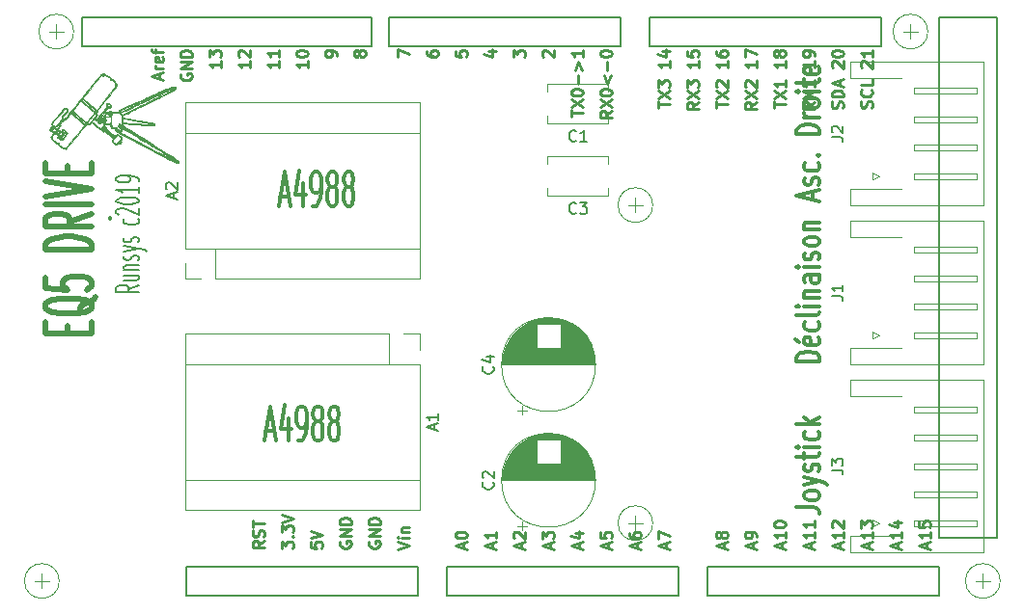
<source format=gbr>
G04 #@! TF.GenerationSoftware,KiCad,Pcbnew,5.1.5-52549c5~84~ubuntu16.04.1*
G04 #@! TF.CreationDate,2020-01-01T01:32:41+01:00*
G04 #@! TF.ProjectId,schema-3.0,73636865-6d61-42d3-932e-302e6b696361,rev?*
G04 #@! TF.SameCoordinates,Original*
G04 #@! TF.FileFunction,Legend,Top*
G04 #@! TF.FilePolarity,Positive*
%FSLAX46Y46*%
G04 Gerber Fmt 4.6, Leading zero omitted, Abs format (unit mm)*
G04 Created by KiCad (PCBNEW 5.1.5-52549c5~84~ubuntu16.04.1) date 2020-01-01 01:32:41*
%MOMM*%
%LPD*%
G04 APERTURE LIST*
%ADD10C,0.300000*%
%ADD11C,0.250000*%
%ADD12C,0.150000*%
%ADD13C,0.500000*%
%ADD14C,0.120000*%
%ADD15C,0.010000*%
%ADD16C,0.070000*%
G04 APERTURE END LIST*
D10*
X113625714Y-101118087D02*
X114340000Y-101118087D01*
X113482857Y-101975229D02*
X113982857Y-98975229D01*
X114482857Y-101975229D01*
X115625714Y-99975229D02*
X115625714Y-101975229D01*
X115268571Y-98832372D02*
X114911428Y-100975229D01*
X115840000Y-100975229D01*
X116482857Y-101975229D02*
X116768571Y-101975229D01*
X116911428Y-101832372D01*
X116982857Y-101689515D01*
X117125714Y-101260944D01*
X117197142Y-100689515D01*
X117197142Y-99546658D01*
X117125714Y-99260944D01*
X117054285Y-99118087D01*
X116911428Y-98975229D01*
X116625714Y-98975229D01*
X116482857Y-99118087D01*
X116411428Y-99260944D01*
X116340000Y-99546658D01*
X116340000Y-100260944D01*
X116411428Y-100546658D01*
X116482857Y-100689515D01*
X116625714Y-100832372D01*
X116911428Y-100832372D01*
X117054285Y-100689515D01*
X117125714Y-100546658D01*
X117197142Y-100260944D01*
X118054285Y-100260944D02*
X117911428Y-100118087D01*
X117840000Y-99975229D01*
X117768571Y-99689515D01*
X117768571Y-99546658D01*
X117840000Y-99260944D01*
X117911428Y-99118087D01*
X118054285Y-98975229D01*
X118340000Y-98975229D01*
X118482857Y-99118087D01*
X118554285Y-99260944D01*
X118625714Y-99546658D01*
X118625714Y-99689515D01*
X118554285Y-99975229D01*
X118482857Y-100118087D01*
X118340000Y-100260944D01*
X118054285Y-100260944D01*
X117911428Y-100403801D01*
X117840000Y-100546658D01*
X117768571Y-100832372D01*
X117768571Y-101403801D01*
X117840000Y-101689515D01*
X117911428Y-101832372D01*
X118054285Y-101975229D01*
X118340000Y-101975229D01*
X118482857Y-101832372D01*
X118554285Y-101689515D01*
X118625714Y-101403801D01*
X118625714Y-100832372D01*
X118554285Y-100546658D01*
X118482857Y-100403801D01*
X118340000Y-100260944D01*
X119482857Y-100260944D02*
X119340000Y-100118087D01*
X119268571Y-99975229D01*
X119197142Y-99689515D01*
X119197142Y-99546658D01*
X119268571Y-99260944D01*
X119340000Y-99118087D01*
X119482857Y-98975229D01*
X119768571Y-98975229D01*
X119911428Y-99118087D01*
X119982857Y-99260944D01*
X120054285Y-99546658D01*
X120054285Y-99689515D01*
X119982857Y-99975229D01*
X119911428Y-100118087D01*
X119768571Y-100260944D01*
X119482857Y-100260944D01*
X119340000Y-100403801D01*
X119268571Y-100546658D01*
X119197142Y-100832372D01*
X119197142Y-101403801D01*
X119268571Y-101689515D01*
X119340000Y-101832372D01*
X119482857Y-101975229D01*
X119768571Y-101975229D01*
X119911428Y-101832372D01*
X119982857Y-101689515D01*
X120054285Y-101403801D01*
X120054285Y-100832372D01*
X119982857Y-100546658D01*
X119911428Y-100403801D01*
X119768571Y-100260944D01*
X114895714Y-80510000D02*
X115610000Y-80510000D01*
X114752857Y-81367142D02*
X115252857Y-78367142D01*
X115752857Y-81367142D01*
X116895714Y-79367142D02*
X116895714Y-81367142D01*
X116538571Y-78224285D02*
X116181428Y-80367142D01*
X117110000Y-80367142D01*
X117752857Y-81367142D02*
X118038571Y-81367142D01*
X118181428Y-81224285D01*
X118252857Y-81081428D01*
X118395714Y-80652857D01*
X118467142Y-80081428D01*
X118467142Y-78938571D01*
X118395714Y-78652857D01*
X118324285Y-78510000D01*
X118181428Y-78367142D01*
X117895714Y-78367142D01*
X117752857Y-78510000D01*
X117681428Y-78652857D01*
X117610000Y-78938571D01*
X117610000Y-79652857D01*
X117681428Y-79938571D01*
X117752857Y-80081428D01*
X117895714Y-80224285D01*
X118181428Y-80224285D01*
X118324285Y-80081428D01*
X118395714Y-79938571D01*
X118467142Y-79652857D01*
X119324285Y-79652857D02*
X119181428Y-79510000D01*
X119110000Y-79367142D01*
X119038571Y-79081428D01*
X119038571Y-78938571D01*
X119110000Y-78652857D01*
X119181428Y-78510000D01*
X119324285Y-78367142D01*
X119610000Y-78367142D01*
X119752857Y-78510000D01*
X119824285Y-78652857D01*
X119895714Y-78938571D01*
X119895714Y-79081428D01*
X119824285Y-79367142D01*
X119752857Y-79510000D01*
X119610000Y-79652857D01*
X119324285Y-79652857D01*
X119181428Y-79795714D01*
X119110000Y-79938571D01*
X119038571Y-80224285D01*
X119038571Y-80795714D01*
X119110000Y-81081428D01*
X119181428Y-81224285D01*
X119324285Y-81367142D01*
X119610000Y-81367142D01*
X119752857Y-81224285D01*
X119824285Y-81081428D01*
X119895714Y-80795714D01*
X119895714Y-80224285D01*
X119824285Y-79938571D01*
X119752857Y-79795714D01*
X119610000Y-79652857D01*
X120752857Y-79652857D02*
X120610000Y-79510000D01*
X120538571Y-79367142D01*
X120467142Y-79081428D01*
X120467142Y-78938571D01*
X120538571Y-78652857D01*
X120610000Y-78510000D01*
X120752857Y-78367142D01*
X121038571Y-78367142D01*
X121181428Y-78510000D01*
X121252857Y-78652857D01*
X121324285Y-78938571D01*
X121324285Y-79081428D01*
X121252857Y-79367142D01*
X121181428Y-79510000D01*
X121038571Y-79652857D01*
X120752857Y-79652857D01*
X120610000Y-79795714D01*
X120538571Y-79938571D01*
X120467142Y-80224285D01*
X120467142Y-80795714D01*
X120538571Y-81081428D01*
X120610000Y-81224285D01*
X120752857Y-81367142D01*
X121038571Y-81367142D01*
X121181428Y-81224285D01*
X121252857Y-81081428D01*
X121324285Y-80795714D01*
X121324285Y-80224285D01*
X121252857Y-79938571D01*
X121181428Y-79795714D01*
X121038571Y-79652857D01*
D11*
X121800952Y-68043928D02*
X121753333Y-68139166D01*
X121705714Y-68186785D01*
X121610476Y-68234404D01*
X121562857Y-68234404D01*
X121467619Y-68186785D01*
X121420000Y-68139166D01*
X121372380Y-68043928D01*
X121372380Y-67853452D01*
X121420000Y-67758214D01*
X121467619Y-67710595D01*
X121562857Y-67662976D01*
X121610476Y-67662976D01*
X121705714Y-67710595D01*
X121753333Y-67758214D01*
X121800952Y-67853452D01*
X121800952Y-68043928D01*
X121848571Y-68139166D01*
X121896190Y-68186785D01*
X121991428Y-68234404D01*
X122181904Y-68234404D01*
X122277142Y-68186785D01*
X122324761Y-68139166D01*
X122372380Y-68043928D01*
X122372380Y-67853452D01*
X122324761Y-67758214D01*
X122277142Y-67710595D01*
X122181904Y-67662976D01*
X121991428Y-67662976D01*
X121896190Y-67710595D01*
X121848571Y-67758214D01*
X121800952Y-67853452D01*
X119832380Y-68139166D02*
X119832380Y-67948690D01*
X119784761Y-67853452D01*
X119737142Y-67805833D01*
X119594285Y-67710595D01*
X119403809Y-67662976D01*
X119022857Y-67662976D01*
X118927619Y-67710595D01*
X118880000Y-67758214D01*
X118832380Y-67853452D01*
X118832380Y-68043928D01*
X118880000Y-68139166D01*
X118927619Y-68186785D01*
X119022857Y-68234404D01*
X119260952Y-68234404D01*
X119356190Y-68186785D01*
X119403809Y-68139166D01*
X119451428Y-68043928D01*
X119451428Y-67853452D01*
X119403809Y-67758214D01*
X119356190Y-67710595D01*
X119260952Y-67662976D01*
X117292380Y-68615357D02*
X117292380Y-69186785D01*
X117292380Y-68901071D02*
X116292380Y-68901071D01*
X116435238Y-68996309D01*
X116530476Y-69091547D01*
X116578095Y-69186785D01*
X116292380Y-67996309D02*
X116292380Y-67901071D01*
X116340000Y-67805833D01*
X116387619Y-67758214D01*
X116482857Y-67710595D01*
X116673333Y-67662976D01*
X116911428Y-67662976D01*
X117101904Y-67710595D01*
X117197142Y-67758214D01*
X117244761Y-67805833D01*
X117292380Y-67901071D01*
X117292380Y-67996309D01*
X117244761Y-68091547D01*
X117197142Y-68139166D01*
X117101904Y-68186785D01*
X116911428Y-68234404D01*
X116673333Y-68234404D01*
X116482857Y-68186785D01*
X116387619Y-68139166D01*
X116340000Y-68091547D01*
X116292380Y-67996309D01*
X114752380Y-68615357D02*
X114752380Y-69186785D01*
X114752380Y-68901071D02*
X113752380Y-68901071D01*
X113895238Y-68996309D01*
X113990476Y-69091547D01*
X114038095Y-69186785D01*
X114752380Y-67662976D02*
X114752380Y-68234404D01*
X114752380Y-67948690D02*
X113752380Y-67948690D01*
X113895238Y-68043928D01*
X113990476Y-68139166D01*
X114038095Y-68234404D01*
X112212380Y-68615357D02*
X112212380Y-69186785D01*
X112212380Y-68901071D02*
X111212380Y-68901071D01*
X111355238Y-68996309D01*
X111450476Y-69091547D01*
X111498095Y-69186785D01*
X111307619Y-68234404D02*
X111260000Y-68186785D01*
X111212380Y-68091547D01*
X111212380Y-67853452D01*
X111260000Y-67758214D01*
X111307619Y-67710595D01*
X111402857Y-67662976D01*
X111498095Y-67662976D01*
X111640952Y-67710595D01*
X112212380Y-68282023D01*
X112212380Y-67662976D01*
X109672380Y-68615357D02*
X109672380Y-69186785D01*
X109672380Y-68901071D02*
X108672380Y-68901071D01*
X108815238Y-68996309D01*
X108910476Y-69091547D01*
X108958095Y-69186785D01*
X108672380Y-68282023D02*
X108672380Y-67662976D01*
X109053333Y-67996309D01*
X109053333Y-67853452D01*
X109100952Y-67758214D01*
X109148571Y-67710595D01*
X109243809Y-67662976D01*
X109481904Y-67662976D01*
X109577142Y-67710595D01*
X109624761Y-67758214D01*
X109672380Y-67853452D01*
X109672380Y-68139166D01*
X109624761Y-68234404D01*
X109577142Y-68282023D01*
X106180000Y-69758214D02*
X106132380Y-69853452D01*
X106132380Y-69996309D01*
X106180000Y-70139166D01*
X106275238Y-70234404D01*
X106370476Y-70282023D01*
X106560952Y-70329642D01*
X106703809Y-70329642D01*
X106894285Y-70282023D01*
X106989523Y-70234404D01*
X107084761Y-70139166D01*
X107132380Y-69996309D01*
X107132380Y-69901071D01*
X107084761Y-69758214D01*
X107037142Y-69710595D01*
X106703809Y-69710595D01*
X106703809Y-69901071D01*
X107132380Y-69282023D02*
X106132380Y-69282023D01*
X107132380Y-68710595D01*
X106132380Y-68710595D01*
X107132380Y-68234404D02*
X106132380Y-68234404D01*
X106132380Y-67996309D01*
X106180000Y-67853452D01*
X106275238Y-67758214D01*
X106370476Y-67710595D01*
X106560952Y-67662976D01*
X106703809Y-67662976D01*
X106894285Y-67710595D01*
X106989523Y-67758214D01*
X107084761Y-67853452D01*
X107132380Y-67996309D01*
X107132380Y-68234404D01*
X104306666Y-70186785D02*
X104306666Y-69710595D01*
X104592380Y-70282023D02*
X103592380Y-69948690D01*
X104592380Y-69615357D01*
X104592380Y-69282023D02*
X103925714Y-69282023D01*
X104116190Y-69282023D02*
X104020952Y-69234404D01*
X103973333Y-69186785D01*
X103925714Y-69091547D01*
X103925714Y-68996309D01*
X104544761Y-68282023D02*
X104592380Y-68377261D01*
X104592380Y-68567738D01*
X104544761Y-68662976D01*
X104449523Y-68710595D01*
X104068571Y-68710595D01*
X103973333Y-68662976D01*
X103925714Y-68567738D01*
X103925714Y-68377261D01*
X103973333Y-68282023D01*
X104068571Y-68234404D01*
X104163809Y-68234404D01*
X104259047Y-68710595D01*
X103925714Y-67948690D02*
X103925714Y-67567738D01*
X104592380Y-67805833D02*
X103735238Y-67805833D01*
X103640000Y-67758214D01*
X103592380Y-67662976D01*
X103592380Y-67567738D01*
X166774761Y-72710595D02*
X166822380Y-72567738D01*
X166822380Y-72329642D01*
X166774761Y-72234404D01*
X166727142Y-72186785D01*
X166631904Y-72139166D01*
X166536666Y-72139166D01*
X166441428Y-72186785D01*
X166393809Y-72234404D01*
X166346190Y-72329642D01*
X166298571Y-72520119D01*
X166250952Y-72615357D01*
X166203333Y-72662976D01*
X166108095Y-72710595D01*
X166012857Y-72710595D01*
X165917619Y-72662976D01*
X165870000Y-72615357D01*
X165822380Y-72520119D01*
X165822380Y-72282023D01*
X165870000Y-72139166D01*
X166727142Y-71139166D02*
X166774761Y-71186785D01*
X166822380Y-71329642D01*
X166822380Y-71424880D01*
X166774761Y-71567738D01*
X166679523Y-71662976D01*
X166584285Y-71710595D01*
X166393809Y-71758214D01*
X166250952Y-71758214D01*
X166060476Y-71710595D01*
X165965238Y-71662976D01*
X165870000Y-71567738D01*
X165822380Y-71424880D01*
X165822380Y-71329642D01*
X165870000Y-71186785D01*
X165917619Y-71139166D01*
X166822380Y-70234404D02*
X166822380Y-70710595D01*
X165822380Y-70710595D01*
X165917619Y-69186785D02*
X165870000Y-69139166D01*
X165822380Y-69043928D01*
X165822380Y-68805833D01*
X165870000Y-68710595D01*
X165917619Y-68662976D01*
X166012857Y-68615357D01*
X166108095Y-68615357D01*
X166250952Y-68662976D01*
X166822380Y-69234404D01*
X166822380Y-68615357D01*
X166822380Y-67662976D02*
X166822380Y-68234404D01*
X166822380Y-67948690D02*
X165822380Y-67948690D01*
X165965238Y-68043928D01*
X166060476Y-68139166D01*
X166108095Y-68234404D01*
X164234761Y-72758214D02*
X164282380Y-72615357D01*
X164282380Y-72377261D01*
X164234761Y-72282023D01*
X164187142Y-72234404D01*
X164091904Y-72186785D01*
X163996666Y-72186785D01*
X163901428Y-72234404D01*
X163853809Y-72282023D01*
X163806190Y-72377261D01*
X163758571Y-72567738D01*
X163710952Y-72662976D01*
X163663333Y-72710595D01*
X163568095Y-72758214D01*
X163472857Y-72758214D01*
X163377619Y-72710595D01*
X163330000Y-72662976D01*
X163282380Y-72567738D01*
X163282380Y-72329642D01*
X163330000Y-72186785D01*
X164282380Y-71758214D02*
X163282380Y-71758214D01*
X163282380Y-71520119D01*
X163330000Y-71377261D01*
X163425238Y-71282023D01*
X163520476Y-71234404D01*
X163710952Y-71186785D01*
X163853809Y-71186785D01*
X164044285Y-71234404D01*
X164139523Y-71282023D01*
X164234761Y-71377261D01*
X164282380Y-71520119D01*
X164282380Y-71758214D01*
X163996666Y-70805833D02*
X163996666Y-70329642D01*
X164282380Y-70901071D02*
X163282380Y-70567738D01*
X164282380Y-70234404D01*
X163377619Y-69186785D02*
X163330000Y-69139166D01*
X163282380Y-69043928D01*
X163282380Y-68805833D01*
X163330000Y-68710595D01*
X163377619Y-68662976D01*
X163472857Y-68615357D01*
X163568095Y-68615357D01*
X163710952Y-68662976D01*
X164282380Y-69234404D01*
X164282380Y-68615357D01*
X163282380Y-67996309D02*
X163282380Y-67901071D01*
X163330000Y-67805833D01*
X163377619Y-67758214D01*
X163472857Y-67710595D01*
X163663333Y-67662976D01*
X163901428Y-67662976D01*
X164091904Y-67710595D01*
X164187142Y-67758214D01*
X164234761Y-67805833D01*
X164282380Y-67901071D01*
X164282380Y-67996309D01*
X164234761Y-68091547D01*
X164187142Y-68139166D01*
X164091904Y-68186785D01*
X163901428Y-68234404D01*
X163663333Y-68234404D01*
X163472857Y-68186785D01*
X163377619Y-68139166D01*
X163330000Y-68091547D01*
X163282380Y-67996309D01*
X161742380Y-72234404D02*
X161266190Y-72567738D01*
X161742380Y-72805833D02*
X160742380Y-72805833D01*
X160742380Y-72424880D01*
X160790000Y-72329642D01*
X160837619Y-72282023D01*
X160932857Y-72234404D01*
X161075714Y-72234404D01*
X161170952Y-72282023D01*
X161218571Y-72329642D01*
X161266190Y-72424880D01*
X161266190Y-72805833D01*
X160742380Y-71901071D02*
X161742380Y-71234404D01*
X160742380Y-71234404D02*
X161742380Y-71901071D01*
X161742380Y-70329642D02*
X161742380Y-70901071D01*
X161742380Y-70615357D02*
X160742380Y-70615357D01*
X160885238Y-70710595D01*
X160980476Y-70805833D01*
X161028095Y-70901071D01*
X161742380Y-68615357D02*
X161742380Y-69186785D01*
X161742380Y-68901071D02*
X160742380Y-68901071D01*
X160885238Y-68996309D01*
X160980476Y-69091547D01*
X161028095Y-69186785D01*
X161742380Y-68139166D02*
X161742380Y-67948690D01*
X161694761Y-67853452D01*
X161647142Y-67805833D01*
X161504285Y-67710595D01*
X161313809Y-67662976D01*
X160932857Y-67662976D01*
X160837619Y-67710595D01*
X160790000Y-67758214D01*
X160742380Y-67853452D01*
X160742380Y-68043928D01*
X160790000Y-68139166D01*
X160837619Y-68186785D01*
X160932857Y-68234404D01*
X161170952Y-68234404D01*
X161266190Y-68186785D01*
X161313809Y-68139166D01*
X161361428Y-68043928D01*
X161361428Y-67853452D01*
X161313809Y-67758214D01*
X161266190Y-67710595D01*
X161170952Y-67662976D01*
X158202380Y-72710595D02*
X158202380Y-72139166D01*
X159202380Y-72424880D02*
X158202380Y-72424880D01*
X158202380Y-71901071D02*
X159202380Y-71234404D01*
X158202380Y-71234404D02*
X159202380Y-71901071D01*
X159202380Y-70329642D02*
X159202380Y-70901071D01*
X159202380Y-70615357D02*
X158202380Y-70615357D01*
X158345238Y-70710595D01*
X158440476Y-70805833D01*
X158488095Y-70901071D01*
X159202380Y-68615357D02*
X159202380Y-69186785D01*
X159202380Y-68901071D02*
X158202380Y-68901071D01*
X158345238Y-68996309D01*
X158440476Y-69091547D01*
X158488095Y-69186785D01*
X158630952Y-68043928D02*
X158583333Y-68139166D01*
X158535714Y-68186785D01*
X158440476Y-68234404D01*
X158392857Y-68234404D01*
X158297619Y-68186785D01*
X158250000Y-68139166D01*
X158202380Y-68043928D01*
X158202380Y-67853452D01*
X158250000Y-67758214D01*
X158297619Y-67710595D01*
X158392857Y-67662976D01*
X158440476Y-67662976D01*
X158535714Y-67710595D01*
X158583333Y-67758214D01*
X158630952Y-67853452D01*
X158630952Y-68043928D01*
X158678571Y-68139166D01*
X158726190Y-68186785D01*
X158821428Y-68234404D01*
X159011904Y-68234404D01*
X159107142Y-68186785D01*
X159154761Y-68139166D01*
X159202380Y-68043928D01*
X159202380Y-67853452D01*
X159154761Y-67758214D01*
X159107142Y-67710595D01*
X159011904Y-67662976D01*
X158821428Y-67662976D01*
X158726190Y-67710595D01*
X158678571Y-67758214D01*
X158630952Y-67853452D01*
X156662380Y-72234404D02*
X156186190Y-72567738D01*
X156662380Y-72805833D02*
X155662380Y-72805833D01*
X155662380Y-72424880D01*
X155710000Y-72329642D01*
X155757619Y-72282023D01*
X155852857Y-72234404D01*
X155995714Y-72234404D01*
X156090952Y-72282023D01*
X156138571Y-72329642D01*
X156186190Y-72424880D01*
X156186190Y-72805833D01*
X155662380Y-71901071D02*
X156662380Y-71234404D01*
X155662380Y-71234404D02*
X156662380Y-71901071D01*
X155757619Y-70901071D02*
X155710000Y-70853452D01*
X155662380Y-70758214D01*
X155662380Y-70520119D01*
X155710000Y-70424880D01*
X155757619Y-70377261D01*
X155852857Y-70329642D01*
X155948095Y-70329642D01*
X156090952Y-70377261D01*
X156662380Y-70948690D01*
X156662380Y-70329642D01*
X156662380Y-68615357D02*
X156662380Y-69186785D01*
X156662380Y-68901071D02*
X155662380Y-68901071D01*
X155805238Y-68996309D01*
X155900476Y-69091547D01*
X155948095Y-69186785D01*
X155662380Y-68282023D02*
X155662380Y-67615357D01*
X156662380Y-68043928D01*
X153122380Y-72710595D02*
X153122380Y-72139166D01*
X154122380Y-72424880D02*
X153122380Y-72424880D01*
X153122380Y-71901071D02*
X154122380Y-71234404D01*
X153122380Y-71234404D02*
X154122380Y-71901071D01*
X153217619Y-70901071D02*
X153170000Y-70853452D01*
X153122380Y-70758214D01*
X153122380Y-70520119D01*
X153170000Y-70424880D01*
X153217619Y-70377261D01*
X153312857Y-70329642D01*
X153408095Y-70329642D01*
X153550952Y-70377261D01*
X154122380Y-70948690D01*
X154122380Y-70329642D01*
X154122380Y-68615357D02*
X154122380Y-69186785D01*
X154122380Y-68901071D02*
X153122380Y-68901071D01*
X153265238Y-68996309D01*
X153360476Y-69091547D01*
X153408095Y-69186785D01*
X153122380Y-67758214D02*
X153122380Y-67948690D01*
X153170000Y-68043928D01*
X153217619Y-68091547D01*
X153360476Y-68186785D01*
X153550952Y-68234404D01*
X153931904Y-68234404D01*
X154027142Y-68186785D01*
X154074761Y-68139166D01*
X154122380Y-68043928D01*
X154122380Y-67853452D01*
X154074761Y-67758214D01*
X154027142Y-67710595D01*
X153931904Y-67662976D01*
X153693809Y-67662976D01*
X153598571Y-67710595D01*
X153550952Y-67758214D01*
X153503333Y-67853452D01*
X153503333Y-68043928D01*
X153550952Y-68139166D01*
X153598571Y-68186785D01*
X153693809Y-68234404D01*
X151582380Y-72234404D02*
X151106190Y-72567738D01*
X151582380Y-72805833D02*
X150582380Y-72805833D01*
X150582380Y-72424880D01*
X150630000Y-72329642D01*
X150677619Y-72282023D01*
X150772857Y-72234404D01*
X150915714Y-72234404D01*
X151010952Y-72282023D01*
X151058571Y-72329642D01*
X151106190Y-72424880D01*
X151106190Y-72805833D01*
X150582380Y-71901071D02*
X151582380Y-71234404D01*
X150582380Y-71234404D02*
X151582380Y-71901071D01*
X150582380Y-70948690D02*
X150582380Y-70329642D01*
X150963333Y-70662976D01*
X150963333Y-70520119D01*
X151010952Y-70424880D01*
X151058571Y-70377261D01*
X151153809Y-70329642D01*
X151391904Y-70329642D01*
X151487142Y-70377261D01*
X151534761Y-70424880D01*
X151582380Y-70520119D01*
X151582380Y-70805833D01*
X151534761Y-70901071D01*
X151487142Y-70948690D01*
X151582380Y-68615357D02*
X151582380Y-69186785D01*
X151582380Y-68901071D02*
X150582380Y-68901071D01*
X150725238Y-68996309D01*
X150820476Y-69091547D01*
X150868095Y-69186785D01*
X150582380Y-67710595D02*
X150582380Y-68186785D01*
X151058571Y-68234404D01*
X151010952Y-68186785D01*
X150963333Y-68091547D01*
X150963333Y-67853452D01*
X151010952Y-67758214D01*
X151058571Y-67710595D01*
X151153809Y-67662976D01*
X151391904Y-67662976D01*
X151487142Y-67710595D01*
X151534761Y-67758214D01*
X151582380Y-67853452D01*
X151582380Y-68091547D01*
X151534761Y-68186785D01*
X151487142Y-68234404D01*
X148042380Y-72710595D02*
X148042380Y-72139166D01*
X149042380Y-72424880D02*
X148042380Y-72424880D01*
X148042380Y-71901071D02*
X149042380Y-71234404D01*
X148042380Y-71234404D02*
X149042380Y-71901071D01*
X148042380Y-70948690D02*
X148042380Y-70329642D01*
X148423333Y-70662976D01*
X148423333Y-70520119D01*
X148470952Y-70424880D01*
X148518571Y-70377261D01*
X148613809Y-70329642D01*
X148851904Y-70329642D01*
X148947142Y-70377261D01*
X148994761Y-70424880D01*
X149042380Y-70520119D01*
X149042380Y-70805833D01*
X148994761Y-70901071D01*
X148947142Y-70948690D01*
X149042380Y-68615357D02*
X149042380Y-69186785D01*
X149042380Y-68901071D02*
X148042380Y-68901071D01*
X148185238Y-68996309D01*
X148280476Y-69091547D01*
X148328095Y-69186785D01*
X148375714Y-67758214D02*
X149042380Y-67758214D01*
X147994761Y-67996309D02*
X148709047Y-68234404D01*
X148709047Y-67615357D01*
X143962380Y-72996309D02*
X143486190Y-73329642D01*
X143962380Y-73567738D02*
X142962380Y-73567738D01*
X142962380Y-73186785D01*
X143010000Y-73091547D01*
X143057619Y-73043928D01*
X143152857Y-72996309D01*
X143295714Y-72996309D01*
X143390952Y-73043928D01*
X143438571Y-73091547D01*
X143486190Y-73186785D01*
X143486190Y-73567738D01*
X142962380Y-72662976D02*
X143962380Y-71996309D01*
X142962380Y-71996309D02*
X143962380Y-72662976D01*
X142962380Y-71424880D02*
X142962380Y-71329642D01*
X143010000Y-71234404D01*
X143057619Y-71186785D01*
X143152857Y-71139166D01*
X143343333Y-71091547D01*
X143581428Y-71091547D01*
X143771904Y-71139166D01*
X143867142Y-71186785D01*
X143914761Y-71234404D01*
X143962380Y-71329642D01*
X143962380Y-71424880D01*
X143914761Y-71520119D01*
X143867142Y-71567738D01*
X143771904Y-71615357D01*
X143581428Y-71662976D01*
X143343333Y-71662976D01*
X143152857Y-71615357D01*
X143057619Y-71567738D01*
X143010000Y-71520119D01*
X142962380Y-71424880D01*
X143295714Y-69901071D02*
X143581428Y-70662976D01*
X143867142Y-69901071D01*
X143581428Y-69424880D02*
X143581428Y-68662976D01*
X142962380Y-67996309D02*
X142962380Y-67901071D01*
X143010000Y-67805833D01*
X143057619Y-67758214D01*
X143152857Y-67710595D01*
X143343333Y-67662976D01*
X143581428Y-67662976D01*
X143771904Y-67710595D01*
X143867142Y-67758214D01*
X143914761Y-67805833D01*
X143962380Y-67901071D01*
X143962380Y-67996309D01*
X143914761Y-68091547D01*
X143867142Y-68139166D01*
X143771904Y-68186785D01*
X143581428Y-68234404D01*
X143343333Y-68234404D01*
X143152857Y-68186785D01*
X143057619Y-68139166D01*
X143010000Y-68091547D01*
X142962380Y-67996309D01*
X140422380Y-73472500D02*
X140422380Y-72901071D01*
X141422380Y-73186785D02*
X140422380Y-73186785D01*
X140422380Y-72662976D02*
X141422380Y-71996309D01*
X140422380Y-71996309D02*
X141422380Y-72662976D01*
X140422380Y-71424880D02*
X140422380Y-71329642D01*
X140470000Y-71234404D01*
X140517619Y-71186785D01*
X140612857Y-71139166D01*
X140803333Y-71091547D01*
X141041428Y-71091547D01*
X141231904Y-71139166D01*
X141327142Y-71186785D01*
X141374761Y-71234404D01*
X141422380Y-71329642D01*
X141422380Y-71424880D01*
X141374761Y-71520119D01*
X141327142Y-71567738D01*
X141231904Y-71615357D01*
X141041428Y-71662976D01*
X140803333Y-71662976D01*
X140612857Y-71615357D01*
X140517619Y-71567738D01*
X140470000Y-71520119D01*
X140422380Y-71424880D01*
X141041428Y-70662976D02*
X141041428Y-69901071D01*
X140755714Y-69424880D02*
X141041428Y-68662976D01*
X141327142Y-69424880D01*
X141422380Y-67662976D02*
X141422380Y-68234404D01*
X141422380Y-67948690D02*
X140422380Y-67948690D01*
X140565238Y-68043928D01*
X140660476Y-68139166D01*
X140708095Y-68234404D01*
X137977619Y-68234404D02*
X137930000Y-68186785D01*
X137882380Y-68091547D01*
X137882380Y-67853452D01*
X137930000Y-67758214D01*
X137977619Y-67710595D01*
X138072857Y-67662976D01*
X138168095Y-67662976D01*
X138310952Y-67710595D01*
X138882380Y-68282023D01*
X138882380Y-67662976D01*
X135342380Y-68282023D02*
X135342380Y-67662976D01*
X135723333Y-67996309D01*
X135723333Y-67853452D01*
X135770952Y-67758214D01*
X135818571Y-67710595D01*
X135913809Y-67662976D01*
X136151904Y-67662976D01*
X136247142Y-67710595D01*
X136294761Y-67758214D01*
X136342380Y-67853452D01*
X136342380Y-68139166D01*
X136294761Y-68234404D01*
X136247142Y-68282023D01*
X133135714Y-67758214D02*
X133802380Y-67758214D01*
X132754761Y-67996309D02*
X133469047Y-68234404D01*
X133469047Y-67615357D01*
X130262380Y-67710595D02*
X130262380Y-68186785D01*
X130738571Y-68234404D01*
X130690952Y-68186785D01*
X130643333Y-68091547D01*
X130643333Y-67853452D01*
X130690952Y-67758214D01*
X130738571Y-67710595D01*
X130833809Y-67662976D01*
X131071904Y-67662976D01*
X131167142Y-67710595D01*
X131214761Y-67758214D01*
X131262380Y-67853452D01*
X131262380Y-68091547D01*
X131214761Y-68186785D01*
X131167142Y-68234404D01*
X127722380Y-67758214D02*
X127722380Y-67948690D01*
X127770000Y-68043928D01*
X127817619Y-68091547D01*
X127960476Y-68186785D01*
X128150952Y-68234404D01*
X128531904Y-68234404D01*
X128627142Y-68186785D01*
X128674761Y-68139166D01*
X128722380Y-68043928D01*
X128722380Y-67853452D01*
X128674761Y-67758214D01*
X128627142Y-67710595D01*
X128531904Y-67662976D01*
X128293809Y-67662976D01*
X128198571Y-67710595D01*
X128150952Y-67758214D01*
X128103333Y-67853452D01*
X128103333Y-68043928D01*
X128150952Y-68139166D01*
X128198571Y-68186785D01*
X128293809Y-68234404D01*
X125182380Y-68282023D02*
X125182380Y-67615357D01*
X126182380Y-68043928D01*
X171616666Y-111407023D02*
X171616666Y-110930833D01*
X171902380Y-111502261D02*
X170902380Y-111168928D01*
X171902380Y-110835595D01*
X171902380Y-109978452D02*
X171902380Y-110549880D01*
X171902380Y-110264166D02*
X170902380Y-110264166D01*
X171045238Y-110359404D01*
X171140476Y-110454642D01*
X171188095Y-110549880D01*
X170902380Y-109073690D02*
X170902380Y-109549880D01*
X171378571Y-109597500D01*
X171330952Y-109549880D01*
X171283333Y-109454642D01*
X171283333Y-109216547D01*
X171330952Y-109121309D01*
X171378571Y-109073690D01*
X171473809Y-109026071D01*
X171711904Y-109026071D01*
X171807142Y-109073690D01*
X171854761Y-109121309D01*
X171902380Y-109216547D01*
X171902380Y-109454642D01*
X171854761Y-109549880D01*
X171807142Y-109597500D01*
X169076666Y-111407023D02*
X169076666Y-110930833D01*
X169362380Y-111502261D02*
X168362380Y-111168928D01*
X169362380Y-110835595D01*
X169362380Y-109978452D02*
X169362380Y-110549880D01*
X169362380Y-110264166D02*
X168362380Y-110264166D01*
X168505238Y-110359404D01*
X168600476Y-110454642D01*
X168648095Y-110549880D01*
X168695714Y-109121309D02*
X169362380Y-109121309D01*
X168314761Y-109359404D02*
X169029047Y-109597500D01*
X169029047Y-108978452D01*
X166536666Y-111407023D02*
X166536666Y-110930833D01*
X166822380Y-111502261D02*
X165822380Y-111168928D01*
X166822380Y-110835595D01*
X166822380Y-109978452D02*
X166822380Y-110549880D01*
X166822380Y-110264166D02*
X165822380Y-110264166D01*
X165965238Y-110359404D01*
X166060476Y-110454642D01*
X166108095Y-110549880D01*
X165822380Y-109645119D02*
X165822380Y-109026071D01*
X166203333Y-109359404D01*
X166203333Y-109216547D01*
X166250952Y-109121309D01*
X166298571Y-109073690D01*
X166393809Y-109026071D01*
X166631904Y-109026071D01*
X166727142Y-109073690D01*
X166774761Y-109121309D01*
X166822380Y-109216547D01*
X166822380Y-109502261D01*
X166774761Y-109597500D01*
X166727142Y-109645119D01*
X163996666Y-111407023D02*
X163996666Y-110930833D01*
X164282380Y-111502261D02*
X163282380Y-111168928D01*
X164282380Y-110835595D01*
X164282380Y-109978452D02*
X164282380Y-110549880D01*
X164282380Y-110264166D02*
X163282380Y-110264166D01*
X163425238Y-110359404D01*
X163520476Y-110454642D01*
X163568095Y-110549880D01*
X163377619Y-109597500D02*
X163330000Y-109549880D01*
X163282380Y-109454642D01*
X163282380Y-109216547D01*
X163330000Y-109121309D01*
X163377619Y-109073690D01*
X163472857Y-109026071D01*
X163568095Y-109026071D01*
X163710952Y-109073690D01*
X164282380Y-109645119D01*
X164282380Y-109026071D01*
X161456666Y-111407023D02*
X161456666Y-110930833D01*
X161742380Y-111502261D02*
X160742380Y-111168928D01*
X161742380Y-110835595D01*
X161742380Y-109978452D02*
X161742380Y-110549880D01*
X161742380Y-110264166D02*
X160742380Y-110264166D01*
X160885238Y-110359404D01*
X160980476Y-110454642D01*
X161028095Y-110549880D01*
X161742380Y-109026071D02*
X161742380Y-109597500D01*
X161742380Y-109311785D02*
X160742380Y-109311785D01*
X160885238Y-109407023D01*
X160980476Y-109502261D01*
X161028095Y-109597500D01*
X158916666Y-111407023D02*
X158916666Y-110930833D01*
X159202380Y-111502261D02*
X158202380Y-111168928D01*
X159202380Y-110835595D01*
X159202380Y-109978452D02*
X159202380Y-110549880D01*
X159202380Y-110264166D02*
X158202380Y-110264166D01*
X158345238Y-110359404D01*
X158440476Y-110454642D01*
X158488095Y-110549880D01*
X158202380Y-109359404D02*
X158202380Y-109264166D01*
X158250000Y-109168928D01*
X158297619Y-109121309D01*
X158392857Y-109073690D01*
X158583333Y-109026071D01*
X158821428Y-109026071D01*
X159011904Y-109073690D01*
X159107142Y-109121309D01*
X159154761Y-109168928D01*
X159202380Y-109264166D01*
X159202380Y-109359404D01*
X159154761Y-109454642D01*
X159107142Y-109502261D01*
X159011904Y-109549880D01*
X158821428Y-109597500D01*
X158583333Y-109597500D01*
X158392857Y-109549880D01*
X158297619Y-109502261D01*
X158250000Y-109454642D01*
X158202380Y-109359404D01*
X156376666Y-111407023D02*
X156376666Y-110930833D01*
X156662380Y-111502261D02*
X155662380Y-111168928D01*
X156662380Y-110835595D01*
X156662380Y-110454642D02*
X156662380Y-110264166D01*
X156614761Y-110168928D01*
X156567142Y-110121309D01*
X156424285Y-110026071D01*
X156233809Y-109978452D01*
X155852857Y-109978452D01*
X155757619Y-110026071D01*
X155710000Y-110073690D01*
X155662380Y-110168928D01*
X155662380Y-110359404D01*
X155710000Y-110454642D01*
X155757619Y-110502261D01*
X155852857Y-110549880D01*
X156090952Y-110549880D01*
X156186190Y-110502261D01*
X156233809Y-110454642D01*
X156281428Y-110359404D01*
X156281428Y-110168928D01*
X156233809Y-110073690D01*
X156186190Y-110026071D01*
X156090952Y-109978452D01*
X153836666Y-111407023D02*
X153836666Y-110930833D01*
X154122380Y-111502261D02*
X153122380Y-111168928D01*
X154122380Y-110835595D01*
X153550952Y-110359404D02*
X153503333Y-110454642D01*
X153455714Y-110502261D01*
X153360476Y-110549880D01*
X153312857Y-110549880D01*
X153217619Y-110502261D01*
X153170000Y-110454642D01*
X153122380Y-110359404D01*
X153122380Y-110168928D01*
X153170000Y-110073690D01*
X153217619Y-110026071D01*
X153312857Y-109978452D01*
X153360476Y-109978452D01*
X153455714Y-110026071D01*
X153503333Y-110073690D01*
X153550952Y-110168928D01*
X153550952Y-110359404D01*
X153598571Y-110454642D01*
X153646190Y-110502261D01*
X153741428Y-110549880D01*
X153931904Y-110549880D01*
X154027142Y-110502261D01*
X154074761Y-110454642D01*
X154122380Y-110359404D01*
X154122380Y-110168928D01*
X154074761Y-110073690D01*
X154027142Y-110026071D01*
X153931904Y-109978452D01*
X153741428Y-109978452D01*
X153646190Y-110026071D01*
X153598571Y-110073690D01*
X153550952Y-110168928D01*
X148756666Y-111407023D02*
X148756666Y-110930833D01*
X149042380Y-111502261D02*
X148042380Y-111168928D01*
X149042380Y-110835595D01*
X148042380Y-110597500D02*
X148042380Y-109930833D01*
X149042380Y-110359404D01*
X146216666Y-111407023D02*
X146216666Y-110930833D01*
X146502380Y-111502261D02*
X145502380Y-111168928D01*
X146502380Y-110835595D01*
X145502380Y-110073690D02*
X145502380Y-110264166D01*
X145550000Y-110359404D01*
X145597619Y-110407023D01*
X145740476Y-110502261D01*
X145930952Y-110549880D01*
X146311904Y-110549880D01*
X146407142Y-110502261D01*
X146454761Y-110454642D01*
X146502380Y-110359404D01*
X146502380Y-110168928D01*
X146454761Y-110073690D01*
X146407142Y-110026071D01*
X146311904Y-109978452D01*
X146073809Y-109978452D01*
X145978571Y-110026071D01*
X145930952Y-110073690D01*
X145883333Y-110168928D01*
X145883333Y-110359404D01*
X145930952Y-110454642D01*
X145978571Y-110502261D01*
X146073809Y-110549880D01*
X143676666Y-111407023D02*
X143676666Y-110930833D01*
X143962380Y-111502261D02*
X142962380Y-111168928D01*
X143962380Y-110835595D01*
X142962380Y-110026071D02*
X142962380Y-110502261D01*
X143438571Y-110549880D01*
X143390952Y-110502261D01*
X143343333Y-110407023D01*
X143343333Y-110168928D01*
X143390952Y-110073690D01*
X143438571Y-110026071D01*
X143533809Y-109978452D01*
X143771904Y-109978452D01*
X143867142Y-110026071D01*
X143914761Y-110073690D01*
X143962380Y-110168928D01*
X143962380Y-110407023D01*
X143914761Y-110502261D01*
X143867142Y-110549880D01*
X141136666Y-111407023D02*
X141136666Y-110930833D01*
X141422380Y-111502261D02*
X140422380Y-111168928D01*
X141422380Y-110835595D01*
X140755714Y-110073690D02*
X141422380Y-110073690D01*
X140374761Y-110311785D02*
X141089047Y-110549880D01*
X141089047Y-109930833D01*
X138596666Y-111407023D02*
X138596666Y-110930833D01*
X138882380Y-111502261D02*
X137882380Y-111168928D01*
X138882380Y-110835595D01*
X137882380Y-110597500D02*
X137882380Y-109978452D01*
X138263333Y-110311785D01*
X138263333Y-110168928D01*
X138310952Y-110073690D01*
X138358571Y-110026071D01*
X138453809Y-109978452D01*
X138691904Y-109978452D01*
X138787142Y-110026071D01*
X138834761Y-110073690D01*
X138882380Y-110168928D01*
X138882380Y-110454642D01*
X138834761Y-110549880D01*
X138787142Y-110597500D01*
X136056666Y-111407023D02*
X136056666Y-110930833D01*
X136342380Y-111502261D02*
X135342380Y-111168928D01*
X136342380Y-110835595D01*
X135437619Y-110549880D02*
X135390000Y-110502261D01*
X135342380Y-110407023D01*
X135342380Y-110168928D01*
X135390000Y-110073690D01*
X135437619Y-110026071D01*
X135532857Y-109978452D01*
X135628095Y-109978452D01*
X135770952Y-110026071D01*
X136342380Y-110597500D01*
X136342380Y-109978452D01*
X133516666Y-111407023D02*
X133516666Y-110930833D01*
X133802380Y-111502261D02*
X132802380Y-111168928D01*
X133802380Y-110835595D01*
X133802380Y-109978452D02*
X133802380Y-110549880D01*
X133802380Y-110264166D02*
X132802380Y-110264166D01*
X132945238Y-110359404D01*
X133040476Y-110454642D01*
X133088095Y-110549880D01*
X130976666Y-111407023D02*
X130976666Y-110930833D01*
X131262380Y-111502261D02*
X130262380Y-111168928D01*
X131262380Y-110835595D01*
X130262380Y-110311785D02*
X130262380Y-110216547D01*
X130310000Y-110121309D01*
X130357619Y-110073690D01*
X130452857Y-110026071D01*
X130643333Y-109978452D01*
X130881428Y-109978452D01*
X131071904Y-110026071D01*
X131167142Y-110073690D01*
X131214761Y-110121309D01*
X131262380Y-110216547D01*
X131262380Y-110311785D01*
X131214761Y-110407023D01*
X131167142Y-110454642D01*
X131071904Y-110502261D01*
X130881428Y-110549880D01*
X130643333Y-110549880D01*
X130452857Y-110502261D01*
X130357619Y-110454642D01*
X130310000Y-110407023D01*
X130262380Y-110311785D01*
X113482380Y-110787976D02*
X113006190Y-111121309D01*
X113482380Y-111359404D02*
X112482380Y-111359404D01*
X112482380Y-110978452D01*
X112530000Y-110883214D01*
X112577619Y-110835595D01*
X112672857Y-110787976D01*
X112815714Y-110787976D01*
X112910952Y-110835595D01*
X112958571Y-110883214D01*
X113006190Y-110978452D01*
X113006190Y-111359404D01*
X113434761Y-110407023D02*
X113482380Y-110264166D01*
X113482380Y-110026071D01*
X113434761Y-109930833D01*
X113387142Y-109883214D01*
X113291904Y-109835595D01*
X113196666Y-109835595D01*
X113101428Y-109883214D01*
X113053809Y-109930833D01*
X113006190Y-110026071D01*
X112958571Y-110216547D01*
X112910952Y-110311785D01*
X112863333Y-110359404D01*
X112768095Y-110407023D01*
X112672857Y-110407023D01*
X112577619Y-110359404D01*
X112530000Y-110311785D01*
X112482380Y-110216547D01*
X112482380Y-109978452D01*
X112530000Y-109835595D01*
X112482380Y-109549880D02*
X112482380Y-108978452D01*
X113482380Y-109264166D02*
X112482380Y-109264166D01*
X115022380Y-111454642D02*
X115022380Y-110835595D01*
X115403333Y-111168928D01*
X115403333Y-111026071D01*
X115450952Y-110930833D01*
X115498571Y-110883214D01*
X115593809Y-110835595D01*
X115831904Y-110835595D01*
X115927142Y-110883214D01*
X115974761Y-110930833D01*
X116022380Y-111026071D01*
X116022380Y-111311785D01*
X115974761Y-111407023D01*
X115927142Y-111454642D01*
X115927142Y-110407023D02*
X115974761Y-110359404D01*
X116022380Y-110407023D01*
X115974761Y-110454642D01*
X115927142Y-110407023D01*
X116022380Y-110407023D01*
X115022380Y-110026071D02*
X115022380Y-109407023D01*
X115403333Y-109740357D01*
X115403333Y-109597500D01*
X115450952Y-109502261D01*
X115498571Y-109454642D01*
X115593809Y-109407023D01*
X115831904Y-109407023D01*
X115927142Y-109454642D01*
X115974761Y-109502261D01*
X116022380Y-109597500D01*
X116022380Y-109883214D01*
X115974761Y-109978452D01*
X115927142Y-110026071D01*
X115022380Y-109121309D02*
X116022380Y-108787976D01*
X115022380Y-108454642D01*
X117562380Y-110883214D02*
X117562380Y-111359404D01*
X118038571Y-111407023D01*
X117990952Y-111359404D01*
X117943333Y-111264166D01*
X117943333Y-111026071D01*
X117990952Y-110930833D01*
X118038571Y-110883214D01*
X118133809Y-110835595D01*
X118371904Y-110835595D01*
X118467142Y-110883214D01*
X118514761Y-110930833D01*
X118562380Y-111026071D01*
X118562380Y-111264166D01*
X118514761Y-111359404D01*
X118467142Y-111407023D01*
X117562380Y-110549880D02*
X118562380Y-110216547D01*
X117562380Y-109883214D01*
X125182380Y-111502261D02*
X126182380Y-111168928D01*
X125182380Y-110835595D01*
X126182380Y-110502261D02*
X125515714Y-110502261D01*
X125182380Y-110502261D02*
X125230000Y-110549880D01*
X125277619Y-110502261D01*
X125230000Y-110454642D01*
X125182380Y-110502261D01*
X125277619Y-110502261D01*
X125515714Y-110026071D02*
X126182380Y-110026071D01*
X125610952Y-110026071D02*
X125563333Y-109978452D01*
X125515714Y-109883214D01*
X125515714Y-109740357D01*
X125563333Y-109645119D01*
X125658571Y-109597500D01*
X126182380Y-109597500D01*
X120150000Y-110835595D02*
X120102380Y-110930833D01*
X120102380Y-111073690D01*
X120150000Y-111216547D01*
X120245238Y-111311785D01*
X120340476Y-111359404D01*
X120530952Y-111407023D01*
X120673809Y-111407023D01*
X120864285Y-111359404D01*
X120959523Y-111311785D01*
X121054761Y-111216547D01*
X121102380Y-111073690D01*
X121102380Y-110978452D01*
X121054761Y-110835595D01*
X121007142Y-110787976D01*
X120673809Y-110787976D01*
X120673809Y-110978452D01*
X121102380Y-110359404D02*
X120102380Y-110359404D01*
X121102380Y-109787976D01*
X120102380Y-109787976D01*
X121102380Y-109311785D02*
X120102380Y-109311785D01*
X120102380Y-109073690D01*
X120150000Y-108930833D01*
X120245238Y-108835595D01*
X120340476Y-108787976D01*
X120530952Y-108740357D01*
X120673809Y-108740357D01*
X120864285Y-108787976D01*
X120959523Y-108835595D01*
X121054761Y-108930833D01*
X121102380Y-109073690D01*
X121102380Y-109311785D01*
X122690000Y-110835595D02*
X122642380Y-110930833D01*
X122642380Y-111073690D01*
X122690000Y-111216547D01*
X122785238Y-111311785D01*
X122880476Y-111359404D01*
X123070952Y-111407023D01*
X123213809Y-111407023D01*
X123404285Y-111359404D01*
X123499523Y-111311785D01*
X123594761Y-111216547D01*
X123642380Y-111073690D01*
X123642380Y-110978452D01*
X123594761Y-110835595D01*
X123547142Y-110787976D01*
X123213809Y-110787976D01*
X123213809Y-110978452D01*
X123642380Y-110359404D02*
X122642380Y-110359404D01*
X123642380Y-109787976D01*
X122642380Y-109787976D01*
X123642380Y-109311785D02*
X122642380Y-109311785D01*
X122642380Y-109073690D01*
X122690000Y-108930833D01*
X122785238Y-108835595D01*
X122880476Y-108787976D01*
X123070952Y-108740357D01*
X123213809Y-108740357D01*
X123404285Y-108787976D01*
X123499523Y-108835595D01*
X123594761Y-108930833D01*
X123642380Y-109073690D01*
X123642380Y-109311785D01*
D10*
X160194761Y-107818571D02*
X161623333Y-107818571D01*
X161909047Y-107890000D01*
X162099523Y-108032857D01*
X162194761Y-108247142D01*
X162194761Y-108390000D01*
X162194761Y-106890000D02*
X162099523Y-107032857D01*
X162004285Y-107104285D01*
X161813809Y-107175714D01*
X161242380Y-107175714D01*
X161051904Y-107104285D01*
X160956666Y-107032857D01*
X160861428Y-106890000D01*
X160861428Y-106675714D01*
X160956666Y-106532857D01*
X161051904Y-106461428D01*
X161242380Y-106390000D01*
X161813809Y-106390000D01*
X162004285Y-106461428D01*
X162099523Y-106532857D01*
X162194761Y-106675714D01*
X162194761Y-106890000D01*
X160861428Y-105890000D02*
X162194761Y-105532857D01*
X160861428Y-105175714D02*
X162194761Y-105532857D01*
X162670952Y-105675714D01*
X162766190Y-105747142D01*
X162861428Y-105890000D01*
X162099523Y-104675714D02*
X162194761Y-104532857D01*
X162194761Y-104247142D01*
X162099523Y-104104285D01*
X161909047Y-104032857D01*
X161813809Y-104032857D01*
X161623333Y-104104285D01*
X161528095Y-104247142D01*
X161528095Y-104461428D01*
X161432857Y-104604285D01*
X161242380Y-104675714D01*
X161147142Y-104675714D01*
X160956666Y-104604285D01*
X160861428Y-104461428D01*
X160861428Y-104247142D01*
X160956666Y-104104285D01*
X160861428Y-103604285D02*
X160861428Y-103032857D01*
X160194761Y-103390000D02*
X161909047Y-103390000D01*
X162099523Y-103318571D01*
X162194761Y-103175714D01*
X162194761Y-103032857D01*
X162194761Y-102532857D02*
X160861428Y-102532857D01*
X160194761Y-102532857D02*
X160290000Y-102604285D01*
X160385238Y-102532857D01*
X160290000Y-102461428D01*
X160194761Y-102532857D01*
X160385238Y-102532857D01*
X162099523Y-101175714D02*
X162194761Y-101318571D01*
X162194761Y-101604285D01*
X162099523Y-101747142D01*
X162004285Y-101818571D01*
X161813809Y-101890000D01*
X161242380Y-101890000D01*
X161051904Y-101818571D01*
X160956666Y-101747142D01*
X160861428Y-101604285D01*
X160861428Y-101318571D01*
X160956666Y-101175714D01*
X162194761Y-100532857D02*
X160194761Y-100532857D01*
X161432857Y-100390000D02*
X162194761Y-99961428D01*
X160861428Y-99961428D02*
X161623333Y-100532857D01*
X162194761Y-95007142D02*
X160194761Y-95007142D01*
X160194761Y-94650000D01*
X160290000Y-94435714D01*
X160480476Y-94292857D01*
X160670952Y-94221428D01*
X161051904Y-94150000D01*
X161337619Y-94150000D01*
X161718571Y-94221428D01*
X161909047Y-94292857D01*
X162099523Y-94435714D01*
X162194761Y-94650000D01*
X162194761Y-95007142D01*
X162099523Y-92935714D02*
X162194761Y-93078571D01*
X162194761Y-93364285D01*
X162099523Y-93507142D01*
X161909047Y-93578571D01*
X161147142Y-93578571D01*
X160956666Y-93507142D01*
X160861428Y-93364285D01*
X160861428Y-93078571D01*
X160956666Y-92935714D01*
X161147142Y-92864285D01*
X161337619Y-92864285D01*
X161528095Y-93578571D01*
X160099523Y-93078571D02*
X160385238Y-93292857D01*
X162099523Y-91578571D02*
X162194761Y-91721428D01*
X162194761Y-92007142D01*
X162099523Y-92150000D01*
X162004285Y-92221428D01*
X161813809Y-92292857D01*
X161242380Y-92292857D01*
X161051904Y-92221428D01*
X160956666Y-92150000D01*
X160861428Y-92007142D01*
X160861428Y-91721428D01*
X160956666Y-91578571D01*
X162194761Y-90721428D02*
X162099523Y-90864285D01*
X161909047Y-90935714D01*
X160194761Y-90935714D01*
X162194761Y-90150000D02*
X160861428Y-90150000D01*
X160194761Y-90150000D02*
X160290000Y-90221428D01*
X160385238Y-90150000D01*
X160290000Y-90078571D01*
X160194761Y-90150000D01*
X160385238Y-90150000D01*
X160861428Y-89435714D02*
X162194761Y-89435714D01*
X161051904Y-89435714D02*
X160956666Y-89364285D01*
X160861428Y-89221428D01*
X160861428Y-89007142D01*
X160956666Y-88864285D01*
X161147142Y-88792857D01*
X162194761Y-88792857D01*
X162194761Y-87435714D02*
X161147142Y-87435714D01*
X160956666Y-87507142D01*
X160861428Y-87650000D01*
X160861428Y-87935714D01*
X160956666Y-88078571D01*
X162099523Y-87435714D02*
X162194761Y-87578571D01*
X162194761Y-87935714D01*
X162099523Y-88078571D01*
X161909047Y-88150000D01*
X161718571Y-88150000D01*
X161528095Y-88078571D01*
X161432857Y-87935714D01*
X161432857Y-87578571D01*
X161337619Y-87435714D01*
X162194761Y-86721428D02*
X160861428Y-86721428D01*
X160194761Y-86721428D02*
X160290000Y-86792857D01*
X160385238Y-86721428D01*
X160290000Y-86650000D01*
X160194761Y-86721428D01*
X160385238Y-86721428D01*
X162099523Y-86078571D02*
X162194761Y-85935714D01*
X162194761Y-85650000D01*
X162099523Y-85507142D01*
X161909047Y-85435714D01*
X161813809Y-85435714D01*
X161623333Y-85507142D01*
X161528095Y-85650000D01*
X161528095Y-85864285D01*
X161432857Y-86007142D01*
X161242380Y-86078571D01*
X161147142Y-86078571D01*
X160956666Y-86007142D01*
X160861428Y-85864285D01*
X160861428Y-85650000D01*
X160956666Y-85507142D01*
X162194761Y-84578571D02*
X162099523Y-84721428D01*
X162004285Y-84792857D01*
X161813809Y-84864285D01*
X161242380Y-84864285D01*
X161051904Y-84792857D01*
X160956666Y-84721428D01*
X160861428Y-84578571D01*
X160861428Y-84364285D01*
X160956666Y-84221428D01*
X161051904Y-84150000D01*
X161242380Y-84078571D01*
X161813809Y-84078571D01*
X162004285Y-84150000D01*
X162099523Y-84221428D01*
X162194761Y-84364285D01*
X162194761Y-84578571D01*
X160861428Y-83435714D02*
X162194761Y-83435714D01*
X161051904Y-83435714D02*
X160956666Y-83364285D01*
X160861428Y-83221428D01*
X160861428Y-83007142D01*
X160956666Y-82864285D01*
X161147142Y-82792857D01*
X162194761Y-82792857D01*
X161623333Y-80787142D02*
X161623333Y-80072857D01*
X162194761Y-80930000D02*
X160194761Y-80430000D01*
X162194761Y-79930000D01*
X162099523Y-79501428D02*
X162194761Y-79358571D01*
X162194761Y-79072857D01*
X162099523Y-78930000D01*
X161909047Y-78858571D01*
X161813809Y-78858571D01*
X161623333Y-78930000D01*
X161528095Y-79072857D01*
X161528095Y-79287142D01*
X161432857Y-79430000D01*
X161242380Y-79501428D01*
X161147142Y-79501428D01*
X160956666Y-79430000D01*
X160861428Y-79287142D01*
X160861428Y-79072857D01*
X160956666Y-78930000D01*
X162099523Y-77572857D02*
X162194761Y-77715714D01*
X162194761Y-78001428D01*
X162099523Y-78144285D01*
X162004285Y-78215714D01*
X161813809Y-78287142D01*
X161242380Y-78287142D01*
X161051904Y-78215714D01*
X160956666Y-78144285D01*
X160861428Y-78001428D01*
X160861428Y-77715714D01*
X160956666Y-77572857D01*
X162004285Y-76930000D02*
X162099523Y-76858571D01*
X162194761Y-76930000D01*
X162099523Y-77001428D01*
X162004285Y-76930000D01*
X162194761Y-76930000D01*
X162194761Y-75072857D02*
X160194761Y-75072857D01*
X160194761Y-74715714D01*
X160290000Y-74501428D01*
X160480476Y-74358571D01*
X160670952Y-74287142D01*
X161051904Y-74215714D01*
X161337619Y-74215714D01*
X161718571Y-74287142D01*
X161909047Y-74358571D01*
X162099523Y-74501428D01*
X162194761Y-74715714D01*
X162194761Y-75072857D01*
X162194761Y-73572857D02*
X160861428Y-73572857D01*
X161242380Y-73572857D02*
X161051904Y-73501428D01*
X160956666Y-73430000D01*
X160861428Y-73287142D01*
X160861428Y-73144285D01*
X162194761Y-72430000D02*
X162099523Y-72572857D01*
X162004285Y-72644285D01*
X161813809Y-72715714D01*
X161242380Y-72715714D01*
X161051904Y-72644285D01*
X160956666Y-72572857D01*
X160861428Y-72430000D01*
X160861428Y-72215714D01*
X160956666Y-72072857D01*
X161051904Y-72001428D01*
X161242380Y-71930000D01*
X161813809Y-71930000D01*
X162004285Y-72001428D01*
X162099523Y-72072857D01*
X162194761Y-72215714D01*
X162194761Y-72430000D01*
X162194761Y-71287142D02*
X160861428Y-71287142D01*
X160194761Y-71287142D02*
X160290000Y-71358571D01*
X160385238Y-71287142D01*
X160290000Y-71215714D01*
X160194761Y-71287142D01*
X160385238Y-71287142D01*
X160861428Y-70787142D02*
X160861428Y-70215714D01*
X160194761Y-70572857D02*
X161909047Y-70572857D01*
X162099523Y-70501428D01*
X162194761Y-70358571D01*
X162194761Y-70215714D01*
X162099523Y-69144285D02*
X162194761Y-69287142D01*
X162194761Y-69572857D01*
X162099523Y-69715714D01*
X161909047Y-69787142D01*
X161147142Y-69787142D01*
X160956666Y-69715714D01*
X160861428Y-69572857D01*
X160861428Y-69287142D01*
X160956666Y-69144285D01*
X161147142Y-69072857D01*
X161337619Y-69072857D01*
X161528095Y-69787142D01*
D12*
X102504761Y-88320000D02*
X101552380Y-88653333D01*
X102504761Y-88891428D02*
X100504761Y-88891428D01*
X100504761Y-88510476D01*
X100600000Y-88415238D01*
X100695238Y-88367619D01*
X100885714Y-88320000D01*
X101171428Y-88320000D01*
X101361904Y-88367619D01*
X101457142Y-88415238D01*
X101552380Y-88510476D01*
X101552380Y-88891428D01*
X101171428Y-87462857D02*
X102504761Y-87462857D01*
X101171428Y-87891428D02*
X102219047Y-87891428D01*
X102409523Y-87843809D01*
X102504761Y-87748571D01*
X102504761Y-87605714D01*
X102409523Y-87510476D01*
X102314285Y-87462857D01*
X101171428Y-86986666D02*
X102504761Y-86986666D01*
X101361904Y-86986666D02*
X101266666Y-86939047D01*
X101171428Y-86843809D01*
X101171428Y-86700952D01*
X101266666Y-86605714D01*
X101457142Y-86558095D01*
X102504761Y-86558095D01*
X102409523Y-86129523D02*
X102504761Y-86034285D01*
X102504761Y-85843809D01*
X102409523Y-85748571D01*
X102219047Y-85700952D01*
X102123809Y-85700952D01*
X101933333Y-85748571D01*
X101838095Y-85843809D01*
X101838095Y-85986666D01*
X101742857Y-86081904D01*
X101552380Y-86129523D01*
X101457142Y-86129523D01*
X101266666Y-86081904D01*
X101171428Y-85986666D01*
X101171428Y-85843809D01*
X101266666Y-85748571D01*
X101171428Y-85367619D02*
X102504761Y-85129523D01*
X101171428Y-84891428D02*
X102504761Y-85129523D01*
X102980952Y-85224761D01*
X103076190Y-85272380D01*
X103171428Y-85367619D01*
X102409523Y-84558095D02*
X102504761Y-84462857D01*
X102504761Y-84272380D01*
X102409523Y-84177142D01*
X102219047Y-84129523D01*
X102123809Y-84129523D01*
X101933333Y-84177142D01*
X101838095Y-84272380D01*
X101838095Y-84415238D01*
X101742857Y-84510476D01*
X101552380Y-84558095D01*
X101457142Y-84558095D01*
X101266666Y-84510476D01*
X101171428Y-84415238D01*
X101171428Y-84272380D01*
X101266666Y-84177142D01*
X102409523Y-82510476D02*
X102504761Y-82605714D01*
X102504761Y-82796190D01*
X102409523Y-82891428D01*
X102314285Y-82939047D01*
X102123809Y-82986666D01*
X101552380Y-82986666D01*
X101361904Y-82939047D01*
X101266666Y-82891428D01*
X101171428Y-82796190D01*
X101171428Y-82605714D01*
X101266666Y-82510476D01*
X100695238Y-82129523D02*
X100600000Y-82081904D01*
X100504761Y-81986666D01*
X100504761Y-81748571D01*
X100600000Y-81653333D01*
X100695238Y-81605714D01*
X100885714Y-81558095D01*
X101076190Y-81558095D01*
X101361904Y-81605714D01*
X102504761Y-82177142D01*
X102504761Y-81558095D01*
X100504761Y-80939047D02*
X100504761Y-80843809D01*
X100600000Y-80748571D01*
X100695238Y-80700952D01*
X100885714Y-80653333D01*
X101266666Y-80605714D01*
X101742857Y-80605714D01*
X102123809Y-80653333D01*
X102314285Y-80700952D01*
X102409523Y-80748571D01*
X102504761Y-80843809D01*
X102504761Y-80939047D01*
X102409523Y-81034285D01*
X102314285Y-81081904D01*
X102123809Y-81129523D01*
X101742857Y-81177142D01*
X101266666Y-81177142D01*
X100885714Y-81129523D01*
X100695238Y-81081904D01*
X100600000Y-81034285D01*
X100504761Y-80939047D01*
X102504761Y-79653333D02*
X102504761Y-80224761D01*
X102504761Y-79939047D02*
X100504761Y-79939047D01*
X100790476Y-80034285D01*
X100980952Y-80129523D01*
X101076190Y-80224761D01*
X102504761Y-79177142D02*
X102504761Y-78986666D01*
X102409523Y-78891428D01*
X102314285Y-78843809D01*
X102028571Y-78748571D01*
X101647619Y-78700952D01*
X100885714Y-78700952D01*
X100695238Y-78748571D01*
X100600000Y-78796190D01*
X100504761Y-78891428D01*
X100504761Y-79081904D01*
X100600000Y-79177142D01*
X100695238Y-79224761D01*
X100885714Y-79272380D01*
X101361904Y-79272380D01*
X101552380Y-79224761D01*
X101647619Y-79177142D01*
X101742857Y-79081904D01*
X101742857Y-78891428D01*
X101647619Y-78796190D01*
X101552380Y-78748571D01*
X101361904Y-78700952D01*
D13*
X96234285Y-92518571D02*
X96234285Y-91851904D01*
X98329523Y-91566190D02*
X98329523Y-92518571D01*
X94329523Y-92518571D01*
X94329523Y-91566190D01*
X98710476Y-89375714D02*
X98520000Y-89566190D01*
X98139047Y-89756666D01*
X97567619Y-90042380D01*
X97377142Y-90232857D01*
X97377142Y-90423333D01*
X98329523Y-90328095D02*
X98139047Y-90518571D01*
X97758095Y-90709047D01*
X96996190Y-90804285D01*
X95662857Y-90804285D01*
X94900952Y-90709047D01*
X94520000Y-90518571D01*
X94329523Y-90328095D01*
X94329523Y-89947142D01*
X94520000Y-89756666D01*
X94900952Y-89566190D01*
X95662857Y-89470952D01*
X96996190Y-89470952D01*
X97758095Y-89566190D01*
X98139047Y-89756666D01*
X98329523Y-89947142D01*
X98329523Y-90328095D01*
X94329523Y-87661428D02*
X94329523Y-88613809D01*
X96234285Y-88709047D01*
X96043809Y-88613809D01*
X95853333Y-88423333D01*
X95853333Y-87947142D01*
X96043809Y-87756666D01*
X96234285Y-87661428D01*
X96615238Y-87566190D01*
X97567619Y-87566190D01*
X97948571Y-87661428D01*
X98139047Y-87756666D01*
X98329523Y-87947142D01*
X98329523Y-88423333D01*
X98139047Y-88613809D01*
X97948571Y-88709047D01*
X98329523Y-85185238D02*
X94329523Y-85185238D01*
X94329523Y-84709047D01*
X94520000Y-84423333D01*
X94900952Y-84232857D01*
X95281904Y-84137619D01*
X96043809Y-84042380D01*
X96615238Y-84042380D01*
X97377142Y-84137619D01*
X97758095Y-84232857D01*
X98139047Y-84423333D01*
X98329523Y-84709047D01*
X98329523Y-85185238D01*
X98329523Y-82042380D02*
X96424761Y-82709047D01*
X98329523Y-83185238D02*
X94329523Y-83185238D01*
X94329523Y-82423333D01*
X94520000Y-82232857D01*
X94710476Y-82137619D01*
X95091428Y-82042380D01*
X95662857Y-82042380D01*
X96043809Y-82137619D01*
X96234285Y-82232857D01*
X96424761Y-82423333D01*
X96424761Y-83185238D01*
X98329523Y-81185238D02*
X94329523Y-81185238D01*
X94329523Y-80518571D02*
X98329523Y-79851904D01*
X94329523Y-79185238D01*
X96234285Y-78518571D02*
X96234285Y-77851904D01*
X98329523Y-77566190D02*
X98329523Y-78518571D01*
X94329523Y-78518571D01*
X94329523Y-77566190D01*
D14*
X166810000Y-108920000D02*
X167410000Y-109220000D01*
X166810000Y-109520000D02*
X166810000Y-108920000D01*
X167410000Y-109220000D02*
X166810000Y-109520000D01*
X170510000Y-98970000D02*
X170510000Y-99470000D01*
X176010000Y-98970000D02*
X170510000Y-98970000D01*
X176010000Y-99470000D02*
X176010000Y-98970000D01*
X170510000Y-99470000D02*
X176010000Y-99470000D01*
X170510000Y-101470000D02*
X170510000Y-101970000D01*
X176010000Y-101470000D02*
X170510000Y-101470000D01*
X176010000Y-101970000D02*
X176010000Y-101470000D01*
X170510000Y-101970000D02*
X176010000Y-101970000D01*
X170510000Y-103970000D02*
X170510000Y-104470000D01*
X176010000Y-103970000D02*
X170510000Y-103970000D01*
X176010000Y-104470000D02*
X176010000Y-103970000D01*
X170510000Y-104470000D02*
X176010000Y-104470000D01*
X170510000Y-106470000D02*
X170510000Y-106970000D01*
X176010000Y-106470000D02*
X170510000Y-106470000D01*
X176010000Y-106970000D02*
X176010000Y-106470000D01*
X170510000Y-106970000D02*
X176010000Y-106970000D01*
X170510000Y-108970000D02*
X170510000Y-109470000D01*
X176010000Y-108970000D02*
X170510000Y-108970000D01*
X176010000Y-109470000D02*
X176010000Y-108970000D01*
X170510000Y-109470000D02*
X176010000Y-109470000D01*
X164900000Y-98080000D02*
X169400000Y-98080000D01*
X164900000Y-96660000D02*
X164900000Y-98080000D01*
X176620000Y-96660000D02*
X164900000Y-96660000D01*
X176620000Y-104220000D02*
X176620000Y-96660000D01*
X164900000Y-110360000D02*
X169400000Y-110360000D01*
X164900000Y-111780000D02*
X164900000Y-110360000D01*
X176620000Y-111780000D02*
X164900000Y-111780000D01*
X176620000Y-104220000D02*
X176620000Y-111780000D01*
X166810000Y-78440000D02*
X167410000Y-78740000D01*
X166810000Y-79040000D02*
X166810000Y-78440000D01*
X167410000Y-78740000D02*
X166810000Y-79040000D01*
X170510000Y-70990000D02*
X170510000Y-71490000D01*
X176010000Y-70990000D02*
X170510000Y-70990000D01*
X176010000Y-71490000D02*
X176010000Y-70990000D01*
X170510000Y-71490000D02*
X176010000Y-71490000D01*
X170510000Y-73490000D02*
X170510000Y-73990000D01*
X176010000Y-73490000D02*
X170510000Y-73490000D01*
X176010000Y-73990000D02*
X176010000Y-73490000D01*
X170510000Y-73990000D02*
X176010000Y-73990000D01*
X170510000Y-75990000D02*
X170510000Y-76490000D01*
X176010000Y-75990000D02*
X170510000Y-75990000D01*
X176010000Y-76490000D02*
X176010000Y-75990000D01*
X170510000Y-76490000D02*
X176010000Y-76490000D01*
X170510000Y-78490000D02*
X170510000Y-78990000D01*
X176010000Y-78490000D02*
X170510000Y-78490000D01*
X176010000Y-78990000D02*
X176010000Y-78490000D01*
X170510000Y-78990000D02*
X176010000Y-78990000D01*
X164900000Y-70100000D02*
X169400000Y-70100000D01*
X164900000Y-68680000D02*
X164900000Y-70100000D01*
X176620000Y-68680000D02*
X164900000Y-68680000D01*
X176620000Y-74990000D02*
X176620000Y-68680000D01*
X164900000Y-79880000D02*
X169400000Y-79880000D01*
X164900000Y-81300000D02*
X164900000Y-79880000D01*
X176620000Y-81300000D02*
X164900000Y-81300000D01*
X176620000Y-74990000D02*
X176620000Y-81300000D01*
X166810000Y-92410000D02*
X167410000Y-92710000D01*
X166810000Y-93010000D02*
X166810000Y-92410000D01*
X167410000Y-92710000D02*
X166810000Y-93010000D01*
X170510000Y-84960000D02*
X170510000Y-85460000D01*
X176010000Y-84960000D02*
X170510000Y-84960000D01*
X176010000Y-85460000D02*
X176010000Y-84960000D01*
X170510000Y-85460000D02*
X176010000Y-85460000D01*
X170510000Y-87460000D02*
X170510000Y-87960000D01*
X176010000Y-87460000D02*
X170510000Y-87460000D01*
X176010000Y-87960000D02*
X176010000Y-87460000D01*
X170510000Y-87960000D02*
X176010000Y-87960000D01*
X170510000Y-89960000D02*
X170510000Y-90460000D01*
X176010000Y-89960000D02*
X170510000Y-89960000D01*
X176010000Y-90460000D02*
X176010000Y-89960000D01*
X170510000Y-90460000D02*
X176010000Y-90460000D01*
X170510000Y-92460000D02*
X170510000Y-92960000D01*
X176010000Y-92460000D02*
X170510000Y-92460000D01*
X176010000Y-92960000D02*
X176010000Y-92460000D01*
X170510000Y-92960000D02*
X176010000Y-92960000D01*
X164900000Y-84070000D02*
X169400000Y-84070000D01*
X164900000Y-82650000D02*
X164900000Y-84070000D01*
X176620000Y-82650000D02*
X164900000Y-82650000D01*
X176620000Y-88960000D02*
X176620000Y-82650000D01*
X164900000Y-93850000D02*
X169400000Y-93850000D01*
X164900000Y-95270000D02*
X164900000Y-93850000D01*
X176620000Y-95270000D02*
X164900000Y-95270000D01*
X176620000Y-88960000D02*
X176620000Y-95270000D01*
X138340000Y-77685000D02*
X138340000Y-77019000D01*
X138340000Y-80461000D02*
X138340000Y-79795000D01*
X143680000Y-77685000D02*
X143680000Y-77019000D01*
X143680000Y-80461000D02*
X143680000Y-79795000D01*
X143680000Y-77019000D02*
X138340000Y-77019000D01*
X143680000Y-80461000D02*
X138340000Y-80461000D01*
X138340000Y-71335000D02*
X138340000Y-70669000D01*
X138340000Y-74111000D02*
X138340000Y-73445000D01*
X143680000Y-71335000D02*
X143680000Y-70669000D01*
X143680000Y-74111000D02*
X143680000Y-73445000D01*
X143680000Y-70669000D02*
X138340000Y-70669000D01*
X143680000Y-74111000D02*
X138340000Y-74111000D01*
D15*
G36*
X100057854Y-82447783D02*
G01*
X100022526Y-82496526D01*
X99964322Y-82536585D01*
X99915579Y-82550000D01*
X99857817Y-82531384D01*
X99800212Y-82487182D01*
X99762470Y-82434867D01*
X99757269Y-82409632D01*
X99767914Y-82354553D01*
X99773713Y-82336105D01*
X99819646Y-82272402D01*
X99890098Y-82233503D01*
X99914438Y-82230046D01*
X99914438Y-82335879D01*
X99879373Y-82354487D01*
X99868542Y-82393197D01*
X99894856Y-82424686D01*
X99917441Y-82429684D01*
X99953609Y-82407459D01*
X99963963Y-82382895D01*
X99952489Y-82345362D01*
X99914438Y-82335879D01*
X99914438Y-82230046D01*
X99920689Y-82229158D01*
X99983222Y-82251557D01*
X100040729Y-82305366D01*
X100073766Y-82370502D01*
X100076000Y-82389579D01*
X100057854Y-82447783D01*
G37*
X100057854Y-82447783D02*
X100022526Y-82496526D01*
X99964322Y-82536585D01*
X99915579Y-82550000D01*
X99857817Y-82531384D01*
X99800212Y-82487182D01*
X99762470Y-82434867D01*
X99757269Y-82409632D01*
X99767914Y-82354553D01*
X99773713Y-82336105D01*
X99819646Y-82272402D01*
X99890098Y-82233503D01*
X99914438Y-82230046D01*
X99914438Y-82335879D01*
X99879373Y-82354487D01*
X99868542Y-82393197D01*
X99894856Y-82424686D01*
X99917441Y-82429684D01*
X99953609Y-82407459D01*
X99963963Y-82382895D01*
X99952489Y-82345362D01*
X99914438Y-82335879D01*
X99914438Y-82230046D01*
X99920689Y-82229158D01*
X99983222Y-82251557D01*
X100040729Y-82305366D01*
X100073766Y-82370502D01*
X100076000Y-82389579D01*
X100057854Y-82447783D01*
G36*
X99332146Y-73762217D02*
G01*
X99367474Y-73713474D01*
X99425678Y-73673415D01*
X99474421Y-73660000D01*
X99532183Y-73678616D01*
X99589788Y-73722818D01*
X99627530Y-73775133D01*
X99632731Y-73800368D01*
X99622086Y-73855447D01*
X99616287Y-73873895D01*
X99570354Y-73937598D01*
X99499902Y-73976497D01*
X99475562Y-73979954D01*
X99475562Y-73874121D01*
X99510627Y-73855513D01*
X99521458Y-73816803D01*
X99495144Y-73785314D01*
X99472559Y-73780316D01*
X99436391Y-73802541D01*
X99426037Y-73827105D01*
X99437511Y-73864638D01*
X99475562Y-73874121D01*
X99475562Y-73979954D01*
X99469311Y-73980842D01*
X99406778Y-73958443D01*
X99349271Y-73904634D01*
X99316234Y-73839498D01*
X99314000Y-73820421D01*
X99332146Y-73762217D01*
G37*
X99332146Y-73762217D02*
X99367474Y-73713474D01*
X99425678Y-73673415D01*
X99474421Y-73660000D01*
X99532183Y-73678616D01*
X99589788Y-73722818D01*
X99627530Y-73775133D01*
X99632731Y-73800368D01*
X99622086Y-73855447D01*
X99616287Y-73873895D01*
X99570354Y-73937598D01*
X99499902Y-73976497D01*
X99475562Y-73979954D01*
X99475562Y-73874121D01*
X99510627Y-73855513D01*
X99521458Y-73816803D01*
X99495144Y-73785314D01*
X99472559Y-73780316D01*
X99436391Y-73802541D01*
X99426037Y-73827105D01*
X99437511Y-73864638D01*
X99475562Y-73874121D01*
X99475562Y-73979954D01*
X99469311Y-73980842D01*
X99406778Y-73958443D01*
X99349271Y-73904634D01*
X99316234Y-73839498D01*
X99314000Y-73820421D01*
X99332146Y-73762217D01*
D16*
G36*
X94686084Y-74488038D02*
G01*
X94751311Y-74400452D01*
X94822211Y-74358860D01*
X94864188Y-74350338D01*
X94914878Y-74359019D01*
X94986534Y-74388712D01*
X95088774Y-74441802D01*
X95288494Y-74550151D01*
X95415806Y-74408009D01*
X95484728Y-74325759D01*
X95517590Y-74271339D01*
X95518558Y-74237346D01*
X95514924Y-74231896D01*
X95492837Y-74177016D01*
X95491760Y-74149541D01*
X95494038Y-74102795D01*
X95484343Y-74087032D01*
X95456976Y-74105257D01*
X95406238Y-74160472D01*
X95354489Y-74221868D01*
X95273730Y-74315644D01*
X95214425Y-74373111D01*
X95166106Y-74400858D01*
X95146822Y-74402720D01*
X95146822Y-74341789D01*
X95228855Y-74248210D01*
X95301175Y-74165998D01*
X95375950Y-74081412D01*
X95389936Y-74065652D01*
X95530331Y-73901756D01*
X95630726Y-73770979D01*
X95692042Y-73672016D01*
X95714907Y-73606546D01*
X95730279Y-73537506D01*
X95751002Y-73493222D01*
X95855812Y-73360203D01*
X95954598Y-73232664D01*
X96042133Y-73117568D01*
X96113194Y-73021879D01*
X96162553Y-72952559D01*
X96184987Y-72916572D01*
X96185790Y-72913813D01*
X96167703Y-72881809D01*
X96139000Y-72852737D01*
X96094436Y-72818027D01*
X96056843Y-72804263D01*
X96017710Y-72815893D01*
X95968526Y-72857367D01*
X95900779Y-72933134D01*
X95835962Y-73011133D01*
X95734601Y-73130146D01*
X95621770Y-73256059D01*
X95514942Y-73369617D01*
X95465548Y-73419368D01*
X95374451Y-73514391D01*
X95267024Y-73635348D01*
X95158336Y-73764891D01*
X95084203Y-73858360D01*
X94999797Y-73969268D01*
X94944249Y-74046684D01*
X94913240Y-74099052D01*
X94902448Y-74134815D01*
X94907554Y-74162417D01*
X94918622Y-74181940D01*
X94967555Y-74233096D01*
X95038591Y-74283620D01*
X95051847Y-74291053D01*
X95146822Y-74341789D01*
X95146822Y-74402720D01*
X95118302Y-74405474D01*
X95075471Y-74397466D01*
X95020295Y-74369886D01*
X94951218Y-74317655D01*
X94881873Y-74253648D01*
X94825892Y-74190740D01*
X94796906Y-74141807D01*
X94795474Y-74133017D01*
X94811974Y-74098118D01*
X94857054Y-74031189D01*
X94924083Y-73940447D01*
X95006431Y-73834105D01*
X95097466Y-73720379D01*
X95190558Y-73607484D01*
X95279076Y-73503636D01*
X95356390Y-73417049D01*
X95415867Y-73355939D01*
X95438745Y-73336036D01*
X95490985Y-73287855D01*
X95565641Y-73208053D01*
X95652840Y-73107634D01*
X95742708Y-72997601D01*
X95744632Y-72995166D01*
X95847225Y-72869416D01*
X95927204Y-72784348D01*
X95991815Y-72736284D01*
X96048303Y-72721546D01*
X96103915Y-72736457D01*
X96165894Y-72777339D01*
X96168984Y-72779758D01*
X96223247Y-72825215D01*
X96255415Y-72865487D01*
X96263434Y-72908928D01*
X96245250Y-72963890D01*
X96198809Y-73038729D01*
X96122057Y-73141796D01*
X96060534Y-73220747D01*
X95953142Y-73359171D01*
X95876177Y-73462801D01*
X95826069Y-73538121D01*
X95799249Y-73591611D01*
X95792147Y-73629756D01*
X95801194Y-73659036D01*
X95811376Y-73673251D01*
X95842044Y-73700217D01*
X95873741Y-73688589D01*
X95894522Y-73670800D01*
X95947559Y-73642595D01*
X95984753Y-73642736D01*
X96015064Y-73635178D01*
X96064151Y-73593284D01*
X96135404Y-73513608D01*
X96232212Y-73392705D01*
X96237955Y-73385294D01*
X96336819Y-73258956D01*
X96442210Y-73126558D01*
X96540401Y-73005235D01*
X96607003Y-72924737D01*
X96711428Y-72799517D01*
X96831002Y-72654393D01*
X96956875Y-72500268D01*
X97080198Y-72348046D01*
X97192123Y-72208633D01*
X97283799Y-72092931D01*
X97324672Y-72040382D01*
X97372536Y-71979474D01*
X97449820Y-71882749D01*
X97552028Y-71755729D01*
X97674661Y-71603938D01*
X97813221Y-71432898D01*
X97963210Y-71248132D01*
X98120131Y-71055161D01*
X98279486Y-70859509D01*
X98436776Y-70666698D01*
X98587504Y-70482252D01*
X98727173Y-70311691D01*
X98851283Y-70160540D01*
X98955338Y-70034321D01*
X99034839Y-69938555D01*
X99083554Y-69880783D01*
X99152557Y-69802132D01*
X99209272Y-69748515D01*
X99263393Y-69719690D01*
X99324613Y-69715414D01*
X99402624Y-69735445D01*
X99507120Y-69779540D01*
X99647794Y-69847456D01*
X99684882Y-69865729D01*
X99833751Y-69943562D01*
X99951149Y-70017418D01*
X100056194Y-70100631D01*
X100154994Y-70193567D01*
X100263486Y-70308074D01*
X100364972Y-70427809D01*
X100452859Y-70543683D01*
X100520553Y-70646609D01*
X100561462Y-70727496D01*
X100570632Y-70766517D01*
X100554333Y-70796523D01*
X100507509Y-70864045D01*
X100477053Y-70905469D01*
X100477053Y-70799158D01*
X100490421Y-70785789D01*
X100477053Y-70772421D01*
X100463684Y-70785789D01*
X100477053Y-70799158D01*
X100477053Y-70905469D01*
X100433266Y-70965027D01*
X100334709Y-71095411D01*
X100214946Y-71251142D01*
X100077082Y-71428161D01*
X99924223Y-71622413D01*
X99759477Y-71829841D01*
X99687300Y-71920145D01*
X99479169Y-72180771D01*
X99303287Y-72402633D01*
X99157819Y-72588171D01*
X99040930Y-72739823D01*
X98950784Y-72860031D01*
X98885546Y-72951231D01*
X98843381Y-73015864D01*
X98822452Y-73056369D01*
X98819768Y-73073048D01*
X98817288Y-73130013D01*
X98790523Y-73191571D01*
X98776849Y-73215856D01*
X98776849Y-72909521D01*
X98798584Y-72889077D01*
X98846396Y-72834650D01*
X98913385Y-72754353D01*
X98992652Y-72656298D01*
X98998594Y-72648836D01*
X99064266Y-72566616D01*
X99158057Y-72449632D01*
X99274474Y-72304710D01*
X99408027Y-72138678D01*
X99553226Y-71958363D01*
X99704579Y-71770592D01*
X99830407Y-71614631D01*
X99990528Y-71414862D01*
X100128754Y-71239558D01*
X100242894Y-71091637D01*
X100330757Y-70974011D01*
X100390149Y-70889598D01*
X100418881Y-70841312D01*
X100419866Y-70830618D01*
X100393430Y-70800627D01*
X100383474Y-70745952D01*
X100392795Y-70687770D01*
X100413309Y-70659984D01*
X100410527Y-70636533D01*
X100379173Y-70581256D01*
X100324964Y-70503363D01*
X100278600Y-70442977D01*
X100202376Y-70348800D01*
X100150832Y-70291400D01*
X100116554Y-70264781D01*
X100092123Y-70262952D01*
X100073065Y-70276904D01*
X100022648Y-70313692D01*
X99980888Y-70303382D01*
X99954744Y-70276656D01*
X99934666Y-70233779D01*
X99951470Y-70204467D01*
X99978920Y-70165626D01*
X99982421Y-70152399D01*
X99960469Y-70124526D01*
X99902116Y-70079517D01*
X99818619Y-70024491D01*
X99721233Y-69966568D01*
X99621216Y-69912865D01*
X99550878Y-69879477D01*
X99468769Y-69844662D01*
X99425114Y-69831408D01*
X99410002Y-69838460D01*
X99412838Y-69861984D01*
X99407793Y-69914893D01*
X99364606Y-69937223D01*
X99313761Y-69930134D01*
X99268010Y-69896694D01*
X99268340Y-69850043D01*
X99307316Y-69810238D01*
X99338039Y-69788631D01*
X99320220Y-69786467D01*
X99300998Y-69789153D01*
X99284781Y-69795154D01*
X99262314Y-69810920D01*
X99231139Y-69839356D01*
X99188797Y-69883365D01*
X99132828Y-69945852D01*
X99060773Y-70029722D01*
X98970173Y-70137878D01*
X98858568Y-70273224D01*
X98723499Y-70438666D01*
X98562508Y-70637107D01*
X98373134Y-70871451D01*
X98152919Y-71144603D01*
X98146741Y-71152272D01*
X98011945Y-71321036D01*
X97889394Y-71477230D01*
X97782819Y-71615883D01*
X97695951Y-71732023D01*
X97632522Y-71820678D01*
X97596262Y-71876876D01*
X97589302Y-71895090D01*
X97614065Y-71920285D01*
X97672741Y-71973770D01*
X97759107Y-72050233D01*
X97866942Y-72144357D01*
X97990025Y-72250829D01*
X98122135Y-72364335D01*
X98257050Y-72479560D01*
X98388549Y-72591189D01*
X98510411Y-72693909D01*
X98616414Y-72782405D01*
X98700338Y-72851362D01*
X98755961Y-72895467D01*
X98776849Y-72909521D01*
X98776849Y-73215856D01*
X98761608Y-73242924D01*
X98764939Y-73277519D01*
X98792767Y-73312571D01*
X98817425Y-73344469D01*
X98820086Y-73374044D01*
X98796546Y-73415679D01*
X98742817Y-73483491D01*
X98690217Y-73551568D01*
X98655520Y-73603951D01*
X98647058Y-73624394D01*
X98667169Y-73654177D01*
X98714709Y-73698635D01*
X98724772Y-73706755D01*
X98801005Y-73766878D01*
X99222130Y-73198926D01*
X99335331Y-73045214D01*
X99437896Y-72903953D01*
X99525479Y-72781288D01*
X99593734Y-72683366D01*
X99638318Y-72616331D01*
X99654746Y-72587031D01*
X99650064Y-72539858D01*
X99637171Y-72525124D01*
X99609763Y-72480909D01*
X99619451Y-72416331D01*
X99663278Y-72346457D01*
X99674599Y-72334444D01*
X99721448Y-72292052D01*
X99758366Y-72283103D01*
X99810785Y-72304062D01*
X99828336Y-72313065D01*
X99959685Y-72392898D01*
X100038330Y-72469935D01*
X100064887Y-72545443D01*
X100039970Y-72620693D01*
X99999823Y-72666948D01*
X99943833Y-72706758D01*
X99925102Y-72706983D01*
X99925102Y-72622750D01*
X99951707Y-72610546D01*
X99980661Y-72553383D01*
X99956275Y-72493256D01*
X99888886Y-72436789D01*
X99795909Y-72387840D01*
X99732832Y-72381560D01*
X99697602Y-72417733D01*
X99702590Y-72468177D01*
X99741888Y-72524565D01*
X99801443Y-72576233D01*
X99867199Y-72612516D01*
X99925102Y-72622750D01*
X99925102Y-72706983D01*
X99890477Y-72707400D01*
X99872166Y-72701299D01*
X99850412Y-72695859D01*
X99827527Y-72699893D01*
X99799202Y-72718119D01*
X99761130Y-72755256D01*
X99709000Y-72816025D01*
X99638503Y-72905145D01*
X99545331Y-73027336D01*
X99425175Y-73187318D01*
X99410381Y-73207083D01*
X99272903Y-73390613D01*
X99164324Y-73535608D01*
X99081797Y-73646560D01*
X99022474Y-73727964D01*
X98983505Y-73784312D01*
X98962042Y-73820099D01*
X98955238Y-73839816D01*
X98960243Y-73847959D01*
X98974210Y-73849020D01*
X98994289Y-73847492D01*
X99004631Y-73847158D01*
X99058978Y-73832484D01*
X99111587Y-73782092D01*
X99145462Y-73733526D01*
X99189235Y-73669773D01*
X99256346Y-73577211D01*
X99337722Y-73467811D01*
X99424292Y-73353545D01*
X99506984Y-73246386D01*
X99576724Y-73158305D01*
X99624441Y-73101274D01*
X99625306Y-73100313D01*
X99656155Y-73077924D01*
X99690995Y-73091662D01*
X99716975Y-73113635D01*
X99752548Y-73142592D01*
X99779959Y-73145152D01*
X99814265Y-73116135D01*
X99858176Y-73065057D01*
X99915170Y-73006466D01*
X99964924Y-72970819D01*
X99982421Y-72965691D01*
X100039710Y-72982764D01*
X100084153Y-73020559D01*
X100096896Y-73062598D01*
X100096171Y-73065105D01*
X100104255Y-73080512D01*
X100145155Y-73090697D01*
X100225370Y-73096431D01*
X100351401Y-73098487D01*
X100377378Y-73098526D01*
X100669843Y-73098526D01*
X100693764Y-73015515D01*
X100699178Y-73000928D01*
X100708829Y-72985896D01*
X100725649Y-72969020D01*
X100752571Y-72948898D01*
X100792529Y-72924131D01*
X100848456Y-72893318D01*
X100923284Y-72855059D01*
X101019947Y-72807954D01*
X101141378Y-72750601D01*
X101290510Y-72681602D01*
X101470276Y-72599555D01*
X101683608Y-72503060D01*
X101933441Y-72390717D01*
X102222706Y-72261126D01*
X102554338Y-72112886D01*
X102931269Y-71944596D01*
X103017053Y-71906310D01*
X103407686Y-71732072D01*
X103752590Y-71578490D01*
X104054801Y-71444286D01*
X104317358Y-71328181D01*
X104543298Y-71228896D01*
X104735659Y-71145151D01*
X104897477Y-71075669D01*
X105031791Y-71019169D01*
X105141638Y-70974372D01*
X105230056Y-70940001D01*
X105300082Y-70914775D01*
X105354754Y-70897415D01*
X105397110Y-70886643D01*
X105430186Y-70881180D01*
X105455049Y-70879743D01*
X105586126Y-70888490D01*
X105677924Y-70914299D01*
X105725279Y-70955311D01*
X105730718Y-70978970D01*
X105717447Y-71030154D01*
X105675310Y-71086255D01*
X105600430Y-71150018D01*
X105488933Y-71224189D01*
X105336943Y-71311511D01*
X105140584Y-71414731D01*
X105053426Y-71458746D01*
X104937032Y-71516695D01*
X104784173Y-71592307D01*
X104599551Y-71683286D01*
X104387871Y-71787337D01*
X104153837Y-71902165D01*
X103902151Y-72025475D01*
X103637519Y-72154973D01*
X103364644Y-72288363D01*
X103088229Y-72423351D01*
X102812979Y-72557641D01*
X102543597Y-72688939D01*
X102284787Y-72814949D01*
X102041253Y-72933377D01*
X101817698Y-73041928D01*
X101618827Y-73138306D01*
X101449343Y-73220217D01*
X101313950Y-73285366D01*
X101217352Y-73331458D01*
X101165526Y-73355627D01*
X101084261Y-73395805D01*
X101041798Y-73430031D01*
X101029401Y-73462035D01*
X101029401Y-73317159D01*
X102384174Y-72655234D01*
X102670490Y-72515295D01*
X102970916Y-72368369D01*
X103276685Y-72218751D01*
X103579028Y-72070736D01*
X103869174Y-71928616D01*
X104138356Y-71796687D01*
X104377804Y-71679242D01*
X104578750Y-71580576D01*
X104594526Y-71572823D01*
X104867735Y-71437739D01*
X105094348Y-71323778D01*
X105276359Y-71229731D01*
X105415760Y-71154386D01*
X105514541Y-71096536D01*
X105574697Y-71054969D01*
X105598218Y-71028476D01*
X105587098Y-71015848D01*
X105543327Y-71015875D01*
X105502599Y-71021401D01*
X105428692Y-71041374D01*
X105330483Y-71078096D01*
X105289684Y-71096320D01*
X105289684Y-71013052D01*
X105303053Y-70999684D01*
X105289684Y-70986316D01*
X105276316Y-70999684D01*
X105289684Y-71013052D01*
X105289684Y-71096320D01*
X105241915Y-71117659D01*
X105222842Y-71126817D01*
X105222842Y-71039789D01*
X105244850Y-71030007D01*
X105240667Y-71021965D01*
X105208936Y-71018765D01*
X105205018Y-71021965D01*
X105208688Y-71037860D01*
X105222842Y-71039789D01*
X105222842Y-71126817D01*
X105156000Y-71158913D01*
X105156000Y-71066526D01*
X105169368Y-71053158D01*
X105156000Y-71039789D01*
X105142632Y-71053158D01*
X105156000Y-71066526D01*
X105156000Y-71158913D01*
X105134395Y-71169288D01*
X105004143Y-71230776D01*
X104877116Y-71289880D01*
X104861895Y-71296887D01*
X104764956Y-71342022D01*
X104633155Y-71404202D01*
X104479741Y-71477136D01*
X104317965Y-71554529D01*
X104206842Y-71607988D01*
X104044380Y-71685782D01*
X103878327Y-71764308D01*
X103722768Y-71836972D01*
X103591787Y-71897179D01*
X103525053Y-71927153D01*
X103409196Y-71979298D01*
X103301071Y-72029584D01*
X103217360Y-72070185D01*
X103190842Y-72083887D01*
X103132376Y-72113661D01*
X103037346Y-72160172D01*
X102917694Y-72217650D01*
X102785361Y-72280324D01*
X102749684Y-72297071D01*
X102611370Y-72362046D01*
X102478010Y-72425013D01*
X102363162Y-72479551D01*
X102280385Y-72519236D01*
X102268421Y-72525045D01*
X102191904Y-72561918D01*
X102081563Y-72614559D01*
X101951987Y-72676027D01*
X101817766Y-72739386D01*
X101813895Y-72741208D01*
X101652876Y-72817087D01*
X101470113Y-72903353D01*
X101291219Y-72987910D01*
X101176612Y-73042164D01*
X100924895Y-73161436D01*
X100924895Y-73063155D01*
X100954732Y-73049231D01*
X101028300Y-73014446D01*
X101141064Y-72960957D01*
X101288487Y-72890921D01*
X101466034Y-72806493D01*
X101669170Y-72709829D01*
X101893359Y-72603087D01*
X102134066Y-72488423D01*
X102268421Y-72424397D01*
X102547755Y-72291391D01*
X102838672Y-72153097D01*
X103132608Y-72013573D01*
X103420999Y-71876876D01*
X103695278Y-71747062D01*
X103946882Y-71628188D01*
X104167246Y-71524311D01*
X104345572Y-71440534D01*
X104532393Y-71352600D01*
X104702238Y-71271918D01*
X104849421Y-71201247D01*
X104968260Y-71143346D01*
X105053069Y-71100973D01*
X105098164Y-71076888D01*
X105103993Y-71072449D01*
X105078773Y-71081604D01*
X105008643Y-71110843D01*
X104897523Y-71158451D01*
X104749333Y-71222714D01*
X104567991Y-71301916D01*
X104357417Y-71394341D01*
X104121529Y-71498276D01*
X103864247Y-71612003D01*
X103589490Y-71733809D01*
X103374421Y-71829384D01*
X102971733Y-72008515D01*
X102615094Y-72167212D01*
X102301711Y-72306804D01*
X102028788Y-72428620D01*
X101793533Y-72533992D01*
X101593150Y-72624248D01*
X101424844Y-72700719D01*
X101285823Y-72764734D01*
X101173291Y-72817623D01*
X101084455Y-72860717D01*
X101016519Y-72895344D01*
X100966689Y-72922836D01*
X100932172Y-72944521D01*
X100910173Y-72961729D01*
X100897897Y-72975791D01*
X100892550Y-72988036D01*
X100891338Y-72999794D01*
X100891474Y-73011049D01*
X100901883Y-73059195D01*
X100924895Y-73063155D01*
X100924895Y-73161436D01*
X100860170Y-73192105D01*
X100944786Y-73254632D01*
X101029401Y-73317159D01*
X101029401Y-73462035D01*
X101026392Y-73469804D01*
X101025158Y-73493073D01*
X101025158Y-73567452D01*
X102378876Y-73814474D01*
X102643061Y-73863076D01*
X102892909Y-73909798D01*
X103123164Y-73953605D01*
X103328568Y-73993462D01*
X103503863Y-74028333D01*
X103643792Y-74057181D01*
X103743097Y-74078972D01*
X103796522Y-74092669D01*
X103802613Y-74094946D01*
X103860136Y-74141767D01*
X103881135Y-74199925D01*
X103862348Y-74253018D01*
X103837831Y-74272108D01*
X103824218Y-74278168D01*
X103805674Y-74282873D01*
X103778246Y-74286019D01*
X103744443Y-74287182D01*
X103744443Y-74205273D01*
X103785077Y-74203941D01*
X103786713Y-74203371D01*
X103797838Y-74189066D01*
X103782451Y-74173551D01*
X103735951Y-74155560D01*
X103653740Y-74133831D01*
X103531216Y-74107100D01*
X103363781Y-74074101D01*
X103213812Y-74045932D01*
X103035692Y-74013140D01*
X102858558Y-73980929D01*
X102695625Y-73951672D01*
X102560111Y-73927744D01*
X102472329Y-73912698D01*
X102364070Y-73893957D01*
X102272841Y-73876880D01*
X102214131Y-73864408D01*
X102204961Y-73861938D01*
X102166661Y-73853539D01*
X102086009Y-73838075D01*
X101972675Y-73817238D01*
X101836327Y-73792721D01*
X101686635Y-73766215D01*
X101533269Y-73739412D01*
X101385898Y-73714003D01*
X101254190Y-73691682D01*
X101147816Y-73674138D01*
X101076446Y-73663065D01*
X101050809Y-73660000D01*
X101038167Y-73684471D01*
X101029006Y-73748871D01*
X101025178Y-73839680D01*
X101025158Y-73847158D01*
X101026363Y-73945149D01*
X101032461Y-74001335D01*
X101047179Y-74027371D01*
X101074244Y-74034911D01*
X101085316Y-74035309D01*
X101134496Y-74037588D01*
X101224351Y-74043067D01*
X101342234Y-74050935D01*
X101475497Y-74060376D01*
X101479684Y-74060681D01*
X101865238Y-74088507D01*
X102224097Y-74113813D01*
X102553355Y-74136418D01*
X102850104Y-74156143D01*
X103111435Y-74172809D01*
X103334443Y-74186234D01*
X103516218Y-74196240D01*
X103653854Y-74202646D01*
X103744443Y-74205273D01*
X103744443Y-74287182D01*
X103737984Y-74287405D01*
X103680937Y-74286828D01*
X103603151Y-74284086D01*
X103500677Y-74278976D01*
X103369562Y-74271296D01*
X103205856Y-74260844D01*
X103005606Y-74247418D01*
X102764861Y-74230814D01*
X102479670Y-74210832D01*
X102146081Y-74187267D01*
X102054773Y-74180801D01*
X101834815Y-74165315D01*
X101630489Y-74151113D01*
X101448247Y-74138629D01*
X101294546Y-74128299D01*
X101175839Y-74120557D01*
X101098581Y-74115837D01*
X101070418Y-74114526D01*
X101035323Y-74127561D01*
X101028866Y-74175167D01*
X101030066Y-74187257D01*
X101030483Y-74198863D01*
X101030391Y-74208894D01*
X101032296Y-74218997D01*
X101038704Y-74230817D01*
X101052120Y-74246003D01*
X101075050Y-74266198D01*
X101109997Y-74293052D01*
X101159469Y-74328208D01*
X101225970Y-74373315D01*
X101312005Y-74430019D01*
X101420080Y-74499965D01*
X101552700Y-74584801D01*
X101712370Y-74686172D01*
X101901597Y-74805726D01*
X102122884Y-74945108D01*
X102378737Y-75105965D01*
X102671663Y-75289944D01*
X103004165Y-75498690D01*
X103378750Y-75733851D01*
X103484947Y-75800530D01*
X103872947Y-76044272D01*
X104218081Y-76261377D01*
X104522867Y-76453490D01*
X104789823Y-76622252D01*
X105021467Y-76769308D01*
X105220317Y-76896300D01*
X105388890Y-77004872D01*
X105529705Y-77096668D01*
X105645280Y-77173329D01*
X105738132Y-77236501D01*
X105810779Y-77287825D01*
X105865740Y-77328945D01*
X105905532Y-77361505D01*
X105932673Y-77387148D01*
X105949681Y-77407517D01*
X105951594Y-77410341D01*
X105989095Y-77490387D01*
X105996812Y-77561470D01*
X105980386Y-77599228D01*
X105950157Y-77614287D01*
X105901451Y-77612910D01*
X105867362Y-77603611D01*
X105867362Y-77510105D01*
X105880606Y-77508911D01*
X105882504Y-77502953D01*
X105867943Y-77488674D01*
X105831809Y-77462511D01*
X105768989Y-77420905D01*
X105674369Y-77360295D01*
X105542836Y-77277122D01*
X105436737Y-77210291D01*
X105354743Y-77159120D01*
X105231603Y-77082895D01*
X105071832Y-76984385D01*
X104879947Y-76866362D01*
X104660463Y-76731596D01*
X104417897Y-76582860D01*
X104156766Y-76422924D01*
X103881585Y-76254559D01*
X103738947Y-76167377D01*
X103738947Y-76066316D01*
X103752316Y-76052947D01*
X103738947Y-76039579D01*
X103725579Y-76052947D01*
X103738947Y-76066316D01*
X103738947Y-76167377D01*
X103658737Y-76118351D01*
X103658737Y-76012842D01*
X103672105Y-75999474D01*
X103658737Y-75986105D01*
X103645368Y-75999474D01*
X103658737Y-76012842D01*
X103658737Y-76118351D01*
X103616891Y-76092774D01*
X103616891Y-75979550D01*
X103618632Y-75975893D01*
X103599809Y-75951493D01*
X103591895Y-75946000D01*
X103566899Y-75939187D01*
X103565158Y-75942844D01*
X103583980Y-75967244D01*
X103591895Y-75972737D01*
X103616891Y-75979550D01*
X103616891Y-76092774D01*
X103596870Y-76080536D01*
X103525053Y-76036684D01*
X103525053Y-75932631D01*
X103538421Y-75919263D01*
X103525053Y-75905895D01*
X103511684Y-75919263D01*
X103525053Y-75932631D01*
X103525053Y-76036684D01*
X103444842Y-75987706D01*
X103444842Y-75879158D01*
X103458211Y-75865789D01*
X103444842Y-75852421D01*
X103431474Y-75865789D01*
X103444842Y-75879158D01*
X103444842Y-75987706D01*
X103402996Y-75962155D01*
X103402996Y-75845866D01*
X103404737Y-75842208D01*
X103385915Y-75817809D01*
X103378000Y-75812316D01*
X103353004Y-75805503D01*
X103351263Y-75809160D01*
X103370085Y-75833559D01*
X103378000Y-75839052D01*
X103402996Y-75845866D01*
X103402996Y-75962155D01*
X103324526Y-75914239D01*
X103311158Y-75906084D01*
X103311158Y-75798947D01*
X103324526Y-75785579D01*
X103311158Y-75772210D01*
X103297790Y-75785579D01*
X103311158Y-75798947D01*
X103311158Y-75906084D01*
X103269312Y-75880554D01*
X103269312Y-75765655D01*
X103271053Y-75761998D01*
X103252230Y-75737598D01*
X103244316Y-75732105D01*
X103219320Y-75725292D01*
X103217579Y-75728949D01*
X103236401Y-75753349D01*
X103244316Y-75758842D01*
X103269312Y-75765655D01*
X103269312Y-75880554D01*
X103178707Y-75825276D01*
X103178707Y-75709211D01*
X103190842Y-75707250D01*
X103170347Y-75685776D01*
X103137368Y-75665263D01*
X103096030Y-75648052D01*
X103083895Y-75650013D01*
X103104390Y-75671487D01*
X103137368Y-75692000D01*
X103178707Y-75709211D01*
X103178707Y-75825276D01*
X103055417Y-75750057D01*
X103055417Y-75631971D01*
X103057158Y-75628314D01*
X103038336Y-75603914D01*
X103030421Y-75598421D01*
X103005425Y-75591608D01*
X103003684Y-75595265D01*
X103022506Y-75619665D01*
X103030421Y-75625158D01*
X103055417Y-75631971D01*
X103055417Y-75750057D01*
X102964812Y-75694779D01*
X102964812Y-75575527D01*
X102976947Y-75573565D01*
X102956452Y-75552092D01*
X102923474Y-75531579D01*
X102882135Y-75514368D01*
X102870000Y-75516329D01*
X102890496Y-75537802D01*
X102923474Y-75558316D01*
X102964812Y-75575527D01*
X102964812Y-75694779D01*
X102908835Y-75660627D01*
X102828156Y-75611452D01*
X102828156Y-75493954D01*
X102831632Y-75487685D01*
X102829895Y-75485725D01*
X102801265Y-75464765D01*
X102733009Y-75419271D01*
X102630906Y-75352959D01*
X102500731Y-75269543D01*
X102348264Y-75172738D01*
X102179281Y-75066259D01*
X102108000Y-75021567D01*
X101832522Y-74849252D01*
X101598959Y-74703551D01*
X101404035Y-74582493D01*
X101244475Y-74484107D01*
X101117000Y-74406421D01*
X101018335Y-74347464D01*
X100945205Y-74305266D01*
X100894331Y-74277854D01*
X100862439Y-74263257D01*
X100846251Y-74259505D01*
X100843363Y-74260672D01*
X100839842Y-74284194D01*
X100840228Y-74284544D01*
X100863980Y-74299463D01*
X100927893Y-74338822D01*
X101026451Y-74399254D01*
X101154140Y-74477394D01*
X101305444Y-74569876D01*
X101474847Y-74673335D01*
X101656833Y-74784406D01*
X101845888Y-74899722D01*
X102036496Y-75015919D01*
X102223142Y-75129630D01*
X102400309Y-75237491D01*
X102562483Y-75336136D01*
X102704147Y-75422200D01*
X102789790Y-75474146D01*
X102828156Y-75493954D01*
X102828156Y-75611452D01*
X102536884Y-75433915D01*
X102206841Y-75233022D01*
X101916878Y-75056869D01*
X101665164Y-74904376D01*
X101449868Y-74774462D01*
X101269161Y-74666048D01*
X101121213Y-74578055D01*
X101004193Y-74509401D01*
X100916271Y-74459006D01*
X100855618Y-74425792D01*
X100820403Y-74408678D01*
X100808795Y-74406584D01*
X100818965Y-74418429D01*
X100849083Y-74443135D01*
X100897318Y-74479621D01*
X100912943Y-74491155D01*
X100976385Y-74541410D01*
X101017067Y-74580550D01*
X101025158Y-74594091D01*
X101010647Y-74625702D01*
X100973499Y-74684381D01*
X100943490Y-74727243D01*
X100861821Y-74839983D01*
X100816408Y-74813189D01*
X100816408Y-74709061D01*
X100847381Y-74702316D01*
X100870686Y-74683984D01*
X100907620Y-74643078D01*
X100918211Y-74620890D01*
X100898152Y-74595931D01*
X100845974Y-74551171D01*
X100784526Y-74504763D01*
X100717684Y-74445261D01*
X100717684Y-74301684D01*
X100731053Y-74288316D01*
X100717684Y-74274947D01*
X100704316Y-74288316D01*
X100717684Y-74301684D01*
X100717684Y-74445261D01*
X100691637Y-74422073D01*
X100650647Y-74342051D01*
X100660508Y-74259879D01*
X100713466Y-74178388D01*
X100757634Y-74131741D01*
X100789734Y-74121958D01*
X100831220Y-74144242D01*
X100839730Y-74150160D01*
X100892376Y-74182478D01*
X100924160Y-74194737D01*
X100931318Y-74169524D01*
X100937410Y-74099979D01*
X100941975Y-73995239D01*
X100944548Y-73864441D01*
X100944947Y-73784501D01*
X100944947Y-73374265D01*
X100813151Y-73263133D01*
X100798419Y-73251464D01*
X100798419Y-73065480D01*
X100829285Y-73038501D01*
X100838000Y-73013464D01*
X100822724Y-73002686D01*
X100797249Y-73018852D01*
X100769220Y-73051546D01*
X100768733Y-73064908D01*
X100798419Y-73065480D01*
X100798419Y-73251464D01*
X100748497Y-73211918D01*
X100689838Y-73177583D01*
X100625475Y-73158092D01*
X100543710Y-73151413D01*
X100432846Y-73155513D01*
X100281184Y-73168358D01*
X100272580Y-73169169D01*
X100094844Y-73185958D01*
X100075783Y-73503189D01*
X100069455Y-73671773D01*
X100068118Y-73863977D01*
X100071760Y-74050180D01*
X100076000Y-74141263D01*
X100095277Y-74462105D01*
X100264534Y-74462105D01*
X100354998Y-74458177D01*
X100422533Y-74447941D01*
X100450316Y-74435368D01*
X100488459Y-74407861D01*
X100529382Y-74424161D01*
X100558652Y-74477446D01*
X100561046Y-74487704D01*
X100593820Y-74556975D01*
X100668397Y-74625276D01*
X100700011Y-74646885D01*
X100772400Y-74691696D01*
X100816408Y-74709061D01*
X100816408Y-74813189D01*
X100774076Y-74788212D01*
X100694504Y-74740027D01*
X100621552Y-74693990D01*
X100618341Y-74691892D01*
X100568833Y-74664177D01*
X100544535Y-74668878D01*
X100535393Y-74686326D01*
X100544164Y-74706005D01*
X100583469Y-74738439D01*
X100656706Y-74785666D01*
X100767271Y-74849724D01*
X100918561Y-74932652D01*
X101113974Y-75036488D01*
X101153796Y-75057399D01*
X101277542Y-75122283D01*
X101443627Y-75209366D01*
X101647030Y-75316017D01*
X101882733Y-75439603D01*
X102145715Y-75577493D01*
X102430956Y-75727055D01*
X102733437Y-75885655D01*
X103048138Y-76050663D01*
X103370040Y-76219447D01*
X103694121Y-76389373D01*
X103809360Y-76449797D01*
X104115150Y-76609918D01*
X104407716Y-76762696D01*
X104683552Y-76906324D01*
X104939149Y-77038997D01*
X105171002Y-77158906D01*
X105375601Y-77264244D01*
X105549440Y-77353204D01*
X105689011Y-77423980D01*
X105790807Y-77474764D01*
X105851320Y-77503748D01*
X105867362Y-77510105D01*
X105867362Y-77603611D01*
X105829284Y-77593222D01*
X105728667Y-77553348D01*
X105594616Y-77491415D01*
X105422143Y-77405550D01*
X105305465Y-77345560D01*
X105201688Y-77291600D01*
X105054611Y-77214875D01*
X104868265Y-77117499D01*
X104646684Y-77001587D01*
X104393899Y-76869252D01*
X104113944Y-76722609D01*
X103810850Y-76563773D01*
X103488650Y-76394858D01*
X103151378Y-76217978D01*
X102803064Y-76035248D01*
X102447742Y-75848781D01*
X102089444Y-75660693D01*
X101732203Y-75473098D01*
X101380050Y-75288110D01*
X101037020Y-75107843D01*
X100764044Y-74964334D01*
X100613668Y-74883610D01*
X100505062Y-74820062D01*
X100431654Y-74768009D01*
X100386873Y-74721769D01*
X100364148Y-74675660D01*
X100356906Y-74624001D01*
X100356737Y-74612191D01*
X100353181Y-74575263D01*
X100334322Y-74554192D01*
X100287874Y-74543444D01*
X100201549Y-74537483D01*
X100189632Y-74536907D01*
X100022526Y-74528947D01*
X99995790Y-74208105D01*
X99790494Y-74191732D01*
X99790494Y-74098413D01*
X99898174Y-74095673D01*
X99975737Y-74090597D01*
X99991903Y-74072657D01*
X100002383Y-74018102D01*
X100007878Y-73920977D01*
X100009158Y-73807062D01*
X100009158Y-73526334D01*
X99996124Y-73527043D01*
X99996124Y-73327581D01*
X100007360Y-73305400D01*
X100009158Y-73257765D01*
X100007192Y-73201687D01*
X100002382Y-73180281D01*
X100001592Y-73180965D01*
X99980984Y-73209056D01*
X99961157Y-73235347D01*
X99942856Y-73277319D01*
X99968723Y-73312147D01*
X99996124Y-73327581D01*
X99996124Y-73527043D01*
X99796017Y-73537942D01*
X99629577Y-73548519D01*
X99508045Y-73560782D01*
X99422853Y-73576856D01*
X99415681Y-73579605D01*
X99415681Y-73502286D01*
X99625525Y-73485417D01*
X99759091Y-73473313D01*
X99845489Y-73461903D01*
X99890995Y-73450136D01*
X99902211Y-73439070D01*
X99882719Y-73419674D01*
X99839635Y-73384146D01*
X99839635Y-73232021D01*
X99862577Y-73221428D01*
X99905448Y-73179425D01*
X99928947Y-73152000D01*
X99979945Y-73083804D01*
X99994209Y-73052778D01*
X99974158Y-73061340D01*
X99922209Y-73111908D01*
X99906324Y-73129376D01*
X99861194Y-73185479D01*
X99839310Y-73224114D01*
X99839635Y-73232021D01*
X99839635Y-73384146D01*
X99831920Y-73377783D01*
X99769466Y-73329124D01*
X99697117Y-73278341D01*
X99640812Y-73246842D01*
X99615157Y-73241220D01*
X99588742Y-73268860D01*
X99543218Y-73326186D01*
X99504637Y-73378417D01*
X99415681Y-73502286D01*
X99415681Y-73579605D01*
X99365437Y-73598869D01*
X99327231Y-73628945D01*
X99304989Y-73659823D01*
X99264408Y-73769876D01*
X99263592Y-73882638D01*
X99301224Y-73981308D01*
X99333127Y-74019260D01*
X99394429Y-74064524D01*
X99457811Y-74075826D01*
X99506917Y-74070399D01*
X99571184Y-74065753D01*
X99606039Y-74074192D01*
X99608105Y-74078801D01*
X99632643Y-74089565D01*
X99697711Y-74096239D01*
X99790494Y-74098413D01*
X99790494Y-74191732D01*
X99755158Y-74188913D01*
X99639602Y-74180669D01*
X99564867Y-74179334D01*
X99518566Y-74186484D01*
X99488315Y-74203696D01*
X99467571Y-74225501D01*
X99443667Y-74258261D01*
X99442268Y-74286056D01*
X99469139Y-74321598D01*
X99530048Y-74377598D01*
X99540910Y-74387169D01*
X99608858Y-74451665D01*
X99639711Y-74496094D01*
X99640122Y-74531140D01*
X99636090Y-74539985D01*
X99632331Y-74563584D01*
X99647484Y-74595193D01*
X99686740Y-74640412D01*
X99755289Y-74704840D01*
X99858321Y-74794076D01*
X99919147Y-74845351D01*
X100029873Y-74935932D01*
X100128820Y-75012646D01*
X100207717Y-75069398D01*
X100258297Y-75100095D01*
X100269870Y-75103789D01*
X100321939Y-75120756D01*
X100361777Y-75148455D01*
X100396464Y-75174054D01*
X100427255Y-75170810D01*
X100472201Y-75134462D01*
X100489142Y-75118383D01*
X100545572Y-75074195D01*
X100600658Y-75058984D01*
X100664449Y-75075028D01*
X100746995Y-75124609D01*
X100844684Y-75199034D01*
X100940067Y-75284771D01*
X100989489Y-75357928D01*
X100995467Y-75428497D01*
X100960517Y-75506467D01*
X100932214Y-75546491D01*
X100892844Y-75604042D01*
X100887028Y-75634732D01*
X100905477Y-75648439D01*
X100937064Y-75685522D01*
X100942513Y-75748868D01*
X100921458Y-75817883D01*
X100908851Y-75838091D01*
X100868252Y-75871364D01*
X100805343Y-75875780D01*
X100777841Y-75872053D01*
X100702695Y-75868942D01*
X100647915Y-75896428D01*
X100622118Y-75921378D01*
X100564341Y-75966660D01*
X100509322Y-75986092D01*
X100508243Y-75986105D01*
X100504596Y-75984905D01*
X100504596Y-75905895D01*
X100537501Y-75885787D01*
X100592751Y-75832403D01*
X100661849Y-75756146D01*
X100736299Y-75667422D01*
X100807604Y-75576637D01*
X100867266Y-75494196D01*
X100906789Y-75430504D01*
X100918211Y-75399382D01*
X100898009Y-75358751D01*
X100844855Y-75300338D01*
X100775372Y-75240725D01*
X100698940Y-75184825D01*
X100637128Y-75145169D01*
X100603958Y-75130526D01*
X100576114Y-75149644D01*
X100523519Y-75200379D01*
X100455087Y-75272805D01*
X100379734Y-75356995D01*
X100306376Y-75443021D01*
X100284878Y-75469850D01*
X100284878Y-75355541D01*
X100321797Y-75340134D01*
X100342834Y-75310460D01*
X100324832Y-75273871D01*
X100312409Y-75259545D01*
X100274892Y-75225764D01*
X100245368Y-75232520D01*
X100224840Y-75251644D01*
X100198131Y-75287413D01*
X100213348Y-75315771D01*
X100234227Y-75332234D01*
X100284878Y-75355541D01*
X100284878Y-75469850D01*
X100243928Y-75520956D01*
X100205794Y-75573869D01*
X100181640Y-75628992D01*
X100182977Y-75665310D01*
X100218116Y-75703738D01*
X100280066Y-75757019D01*
X100354471Y-75814412D01*
X100426973Y-75865179D01*
X100483216Y-75898579D01*
X100504596Y-75905895D01*
X100504596Y-75984905D01*
X100456569Y-75969093D01*
X100380735Y-75924935D01*
X100294736Y-75863945D01*
X100212570Y-75796441D01*
X100148234Y-75732737D01*
X100126724Y-75704924D01*
X100101622Y-75659077D01*
X100101561Y-75619460D01*
X100128436Y-75563599D01*
X100140389Y-75543100D01*
X100197103Y-75446977D01*
X100165710Y-75409184D01*
X100165710Y-75209847D01*
X100161513Y-75194914D01*
X100127312Y-75158320D01*
X100059907Y-75096904D01*
X99956104Y-75007504D01*
X99861154Y-74927488D01*
X99753112Y-74838470D01*
X99659802Y-74764491D01*
X99588608Y-74711180D01*
X99546917Y-74684165D01*
X99539414Y-74682305D01*
X99554191Y-74702523D01*
X99601740Y-74749385D01*
X99673571Y-74815522D01*
X99761196Y-74893565D01*
X99856124Y-74976146D01*
X99949866Y-75055896D01*
X100033931Y-75125446D01*
X100099831Y-75177428D01*
X100139075Y-75204472D01*
X100143098Y-75206281D01*
X100165710Y-75209847D01*
X100165710Y-75409184D01*
X100108948Y-75340850D01*
X100054949Y-75283122D01*
X99970714Y-75201604D01*
X99867219Y-75106583D01*
X99755439Y-75008343D01*
X99740923Y-74995917D01*
X99629358Y-74901092D01*
X99551133Y-74836903D01*
X99498914Y-74799268D01*
X99473266Y-74787674D01*
X99473266Y-74636609D01*
X99498207Y-74599959D01*
X99475652Y-74548124D01*
X99406356Y-74480143D01*
X99333077Y-74431674D01*
X99283426Y-74425555D01*
X99261309Y-74461906D01*
X99260526Y-74475691D01*
X99280241Y-74514688D01*
X99328291Y-74562636D01*
X99388031Y-74606945D01*
X99442818Y-74635026D01*
X99473266Y-74636609D01*
X99473266Y-74787674D01*
X99465370Y-74784104D01*
X99443171Y-74787330D01*
X99424983Y-74804862D01*
X99416822Y-74815451D01*
X99376755Y-74868299D01*
X99376755Y-74730866D01*
X99377067Y-74730575D01*
X99377324Y-74698022D01*
X99332469Y-74643629D01*
X99292364Y-74607321D01*
X99230620Y-74551455D01*
X99189982Y-74508901D01*
X99180449Y-74493443D01*
X99195742Y-74462600D01*
X99233213Y-74409870D01*
X99241559Y-74399272D01*
X99302537Y-74323071D01*
X99417746Y-74419325D01*
X99496486Y-74481790D01*
X99540100Y-74510092D01*
X99546369Y-74505117D01*
X99513072Y-74467751D01*
X99447684Y-74407373D01*
X99327368Y-74301448D01*
X99372914Y-74221355D01*
X99399403Y-74165179D01*
X99393545Y-74142671D01*
X99384259Y-74141263D01*
X99335334Y-74118683D01*
X99277410Y-74059554D01*
X99221797Y-73976793D01*
X99196950Y-73927368D01*
X99155410Y-73833789D01*
X99171039Y-73935122D01*
X99173753Y-74020382D01*
X99146463Y-74080399D01*
X99139243Y-74088859D01*
X99070947Y-74133597D01*
X99026640Y-74136474D01*
X99026640Y-74053775D01*
X99059757Y-74034517D01*
X99091207Y-73986838D01*
X99074151Y-73947164D01*
X99037651Y-73932076D01*
X98993940Y-73944456D01*
X98971864Y-73985795D01*
X98982039Y-74032726D01*
X98988475Y-74040327D01*
X99026640Y-74053775D01*
X99026640Y-74136474D01*
X98996536Y-74138429D01*
X98931622Y-74108294D01*
X98891818Y-74048131D01*
X98886211Y-74008804D01*
X98877302Y-73959431D01*
X98844840Y-73909471D01*
X98780223Y-73847705D01*
X98732474Y-73808333D01*
X98578737Y-73684966D01*
X98465806Y-73811323D01*
X98408515Y-73877100D01*
X98369993Y-73924574D01*
X98358858Y-73942638D01*
X98596063Y-74138676D01*
X98795439Y-74302335D01*
X98959903Y-74435873D01*
X99092369Y-74541545D01*
X99195752Y-74621607D01*
X99272967Y-74678314D01*
X99326929Y-74713923D01*
X99360554Y-74730688D01*
X99376755Y-74730866D01*
X99376755Y-74868299D01*
X99372591Y-74873792D01*
X99243032Y-74768513D01*
X99180483Y-74717383D01*
X99086073Y-74639824D01*
X98969125Y-74543515D01*
X98838963Y-74436134D01*
X98716481Y-74334925D01*
X98319489Y-74006615D01*
X98218111Y-74120729D01*
X98159816Y-74184140D01*
X98123388Y-74212634D01*
X98111133Y-74212312D01*
X98111133Y-74108048D01*
X98113735Y-74107700D01*
X98140901Y-74083502D01*
X98193787Y-74026108D01*
X98265574Y-73943795D01*
X98349445Y-73844840D01*
X98438581Y-73737520D01*
X98526166Y-73630110D01*
X98605380Y-73530888D01*
X98669407Y-73448131D01*
X98711427Y-73390114D01*
X98724796Y-73365895D01*
X98707433Y-73340360D01*
X98685684Y-73317526D01*
X98685684Y-73205474D01*
X98699053Y-73192105D01*
X98685684Y-73178737D01*
X98672316Y-73192105D01*
X98685684Y-73205474D01*
X98685684Y-73317526D01*
X98664928Y-73295734D01*
X98658836Y-73289900D01*
X98641927Y-73273863D01*
X98641927Y-73064947D01*
X98681808Y-73048175D01*
X98686641Y-73044259D01*
X98700427Y-73034529D01*
X98710980Y-73026347D01*
X98714526Y-73016003D01*
X98707288Y-72999790D01*
X98685494Y-72974000D01*
X98645367Y-72934925D01*
X98583134Y-72878856D01*
X98495019Y-72802086D01*
X98377249Y-72700907D01*
X98226047Y-72571610D01*
X98067448Y-72435997D01*
X97888605Y-72284092D01*
X97746161Y-72165781D01*
X97636965Y-72078663D01*
X97557869Y-72020341D01*
X97505722Y-71988415D01*
X97477376Y-71980487D01*
X97472553Y-71982879D01*
X97445716Y-72019191D01*
X97442421Y-72030342D01*
X97462026Y-72051296D01*
X97517801Y-72102920D01*
X97605189Y-72181235D01*
X97719634Y-72282259D01*
X97856578Y-72402013D01*
X98011463Y-72536516D01*
X98179731Y-72681788D01*
X98356827Y-72833849D01*
X98538192Y-72988719D01*
X98598288Y-73039837D01*
X98641927Y-73064947D01*
X98641927Y-73273863D01*
X98592807Y-73227273D01*
X98528924Y-73303268D01*
X98489016Y-73350850D01*
X98422871Y-73429829D01*
X98338550Y-73530576D01*
X98244115Y-73643463D01*
X98207925Y-73686737D01*
X97950808Y-73994210D01*
X98024141Y-74054227D01*
X98076900Y-74092378D01*
X98111133Y-74108048D01*
X98111133Y-74212312D01*
X98095912Y-74211912D01*
X98065119Y-74188258D01*
X98029552Y-74161214D01*
X97999960Y-74163439D01*
X97958418Y-74199386D01*
X97938789Y-74219662D01*
X97937053Y-74221122D01*
X97937053Y-74114526D01*
X97950421Y-74101158D01*
X97937053Y-74087789D01*
X97923684Y-74101158D01*
X97937053Y-74114526D01*
X97937053Y-74221122D01*
X97883847Y-74265892D01*
X97867550Y-74272929D01*
X97867550Y-73980842D01*
X97889844Y-73961339D01*
X97939452Y-73907882D01*
X98010006Y-73828052D01*
X98095140Y-73729427D01*
X98188486Y-73619588D01*
X98283676Y-73506113D01*
X98374342Y-73396582D01*
X98454118Y-73298575D01*
X98516636Y-73219671D01*
X98555528Y-73167450D01*
X98565368Y-73150197D01*
X98545901Y-73129007D01*
X98491018Y-73077830D01*
X98406002Y-73001368D01*
X98296133Y-72904323D01*
X98166692Y-72791398D01*
X98023911Y-72668111D01*
X97846929Y-72515907D01*
X97706261Y-72395002D01*
X97597459Y-72302087D01*
X97516072Y-72233853D01*
X97457651Y-72186992D01*
X97417745Y-72158193D01*
X97391906Y-72144149D01*
X97375683Y-72141551D01*
X97364627Y-72147089D01*
X97354288Y-72157455D01*
X97346689Y-72164523D01*
X97316930Y-72195902D01*
X97259953Y-72261751D01*
X97181903Y-72354752D01*
X97088928Y-72467587D01*
X96992970Y-72585745D01*
X96681508Y-72971896D01*
X96787912Y-73064854D01*
X96999671Y-73249342D01*
X97196383Y-73419722D01*
X97374565Y-73573037D01*
X97530732Y-73706333D01*
X97661400Y-73816652D01*
X97763084Y-73901039D01*
X97832301Y-73956537D01*
X97865566Y-73980192D01*
X97867550Y-73980842D01*
X97867550Y-74272929D01*
X97838565Y-74285446D01*
X97829579Y-74284414D01*
X97821190Y-74281509D01*
X97811937Y-74281743D01*
X97799076Y-74288324D01*
X97779864Y-74304462D01*
X97765331Y-74319302D01*
X97765331Y-74137974D01*
X97782112Y-74136715D01*
X97813764Y-74096215D01*
X97797894Y-74057462D01*
X97766118Y-74030893D01*
X97733011Y-74004144D01*
X97665324Y-73947319D01*
X97568875Y-73865377D01*
X97449479Y-73763279D01*
X97312955Y-73645984D01*
X97165118Y-73518453D01*
X97162366Y-73516075D01*
X96996049Y-73372878D01*
X96865146Y-73261799D01*
X96765096Y-73179443D01*
X96691337Y-73122414D01*
X96639306Y-73087317D01*
X96604441Y-73070756D01*
X96582179Y-73069336D01*
X96571138Y-73076035D01*
X96564575Y-73090796D01*
X96571786Y-73113228D01*
X96596575Y-73147099D01*
X96642746Y-73196178D01*
X96714102Y-73264232D01*
X96814448Y-73355029D01*
X96947588Y-73472338D01*
X97117326Y-73619927D01*
X97140265Y-73639791D01*
X97323217Y-73797239D01*
X97470066Y-73921364D01*
X97584256Y-74014833D01*
X97669234Y-74080312D01*
X97728444Y-74120470D01*
X97765331Y-74137974D01*
X97765331Y-74319302D01*
X97751557Y-74333367D01*
X97711414Y-74378248D01*
X97656689Y-74442314D01*
X97584642Y-74528776D01*
X97492527Y-74640842D01*
X97377602Y-74781723D01*
X97237125Y-74954627D01*
X97068351Y-75162764D01*
X96876517Y-75399496D01*
X96727494Y-75582827D01*
X96586069Y-75755711D01*
X96456434Y-75913105D01*
X96342782Y-76049964D01*
X96249305Y-76161244D01*
X96180196Y-76241900D01*
X96139649Y-76286887D01*
X96135592Y-76290917D01*
X96054150Y-76368467D01*
X95984374Y-76341820D01*
X95984374Y-76253474D01*
X95996781Y-76231482D01*
X95998632Y-76210251D01*
X96013819Y-76179558D01*
X96064798Y-76179678D01*
X96086835Y-76179664D01*
X96113172Y-76168710D01*
X96147777Y-76142607D01*
X96194615Y-76097148D01*
X96257652Y-76028125D01*
X96340854Y-75931329D01*
X96448185Y-75802553D01*
X96583613Y-75637588D01*
X96635113Y-75574532D01*
X96863756Y-75293652D01*
X97066901Y-75042661D01*
X97243331Y-74823102D01*
X97391828Y-74636514D01*
X97511177Y-74484440D01*
X97600160Y-74368419D01*
X97657561Y-74289993D01*
X97682162Y-74250703D01*
X97683053Y-74247382D01*
X97663610Y-74224818D01*
X97608762Y-74172205D01*
X97523729Y-74094266D01*
X97413732Y-73995722D01*
X97283993Y-73881293D01*
X97139731Y-73755703D01*
X97131874Y-73748907D01*
X96984447Y-73621644D01*
X96848507Y-73504704D01*
X96729824Y-73403016D01*
X96634163Y-73321509D01*
X96567294Y-73265113D01*
X96534982Y-73238757D01*
X96534817Y-73238635D01*
X96510614Y-73228035D01*
X96482631Y-73236586D01*
X96443658Y-73270390D01*
X96386489Y-73335549D01*
X96313718Y-73425793D01*
X96209969Y-73554182D01*
X96131995Y-73644184D01*
X96074401Y-73700862D01*
X96031793Y-73729277D01*
X95998776Y-73734494D01*
X95987901Y-73731554D01*
X95949648Y-73744780D01*
X95883249Y-73803108D01*
X95788598Y-73906632D01*
X95758941Y-73941447D01*
X95675511Y-74042358D01*
X95622997Y-74112052D01*
X95614154Y-74127754D01*
X95614154Y-73963909D01*
X95655905Y-73933895D01*
X95677790Y-73914000D01*
X95738918Y-73847404D01*
X95756906Y-73806727D01*
X95733204Y-73793684D01*
X95700127Y-73813720D01*
X95656189Y-73860936D01*
X95616903Y-73915997D01*
X95597785Y-73959568D01*
X95597579Y-73962713D01*
X95614154Y-73963909D01*
X95614154Y-74127754D01*
X95596531Y-74159049D01*
X95591246Y-74191867D01*
X95601247Y-74217412D01*
X95613194Y-74249014D01*
X95605364Y-74286665D01*
X95572738Y-74341481D01*
X95510297Y-74424577D01*
X95504199Y-74432352D01*
X95444935Y-74510547D01*
X95403061Y-74571168D01*
X95385837Y-74603537D01*
X95386199Y-74605936D01*
X95413465Y-74623148D01*
X95473563Y-74658364D01*
X95541751Y-74697299D01*
X95686449Y-74779091D01*
X95728909Y-74694203D01*
X95769692Y-74634661D01*
X95812954Y-74601895D01*
X95817390Y-74600739D01*
X95869024Y-74610679D01*
X95939383Y-74646713D01*
X96012598Y-74697493D01*
X96072801Y-74751673D01*
X96104121Y-74797903D01*
X96105579Y-74806825D01*
X96124311Y-74860166D01*
X96159279Y-74903467D01*
X96194499Y-74941471D01*
X96194746Y-74975804D01*
X96168948Y-75021243D01*
X96136057Y-75069719D01*
X96078026Y-75152072D01*
X96001433Y-75259134D01*
X95912862Y-75381733D01*
X95818891Y-75510699D01*
X95765635Y-75583270D01*
X95743803Y-75577984D01*
X95743803Y-75419890D01*
X95779398Y-75393621D01*
X95832711Y-75333797D01*
X95894733Y-75253176D01*
X95956453Y-75164515D01*
X96008860Y-75080572D01*
X96042944Y-75014107D01*
X96051075Y-74984810D01*
X96045089Y-74950585D01*
X96021272Y-74963506D01*
X95974196Y-74979886D01*
X95944201Y-74969048D01*
X95944201Y-74850171D01*
X95973879Y-74848563D01*
X95993544Y-74814671D01*
X95961656Y-74770169D01*
X95911559Y-74734857D01*
X95846353Y-74707829D01*
X95811816Y-74718436D01*
X95812478Y-74748659D01*
X95845394Y-74789226D01*
X95894618Y-74827331D01*
X95944201Y-74850171D01*
X95944201Y-74969048D01*
X95941062Y-74967913D01*
X95908792Y-74956751D01*
X95894759Y-74977339D01*
X95891684Y-75040446D01*
X95891684Y-75040968D01*
X95873404Y-75133621D01*
X95826089Y-75210660D01*
X95761032Y-75257112D01*
X95723329Y-75264210D01*
X95719550Y-75264910D01*
X95719550Y-75181126D01*
X95746185Y-75177516D01*
X95781245Y-75145505D01*
X95807286Y-75103490D01*
X95811474Y-75084185D01*
X95800366Y-75068984D01*
X95766105Y-75100478D01*
X95760302Y-75107512D01*
X95727464Y-75154737D01*
X95719372Y-75180928D01*
X95719550Y-75181126D01*
X95719550Y-75264910D01*
X95688002Y-75270755D01*
X95699654Y-75298321D01*
X95704244Y-75303975D01*
X95724542Y-75357452D01*
X95720980Y-75386128D01*
X95721187Y-75418537D01*
X95743803Y-75419890D01*
X95743803Y-75577984D01*
X95742854Y-75577754D01*
X95725470Y-75563217D01*
X95675246Y-75538261D01*
X95628566Y-75531579D01*
X95584261Y-75517887D01*
X95576790Y-75514049D01*
X95576790Y-75411917D01*
X95598152Y-75410909D01*
X95621517Y-75387159D01*
X95608569Y-75357144D01*
X95579530Y-75330356D01*
X95579530Y-75128946D01*
X95660199Y-75103740D01*
X95682368Y-75086277D01*
X95724983Y-75017608D01*
X95721958Y-74942705D01*
X95674211Y-74879737D01*
X95671840Y-74878042D01*
X95609383Y-74841931D01*
X95577684Y-74845028D01*
X95570842Y-74874475D01*
X95554652Y-74918304D01*
X95514568Y-74978842D01*
X95502907Y-74993265D01*
X95460884Y-75046020D01*
X95451653Y-75074317D01*
X95472999Y-75094119D01*
X95487781Y-75102264D01*
X95579530Y-75128946D01*
X95579530Y-75330356D01*
X95564158Y-75316175D01*
X95493273Y-75271845D01*
X95442149Y-75271293D01*
X95426417Y-75286695D01*
X95435570Y-75315549D01*
X95475432Y-75354535D01*
X95528380Y-75390907D01*
X95576790Y-75411917D01*
X95576790Y-75514049D01*
X95516513Y-75483076D01*
X95439970Y-75436543D01*
X95369278Y-75387686D01*
X95319083Y-75345902D01*
X95303474Y-75323002D01*
X95317397Y-75296507D01*
X95351559Y-75245114D01*
X95358039Y-75235941D01*
X95412604Y-75159312D01*
X95340137Y-75113802D01*
X95340137Y-74996842D01*
X95409361Y-74976171D01*
X95460628Y-74924435D01*
X95488224Y-74857046D01*
X95486434Y-74789416D01*
X95449544Y-74736959D01*
X95438916Y-74730414D01*
X95384301Y-74706058D01*
X95361235Y-74715121D01*
X95356947Y-74752306D01*
X95339600Y-74804960D01*
X95297428Y-74865996D01*
X95293340Y-74870509D01*
X95254206Y-74932287D01*
X95263805Y-74975828D01*
X95320246Y-74996032D01*
X95340137Y-74996842D01*
X95340137Y-75113802D01*
X95311249Y-75095660D01*
X95208842Y-75031868D01*
X95169657Y-75010848D01*
X95169657Y-74898415D01*
X95208239Y-74873297D01*
X95251539Y-74828766D01*
X95287334Y-74777527D01*
X95303403Y-74732284D01*
X95303474Y-74729820D01*
X95299025Y-74701388D01*
X95280223Y-74706152D01*
X95238885Y-74747913D01*
X95220886Y-74768201D01*
X95173782Y-74829751D01*
X95149019Y-74877970D01*
X95148016Y-74891416D01*
X95169657Y-74898415D01*
X95169657Y-75010848D01*
X95140098Y-74994991D01*
X95092809Y-74984460D01*
X95071317Y-74993074D01*
X95071317Y-74839011D01*
X95096305Y-74820573D01*
X95140303Y-74775421D01*
X95189656Y-74719180D01*
X95230713Y-74667475D01*
X95249822Y-74635933D01*
X95250000Y-74634504D01*
X95228811Y-74618528D01*
X95174368Y-74585412D01*
X95126317Y-74557970D01*
X95047521Y-74514510D01*
X95004564Y-74494723D01*
X94986574Y-74496260D01*
X94982678Y-74516768D01*
X94982632Y-74526896D01*
X94966442Y-74570796D01*
X94926394Y-74631252D01*
X94915153Y-74645143D01*
X94884597Y-74681457D01*
X94884597Y-74479930D01*
X94900492Y-74476260D01*
X94902421Y-74462105D01*
X94892638Y-74440098D01*
X94884597Y-74444281D01*
X94881397Y-74476011D01*
X94884597Y-74479930D01*
X94884597Y-74681457D01*
X94847675Y-74725337D01*
X94948574Y-74782045D01*
X95015383Y-74817027D01*
X95062620Y-74837133D01*
X95071317Y-74839011D01*
X95071317Y-74993074D01*
X95054768Y-74999707D01*
X95013766Y-75040163D01*
X94979327Y-75080197D01*
X94918166Y-75160086D01*
X94892784Y-75219304D01*
X94894224Y-75260396D01*
X94894286Y-75318230D01*
X94877188Y-75343491D01*
X94878919Y-75370424D01*
X94919723Y-75429965D01*
X95000191Y-75522878D01*
X95084724Y-75612641D01*
X95183263Y-75714119D01*
X95252178Y-75781712D01*
X95298549Y-75820418D01*
X95329458Y-75835239D01*
X95351986Y-75831175D01*
X95371395Y-75815056D01*
X95409752Y-75783691D01*
X95439412Y-75792150D01*
X95461030Y-75813018D01*
X95489478Y-75849728D01*
X95477079Y-75874430D01*
X95458679Y-75887391D01*
X95440082Y-75906746D01*
X95448480Y-75930718D01*
X95490230Y-75967184D01*
X95565626Y-76019935D01*
X95655649Y-76077927D01*
X95754145Y-76137042D01*
X95848722Y-76190369D01*
X95926989Y-76230998D01*
X95976556Y-76252017D01*
X95984374Y-76253474D01*
X95984374Y-76341820D01*
X95938899Y-76324452D01*
X95832486Y-76274313D01*
X95699131Y-76197388D01*
X95551870Y-76102412D01*
X95403736Y-75998115D01*
X95267763Y-75893231D01*
X95172096Y-75810708D01*
X95068410Y-75710184D01*
X94967915Y-75604809D01*
X94877824Y-75503049D01*
X94805350Y-75413370D01*
X94757705Y-75344239D01*
X94742000Y-75305869D01*
X94757016Y-75268217D01*
X94796678Y-75201650D01*
X94852908Y-75119544D01*
X94862316Y-75106656D01*
X94919981Y-75025854D01*
X94962564Y-74961478D01*
X94982156Y-74925594D01*
X94982632Y-74923165D01*
X94961615Y-74900135D01*
X94906316Y-74858404D01*
X94828357Y-74806690D01*
X94822211Y-74802833D01*
X94804386Y-74791241D01*
X94804386Y-74560140D01*
X94820281Y-74556470D01*
X94822211Y-74542316D01*
X94812428Y-74520308D01*
X94804386Y-74524491D01*
X94801186Y-74556221D01*
X94804386Y-74560140D01*
X94804386Y-74791241D01*
X94737905Y-74748003D01*
X94689859Y-74707370D01*
X94668043Y-74668357D01*
X94662429Y-74618385D01*
X94662384Y-74602383D01*
X94686084Y-74488038D01*
G37*
X94686084Y-74488038D02*
X94751311Y-74400452D01*
X94822211Y-74358860D01*
X94864188Y-74350338D01*
X94914878Y-74359019D01*
X94986534Y-74388712D01*
X95088774Y-74441802D01*
X95288494Y-74550151D01*
X95415806Y-74408009D01*
X95484728Y-74325759D01*
X95517590Y-74271339D01*
X95518558Y-74237346D01*
X95514924Y-74231896D01*
X95492837Y-74177016D01*
X95491760Y-74149541D01*
X95494038Y-74102795D01*
X95484343Y-74087032D01*
X95456976Y-74105257D01*
X95406238Y-74160472D01*
X95354489Y-74221868D01*
X95273730Y-74315644D01*
X95214425Y-74373111D01*
X95166106Y-74400858D01*
X95146822Y-74402720D01*
X95146822Y-74341789D01*
X95228855Y-74248210D01*
X95301175Y-74165998D01*
X95375950Y-74081412D01*
X95389936Y-74065652D01*
X95530331Y-73901756D01*
X95630726Y-73770979D01*
X95692042Y-73672016D01*
X95714907Y-73606546D01*
X95730279Y-73537506D01*
X95751002Y-73493222D01*
X95855812Y-73360203D01*
X95954598Y-73232664D01*
X96042133Y-73117568D01*
X96113194Y-73021879D01*
X96162553Y-72952559D01*
X96184987Y-72916572D01*
X96185790Y-72913813D01*
X96167703Y-72881809D01*
X96139000Y-72852737D01*
X96094436Y-72818027D01*
X96056843Y-72804263D01*
X96017710Y-72815893D01*
X95968526Y-72857367D01*
X95900779Y-72933134D01*
X95835962Y-73011133D01*
X95734601Y-73130146D01*
X95621770Y-73256059D01*
X95514942Y-73369617D01*
X95465548Y-73419368D01*
X95374451Y-73514391D01*
X95267024Y-73635348D01*
X95158336Y-73764891D01*
X95084203Y-73858360D01*
X94999797Y-73969268D01*
X94944249Y-74046684D01*
X94913240Y-74099052D01*
X94902448Y-74134815D01*
X94907554Y-74162417D01*
X94918622Y-74181940D01*
X94967555Y-74233096D01*
X95038591Y-74283620D01*
X95051847Y-74291053D01*
X95146822Y-74341789D01*
X95146822Y-74402720D01*
X95118302Y-74405474D01*
X95075471Y-74397466D01*
X95020295Y-74369886D01*
X94951218Y-74317655D01*
X94881873Y-74253648D01*
X94825892Y-74190740D01*
X94796906Y-74141807D01*
X94795474Y-74133017D01*
X94811974Y-74098118D01*
X94857054Y-74031189D01*
X94924083Y-73940447D01*
X95006431Y-73834105D01*
X95097466Y-73720379D01*
X95190558Y-73607484D01*
X95279076Y-73503636D01*
X95356390Y-73417049D01*
X95415867Y-73355939D01*
X95438745Y-73336036D01*
X95490985Y-73287855D01*
X95565641Y-73208053D01*
X95652840Y-73107634D01*
X95742708Y-72997601D01*
X95744632Y-72995166D01*
X95847225Y-72869416D01*
X95927204Y-72784348D01*
X95991815Y-72736284D01*
X96048303Y-72721546D01*
X96103915Y-72736457D01*
X96165894Y-72777339D01*
X96168984Y-72779758D01*
X96223247Y-72825215D01*
X96255415Y-72865487D01*
X96263434Y-72908928D01*
X96245250Y-72963890D01*
X96198809Y-73038729D01*
X96122057Y-73141796D01*
X96060534Y-73220747D01*
X95953142Y-73359171D01*
X95876177Y-73462801D01*
X95826069Y-73538121D01*
X95799249Y-73591611D01*
X95792147Y-73629756D01*
X95801194Y-73659036D01*
X95811376Y-73673251D01*
X95842044Y-73700217D01*
X95873741Y-73688589D01*
X95894522Y-73670800D01*
X95947559Y-73642595D01*
X95984753Y-73642736D01*
X96015064Y-73635178D01*
X96064151Y-73593284D01*
X96135404Y-73513608D01*
X96232212Y-73392705D01*
X96237955Y-73385294D01*
X96336819Y-73258956D01*
X96442210Y-73126558D01*
X96540401Y-73005235D01*
X96607003Y-72924737D01*
X96711428Y-72799517D01*
X96831002Y-72654393D01*
X96956875Y-72500268D01*
X97080198Y-72348046D01*
X97192123Y-72208633D01*
X97283799Y-72092931D01*
X97324672Y-72040382D01*
X97372536Y-71979474D01*
X97449820Y-71882749D01*
X97552028Y-71755729D01*
X97674661Y-71603938D01*
X97813221Y-71432898D01*
X97963210Y-71248132D01*
X98120131Y-71055161D01*
X98279486Y-70859509D01*
X98436776Y-70666698D01*
X98587504Y-70482252D01*
X98727173Y-70311691D01*
X98851283Y-70160540D01*
X98955338Y-70034321D01*
X99034839Y-69938555D01*
X99083554Y-69880783D01*
X99152557Y-69802132D01*
X99209272Y-69748515D01*
X99263393Y-69719690D01*
X99324613Y-69715414D01*
X99402624Y-69735445D01*
X99507120Y-69779540D01*
X99647794Y-69847456D01*
X99684882Y-69865729D01*
X99833751Y-69943562D01*
X99951149Y-70017418D01*
X100056194Y-70100631D01*
X100154994Y-70193567D01*
X100263486Y-70308074D01*
X100364972Y-70427809D01*
X100452859Y-70543683D01*
X100520553Y-70646609D01*
X100561462Y-70727496D01*
X100570632Y-70766517D01*
X100554333Y-70796523D01*
X100507509Y-70864045D01*
X100477053Y-70905469D01*
X100477053Y-70799158D01*
X100490421Y-70785789D01*
X100477053Y-70772421D01*
X100463684Y-70785789D01*
X100477053Y-70799158D01*
X100477053Y-70905469D01*
X100433266Y-70965027D01*
X100334709Y-71095411D01*
X100214946Y-71251142D01*
X100077082Y-71428161D01*
X99924223Y-71622413D01*
X99759477Y-71829841D01*
X99687300Y-71920145D01*
X99479169Y-72180771D01*
X99303287Y-72402633D01*
X99157819Y-72588171D01*
X99040930Y-72739823D01*
X98950784Y-72860031D01*
X98885546Y-72951231D01*
X98843381Y-73015864D01*
X98822452Y-73056369D01*
X98819768Y-73073048D01*
X98817288Y-73130013D01*
X98790523Y-73191571D01*
X98776849Y-73215856D01*
X98776849Y-72909521D01*
X98798584Y-72889077D01*
X98846396Y-72834650D01*
X98913385Y-72754353D01*
X98992652Y-72656298D01*
X98998594Y-72648836D01*
X99064266Y-72566616D01*
X99158057Y-72449632D01*
X99274474Y-72304710D01*
X99408027Y-72138678D01*
X99553226Y-71958363D01*
X99704579Y-71770592D01*
X99830407Y-71614631D01*
X99990528Y-71414862D01*
X100128754Y-71239558D01*
X100242894Y-71091637D01*
X100330757Y-70974011D01*
X100390149Y-70889598D01*
X100418881Y-70841312D01*
X100419866Y-70830618D01*
X100393430Y-70800627D01*
X100383474Y-70745952D01*
X100392795Y-70687770D01*
X100413309Y-70659984D01*
X100410527Y-70636533D01*
X100379173Y-70581256D01*
X100324964Y-70503363D01*
X100278600Y-70442977D01*
X100202376Y-70348800D01*
X100150832Y-70291400D01*
X100116554Y-70264781D01*
X100092123Y-70262952D01*
X100073065Y-70276904D01*
X100022648Y-70313692D01*
X99980888Y-70303382D01*
X99954744Y-70276656D01*
X99934666Y-70233779D01*
X99951470Y-70204467D01*
X99978920Y-70165626D01*
X99982421Y-70152399D01*
X99960469Y-70124526D01*
X99902116Y-70079517D01*
X99818619Y-70024491D01*
X99721233Y-69966568D01*
X99621216Y-69912865D01*
X99550878Y-69879477D01*
X99468769Y-69844662D01*
X99425114Y-69831408D01*
X99410002Y-69838460D01*
X99412838Y-69861984D01*
X99407793Y-69914893D01*
X99364606Y-69937223D01*
X99313761Y-69930134D01*
X99268010Y-69896694D01*
X99268340Y-69850043D01*
X99307316Y-69810238D01*
X99338039Y-69788631D01*
X99320220Y-69786467D01*
X99300998Y-69789153D01*
X99284781Y-69795154D01*
X99262314Y-69810920D01*
X99231139Y-69839356D01*
X99188797Y-69883365D01*
X99132828Y-69945852D01*
X99060773Y-70029722D01*
X98970173Y-70137878D01*
X98858568Y-70273224D01*
X98723499Y-70438666D01*
X98562508Y-70637107D01*
X98373134Y-70871451D01*
X98152919Y-71144603D01*
X98146741Y-71152272D01*
X98011945Y-71321036D01*
X97889394Y-71477230D01*
X97782819Y-71615883D01*
X97695951Y-71732023D01*
X97632522Y-71820678D01*
X97596262Y-71876876D01*
X97589302Y-71895090D01*
X97614065Y-71920285D01*
X97672741Y-71973770D01*
X97759107Y-72050233D01*
X97866942Y-72144357D01*
X97990025Y-72250829D01*
X98122135Y-72364335D01*
X98257050Y-72479560D01*
X98388549Y-72591189D01*
X98510411Y-72693909D01*
X98616414Y-72782405D01*
X98700338Y-72851362D01*
X98755961Y-72895467D01*
X98776849Y-72909521D01*
X98776849Y-73215856D01*
X98761608Y-73242924D01*
X98764939Y-73277519D01*
X98792767Y-73312571D01*
X98817425Y-73344469D01*
X98820086Y-73374044D01*
X98796546Y-73415679D01*
X98742817Y-73483491D01*
X98690217Y-73551568D01*
X98655520Y-73603951D01*
X98647058Y-73624394D01*
X98667169Y-73654177D01*
X98714709Y-73698635D01*
X98724772Y-73706755D01*
X98801005Y-73766878D01*
X99222130Y-73198926D01*
X99335331Y-73045214D01*
X99437896Y-72903953D01*
X99525479Y-72781288D01*
X99593734Y-72683366D01*
X99638318Y-72616331D01*
X99654746Y-72587031D01*
X99650064Y-72539858D01*
X99637171Y-72525124D01*
X99609763Y-72480909D01*
X99619451Y-72416331D01*
X99663278Y-72346457D01*
X99674599Y-72334444D01*
X99721448Y-72292052D01*
X99758366Y-72283103D01*
X99810785Y-72304062D01*
X99828336Y-72313065D01*
X99959685Y-72392898D01*
X100038330Y-72469935D01*
X100064887Y-72545443D01*
X100039970Y-72620693D01*
X99999823Y-72666948D01*
X99943833Y-72706758D01*
X99925102Y-72706983D01*
X99925102Y-72622750D01*
X99951707Y-72610546D01*
X99980661Y-72553383D01*
X99956275Y-72493256D01*
X99888886Y-72436789D01*
X99795909Y-72387840D01*
X99732832Y-72381560D01*
X99697602Y-72417733D01*
X99702590Y-72468177D01*
X99741888Y-72524565D01*
X99801443Y-72576233D01*
X99867199Y-72612516D01*
X99925102Y-72622750D01*
X99925102Y-72706983D01*
X99890477Y-72707400D01*
X99872166Y-72701299D01*
X99850412Y-72695859D01*
X99827527Y-72699893D01*
X99799202Y-72718119D01*
X99761130Y-72755256D01*
X99709000Y-72816025D01*
X99638503Y-72905145D01*
X99545331Y-73027336D01*
X99425175Y-73187318D01*
X99410381Y-73207083D01*
X99272903Y-73390613D01*
X99164324Y-73535608D01*
X99081797Y-73646560D01*
X99022474Y-73727964D01*
X98983505Y-73784312D01*
X98962042Y-73820099D01*
X98955238Y-73839816D01*
X98960243Y-73847959D01*
X98974210Y-73849020D01*
X98994289Y-73847492D01*
X99004631Y-73847158D01*
X99058978Y-73832484D01*
X99111587Y-73782092D01*
X99145462Y-73733526D01*
X99189235Y-73669773D01*
X99256346Y-73577211D01*
X99337722Y-73467811D01*
X99424292Y-73353545D01*
X99506984Y-73246386D01*
X99576724Y-73158305D01*
X99624441Y-73101274D01*
X99625306Y-73100313D01*
X99656155Y-73077924D01*
X99690995Y-73091662D01*
X99716975Y-73113635D01*
X99752548Y-73142592D01*
X99779959Y-73145152D01*
X99814265Y-73116135D01*
X99858176Y-73065057D01*
X99915170Y-73006466D01*
X99964924Y-72970819D01*
X99982421Y-72965691D01*
X100039710Y-72982764D01*
X100084153Y-73020559D01*
X100096896Y-73062598D01*
X100096171Y-73065105D01*
X100104255Y-73080512D01*
X100145155Y-73090697D01*
X100225370Y-73096431D01*
X100351401Y-73098487D01*
X100377378Y-73098526D01*
X100669843Y-73098526D01*
X100693764Y-73015515D01*
X100699178Y-73000928D01*
X100708829Y-72985896D01*
X100725649Y-72969020D01*
X100752571Y-72948898D01*
X100792529Y-72924131D01*
X100848456Y-72893318D01*
X100923284Y-72855059D01*
X101019947Y-72807954D01*
X101141378Y-72750601D01*
X101290510Y-72681602D01*
X101470276Y-72599555D01*
X101683608Y-72503060D01*
X101933441Y-72390717D01*
X102222706Y-72261126D01*
X102554338Y-72112886D01*
X102931269Y-71944596D01*
X103017053Y-71906310D01*
X103407686Y-71732072D01*
X103752590Y-71578490D01*
X104054801Y-71444286D01*
X104317358Y-71328181D01*
X104543298Y-71228896D01*
X104735659Y-71145151D01*
X104897477Y-71075669D01*
X105031791Y-71019169D01*
X105141638Y-70974372D01*
X105230056Y-70940001D01*
X105300082Y-70914775D01*
X105354754Y-70897415D01*
X105397110Y-70886643D01*
X105430186Y-70881180D01*
X105455049Y-70879743D01*
X105586126Y-70888490D01*
X105677924Y-70914299D01*
X105725279Y-70955311D01*
X105730718Y-70978970D01*
X105717447Y-71030154D01*
X105675310Y-71086255D01*
X105600430Y-71150018D01*
X105488933Y-71224189D01*
X105336943Y-71311511D01*
X105140584Y-71414731D01*
X105053426Y-71458746D01*
X104937032Y-71516695D01*
X104784173Y-71592307D01*
X104599551Y-71683286D01*
X104387871Y-71787337D01*
X104153837Y-71902165D01*
X103902151Y-72025475D01*
X103637519Y-72154973D01*
X103364644Y-72288363D01*
X103088229Y-72423351D01*
X102812979Y-72557641D01*
X102543597Y-72688939D01*
X102284787Y-72814949D01*
X102041253Y-72933377D01*
X101817698Y-73041928D01*
X101618827Y-73138306D01*
X101449343Y-73220217D01*
X101313950Y-73285366D01*
X101217352Y-73331458D01*
X101165526Y-73355627D01*
X101084261Y-73395805D01*
X101041798Y-73430031D01*
X101029401Y-73462035D01*
X101029401Y-73317159D01*
X102384174Y-72655234D01*
X102670490Y-72515295D01*
X102970916Y-72368369D01*
X103276685Y-72218751D01*
X103579028Y-72070736D01*
X103869174Y-71928616D01*
X104138356Y-71796687D01*
X104377804Y-71679242D01*
X104578750Y-71580576D01*
X104594526Y-71572823D01*
X104867735Y-71437739D01*
X105094348Y-71323778D01*
X105276359Y-71229731D01*
X105415760Y-71154386D01*
X105514541Y-71096536D01*
X105574697Y-71054969D01*
X105598218Y-71028476D01*
X105587098Y-71015848D01*
X105543327Y-71015875D01*
X105502599Y-71021401D01*
X105428692Y-71041374D01*
X105330483Y-71078096D01*
X105289684Y-71096320D01*
X105289684Y-71013052D01*
X105303053Y-70999684D01*
X105289684Y-70986316D01*
X105276316Y-70999684D01*
X105289684Y-71013052D01*
X105289684Y-71096320D01*
X105241915Y-71117659D01*
X105222842Y-71126817D01*
X105222842Y-71039789D01*
X105244850Y-71030007D01*
X105240667Y-71021965D01*
X105208936Y-71018765D01*
X105205018Y-71021965D01*
X105208688Y-71037860D01*
X105222842Y-71039789D01*
X105222842Y-71126817D01*
X105156000Y-71158913D01*
X105156000Y-71066526D01*
X105169368Y-71053158D01*
X105156000Y-71039789D01*
X105142632Y-71053158D01*
X105156000Y-71066526D01*
X105156000Y-71158913D01*
X105134395Y-71169288D01*
X105004143Y-71230776D01*
X104877116Y-71289880D01*
X104861895Y-71296887D01*
X104764956Y-71342022D01*
X104633155Y-71404202D01*
X104479741Y-71477136D01*
X104317965Y-71554529D01*
X104206842Y-71607988D01*
X104044380Y-71685782D01*
X103878327Y-71764308D01*
X103722768Y-71836972D01*
X103591787Y-71897179D01*
X103525053Y-71927153D01*
X103409196Y-71979298D01*
X103301071Y-72029584D01*
X103217360Y-72070185D01*
X103190842Y-72083887D01*
X103132376Y-72113661D01*
X103037346Y-72160172D01*
X102917694Y-72217650D01*
X102785361Y-72280324D01*
X102749684Y-72297071D01*
X102611370Y-72362046D01*
X102478010Y-72425013D01*
X102363162Y-72479551D01*
X102280385Y-72519236D01*
X102268421Y-72525045D01*
X102191904Y-72561918D01*
X102081563Y-72614559D01*
X101951987Y-72676027D01*
X101817766Y-72739386D01*
X101813895Y-72741208D01*
X101652876Y-72817087D01*
X101470113Y-72903353D01*
X101291219Y-72987910D01*
X101176612Y-73042164D01*
X100924895Y-73161436D01*
X100924895Y-73063155D01*
X100954732Y-73049231D01*
X101028300Y-73014446D01*
X101141064Y-72960957D01*
X101288487Y-72890921D01*
X101466034Y-72806493D01*
X101669170Y-72709829D01*
X101893359Y-72603087D01*
X102134066Y-72488423D01*
X102268421Y-72424397D01*
X102547755Y-72291391D01*
X102838672Y-72153097D01*
X103132608Y-72013573D01*
X103420999Y-71876876D01*
X103695278Y-71747062D01*
X103946882Y-71628188D01*
X104167246Y-71524311D01*
X104345572Y-71440534D01*
X104532393Y-71352600D01*
X104702238Y-71271918D01*
X104849421Y-71201247D01*
X104968260Y-71143346D01*
X105053069Y-71100973D01*
X105098164Y-71076888D01*
X105103993Y-71072449D01*
X105078773Y-71081604D01*
X105008643Y-71110843D01*
X104897523Y-71158451D01*
X104749333Y-71222714D01*
X104567991Y-71301916D01*
X104357417Y-71394341D01*
X104121529Y-71498276D01*
X103864247Y-71612003D01*
X103589490Y-71733809D01*
X103374421Y-71829384D01*
X102971733Y-72008515D01*
X102615094Y-72167212D01*
X102301711Y-72306804D01*
X102028788Y-72428620D01*
X101793533Y-72533992D01*
X101593150Y-72624248D01*
X101424844Y-72700719D01*
X101285823Y-72764734D01*
X101173291Y-72817623D01*
X101084455Y-72860717D01*
X101016519Y-72895344D01*
X100966689Y-72922836D01*
X100932172Y-72944521D01*
X100910173Y-72961729D01*
X100897897Y-72975791D01*
X100892550Y-72988036D01*
X100891338Y-72999794D01*
X100891474Y-73011049D01*
X100901883Y-73059195D01*
X100924895Y-73063155D01*
X100924895Y-73161436D01*
X100860170Y-73192105D01*
X100944786Y-73254632D01*
X101029401Y-73317159D01*
X101029401Y-73462035D01*
X101026392Y-73469804D01*
X101025158Y-73493073D01*
X101025158Y-73567452D01*
X102378876Y-73814474D01*
X102643061Y-73863076D01*
X102892909Y-73909798D01*
X103123164Y-73953605D01*
X103328568Y-73993462D01*
X103503863Y-74028333D01*
X103643792Y-74057181D01*
X103743097Y-74078972D01*
X103796522Y-74092669D01*
X103802613Y-74094946D01*
X103860136Y-74141767D01*
X103881135Y-74199925D01*
X103862348Y-74253018D01*
X103837831Y-74272108D01*
X103824218Y-74278168D01*
X103805674Y-74282873D01*
X103778246Y-74286019D01*
X103744443Y-74287182D01*
X103744443Y-74205273D01*
X103785077Y-74203941D01*
X103786713Y-74203371D01*
X103797838Y-74189066D01*
X103782451Y-74173551D01*
X103735951Y-74155560D01*
X103653740Y-74133831D01*
X103531216Y-74107100D01*
X103363781Y-74074101D01*
X103213812Y-74045932D01*
X103035692Y-74013140D01*
X102858558Y-73980929D01*
X102695625Y-73951672D01*
X102560111Y-73927744D01*
X102472329Y-73912698D01*
X102364070Y-73893957D01*
X102272841Y-73876880D01*
X102214131Y-73864408D01*
X102204961Y-73861938D01*
X102166661Y-73853539D01*
X102086009Y-73838075D01*
X101972675Y-73817238D01*
X101836327Y-73792721D01*
X101686635Y-73766215D01*
X101533269Y-73739412D01*
X101385898Y-73714003D01*
X101254190Y-73691682D01*
X101147816Y-73674138D01*
X101076446Y-73663065D01*
X101050809Y-73660000D01*
X101038167Y-73684471D01*
X101029006Y-73748871D01*
X101025178Y-73839680D01*
X101025158Y-73847158D01*
X101026363Y-73945149D01*
X101032461Y-74001335D01*
X101047179Y-74027371D01*
X101074244Y-74034911D01*
X101085316Y-74035309D01*
X101134496Y-74037588D01*
X101224351Y-74043067D01*
X101342234Y-74050935D01*
X101475497Y-74060376D01*
X101479684Y-74060681D01*
X101865238Y-74088507D01*
X102224097Y-74113813D01*
X102553355Y-74136418D01*
X102850104Y-74156143D01*
X103111435Y-74172809D01*
X103334443Y-74186234D01*
X103516218Y-74196240D01*
X103653854Y-74202646D01*
X103744443Y-74205273D01*
X103744443Y-74287182D01*
X103737984Y-74287405D01*
X103680937Y-74286828D01*
X103603151Y-74284086D01*
X103500677Y-74278976D01*
X103369562Y-74271296D01*
X103205856Y-74260844D01*
X103005606Y-74247418D01*
X102764861Y-74230814D01*
X102479670Y-74210832D01*
X102146081Y-74187267D01*
X102054773Y-74180801D01*
X101834815Y-74165315D01*
X101630489Y-74151113D01*
X101448247Y-74138629D01*
X101294546Y-74128299D01*
X101175839Y-74120557D01*
X101098581Y-74115837D01*
X101070418Y-74114526D01*
X101035323Y-74127561D01*
X101028866Y-74175167D01*
X101030066Y-74187257D01*
X101030483Y-74198863D01*
X101030391Y-74208894D01*
X101032296Y-74218997D01*
X101038704Y-74230817D01*
X101052120Y-74246003D01*
X101075050Y-74266198D01*
X101109997Y-74293052D01*
X101159469Y-74328208D01*
X101225970Y-74373315D01*
X101312005Y-74430019D01*
X101420080Y-74499965D01*
X101552700Y-74584801D01*
X101712370Y-74686172D01*
X101901597Y-74805726D01*
X102122884Y-74945108D01*
X102378737Y-75105965D01*
X102671663Y-75289944D01*
X103004165Y-75498690D01*
X103378750Y-75733851D01*
X103484947Y-75800530D01*
X103872947Y-76044272D01*
X104218081Y-76261377D01*
X104522867Y-76453490D01*
X104789823Y-76622252D01*
X105021467Y-76769308D01*
X105220317Y-76896300D01*
X105388890Y-77004872D01*
X105529705Y-77096668D01*
X105645280Y-77173329D01*
X105738132Y-77236501D01*
X105810779Y-77287825D01*
X105865740Y-77328945D01*
X105905532Y-77361505D01*
X105932673Y-77387148D01*
X105949681Y-77407517D01*
X105951594Y-77410341D01*
X105989095Y-77490387D01*
X105996812Y-77561470D01*
X105980386Y-77599228D01*
X105950157Y-77614287D01*
X105901451Y-77612910D01*
X105867362Y-77603611D01*
X105867362Y-77510105D01*
X105880606Y-77508911D01*
X105882504Y-77502953D01*
X105867943Y-77488674D01*
X105831809Y-77462511D01*
X105768989Y-77420905D01*
X105674369Y-77360295D01*
X105542836Y-77277122D01*
X105436737Y-77210291D01*
X105354743Y-77159120D01*
X105231603Y-77082895D01*
X105071832Y-76984385D01*
X104879947Y-76866362D01*
X104660463Y-76731596D01*
X104417897Y-76582860D01*
X104156766Y-76422924D01*
X103881585Y-76254559D01*
X103738947Y-76167377D01*
X103738947Y-76066316D01*
X103752316Y-76052947D01*
X103738947Y-76039579D01*
X103725579Y-76052947D01*
X103738947Y-76066316D01*
X103738947Y-76167377D01*
X103658737Y-76118351D01*
X103658737Y-76012842D01*
X103672105Y-75999474D01*
X103658737Y-75986105D01*
X103645368Y-75999474D01*
X103658737Y-76012842D01*
X103658737Y-76118351D01*
X103616891Y-76092774D01*
X103616891Y-75979550D01*
X103618632Y-75975893D01*
X103599809Y-75951493D01*
X103591895Y-75946000D01*
X103566899Y-75939187D01*
X103565158Y-75942844D01*
X103583980Y-75967244D01*
X103591895Y-75972737D01*
X103616891Y-75979550D01*
X103616891Y-76092774D01*
X103596870Y-76080536D01*
X103525053Y-76036684D01*
X103525053Y-75932631D01*
X103538421Y-75919263D01*
X103525053Y-75905895D01*
X103511684Y-75919263D01*
X103525053Y-75932631D01*
X103525053Y-76036684D01*
X103444842Y-75987706D01*
X103444842Y-75879158D01*
X103458211Y-75865789D01*
X103444842Y-75852421D01*
X103431474Y-75865789D01*
X103444842Y-75879158D01*
X103444842Y-75987706D01*
X103402996Y-75962155D01*
X103402996Y-75845866D01*
X103404737Y-75842208D01*
X103385915Y-75817809D01*
X103378000Y-75812316D01*
X103353004Y-75805503D01*
X103351263Y-75809160D01*
X103370085Y-75833559D01*
X103378000Y-75839052D01*
X103402996Y-75845866D01*
X103402996Y-75962155D01*
X103324526Y-75914239D01*
X103311158Y-75906084D01*
X103311158Y-75798947D01*
X103324526Y-75785579D01*
X103311158Y-75772210D01*
X103297790Y-75785579D01*
X103311158Y-75798947D01*
X103311158Y-75906084D01*
X103269312Y-75880554D01*
X103269312Y-75765655D01*
X103271053Y-75761998D01*
X103252230Y-75737598D01*
X103244316Y-75732105D01*
X103219320Y-75725292D01*
X103217579Y-75728949D01*
X103236401Y-75753349D01*
X103244316Y-75758842D01*
X103269312Y-75765655D01*
X103269312Y-75880554D01*
X103178707Y-75825276D01*
X103178707Y-75709211D01*
X103190842Y-75707250D01*
X103170347Y-75685776D01*
X103137368Y-75665263D01*
X103096030Y-75648052D01*
X103083895Y-75650013D01*
X103104390Y-75671487D01*
X103137368Y-75692000D01*
X103178707Y-75709211D01*
X103178707Y-75825276D01*
X103055417Y-75750057D01*
X103055417Y-75631971D01*
X103057158Y-75628314D01*
X103038336Y-75603914D01*
X103030421Y-75598421D01*
X103005425Y-75591608D01*
X103003684Y-75595265D01*
X103022506Y-75619665D01*
X103030421Y-75625158D01*
X103055417Y-75631971D01*
X103055417Y-75750057D01*
X102964812Y-75694779D01*
X102964812Y-75575527D01*
X102976947Y-75573565D01*
X102956452Y-75552092D01*
X102923474Y-75531579D01*
X102882135Y-75514368D01*
X102870000Y-75516329D01*
X102890496Y-75537802D01*
X102923474Y-75558316D01*
X102964812Y-75575527D01*
X102964812Y-75694779D01*
X102908835Y-75660627D01*
X102828156Y-75611452D01*
X102828156Y-75493954D01*
X102831632Y-75487685D01*
X102829895Y-75485725D01*
X102801265Y-75464765D01*
X102733009Y-75419271D01*
X102630906Y-75352959D01*
X102500731Y-75269543D01*
X102348264Y-75172738D01*
X102179281Y-75066259D01*
X102108000Y-75021567D01*
X101832522Y-74849252D01*
X101598959Y-74703551D01*
X101404035Y-74582493D01*
X101244475Y-74484107D01*
X101117000Y-74406421D01*
X101018335Y-74347464D01*
X100945205Y-74305266D01*
X100894331Y-74277854D01*
X100862439Y-74263257D01*
X100846251Y-74259505D01*
X100843363Y-74260672D01*
X100839842Y-74284194D01*
X100840228Y-74284544D01*
X100863980Y-74299463D01*
X100927893Y-74338822D01*
X101026451Y-74399254D01*
X101154140Y-74477394D01*
X101305444Y-74569876D01*
X101474847Y-74673335D01*
X101656833Y-74784406D01*
X101845888Y-74899722D01*
X102036496Y-75015919D01*
X102223142Y-75129630D01*
X102400309Y-75237491D01*
X102562483Y-75336136D01*
X102704147Y-75422200D01*
X102789790Y-75474146D01*
X102828156Y-75493954D01*
X102828156Y-75611452D01*
X102536884Y-75433915D01*
X102206841Y-75233022D01*
X101916878Y-75056869D01*
X101665164Y-74904376D01*
X101449868Y-74774462D01*
X101269161Y-74666048D01*
X101121213Y-74578055D01*
X101004193Y-74509401D01*
X100916271Y-74459006D01*
X100855618Y-74425792D01*
X100820403Y-74408678D01*
X100808795Y-74406584D01*
X100818965Y-74418429D01*
X100849083Y-74443135D01*
X100897318Y-74479621D01*
X100912943Y-74491155D01*
X100976385Y-74541410D01*
X101017067Y-74580550D01*
X101025158Y-74594091D01*
X101010647Y-74625702D01*
X100973499Y-74684381D01*
X100943490Y-74727243D01*
X100861821Y-74839983D01*
X100816408Y-74813189D01*
X100816408Y-74709061D01*
X100847381Y-74702316D01*
X100870686Y-74683984D01*
X100907620Y-74643078D01*
X100918211Y-74620890D01*
X100898152Y-74595931D01*
X100845974Y-74551171D01*
X100784526Y-74504763D01*
X100717684Y-74445261D01*
X100717684Y-74301684D01*
X100731053Y-74288316D01*
X100717684Y-74274947D01*
X100704316Y-74288316D01*
X100717684Y-74301684D01*
X100717684Y-74445261D01*
X100691637Y-74422073D01*
X100650647Y-74342051D01*
X100660508Y-74259879D01*
X100713466Y-74178388D01*
X100757634Y-74131741D01*
X100789734Y-74121958D01*
X100831220Y-74144242D01*
X100839730Y-74150160D01*
X100892376Y-74182478D01*
X100924160Y-74194737D01*
X100931318Y-74169524D01*
X100937410Y-74099979D01*
X100941975Y-73995239D01*
X100944548Y-73864441D01*
X100944947Y-73784501D01*
X100944947Y-73374265D01*
X100813151Y-73263133D01*
X100798419Y-73251464D01*
X100798419Y-73065480D01*
X100829285Y-73038501D01*
X100838000Y-73013464D01*
X100822724Y-73002686D01*
X100797249Y-73018852D01*
X100769220Y-73051546D01*
X100768733Y-73064908D01*
X100798419Y-73065480D01*
X100798419Y-73251464D01*
X100748497Y-73211918D01*
X100689838Y-73177583D01*
X100625475Y-73158092D01*
X100543710Y-73151413D01*
X100432846Y-73155513D01*
X100281184Y-73168358D01*
X100272580Y-73169169D01*
X100094844Y-73185958D01*
X100075783Y-73503189D01*
X100069455Y-73671773D01*
X100068118Y-73863977D01*
X100071760Y-74050180D01*
X100076000Y-74141263D01*
X100095277Y-74462105D01*
X100264534Y-74462105D01*
X100354998Y-74458177D01*
X100422533Y-74447941D01*
X100450316Y-74435368D01*
X100488459Y-74407861D01*
X100529382Y-74424161D01*
X100558652Y-74477446D01*
X100561046Y-74487704D01*
X100593820Y-74556975D01*
X100668397Y-74625276D01*
X100700011Y-74646885D01*
X100772400Y-74691696D01*
X100816408Y-74709061D01*
X100816408Y-74813189D01*
X100774076Y-74788212D01*
X100694504Y-74740027D01*
X100621552Y-74693990D01*
X100618341Y-74691892D01*
X100568833Y-74664177D01*
X100544535Y-74668878D01*
X100535393Y-74686326D01*
X100544164Y-74706005D01*
X100583469Y-74738439D01*
X100656706Y-74785666D01*
X100767271Y-74849724D01*
X100918561Y-74932652D01*
X101113974Y-75036488D01*
X101153796Y-75057399D01*
X101277542Y-75122283D01*
X101443627Y-75209366D01*
X101647030Y-75316017D01*
X101882733Y-75439603D01*
X102145715Y-75577493D01*
X102430956Y-75727055D01*
X102733437Y-75885655D01*
X103048138Y-76050663D01*
X103370040Y-76219447D01*
X103694121Y-76389373D01*
X103809360Y-76449797D01*
X104115150Y-76609918D01*
X104407716Y-76762696D01*
X104683552Y-76906324D01*
X104939149Y-77038997D01*
X105171002Y-77158906D01*
X105375601Y-77264244D01*
X105549440Y-77353204D01*
X105689011Y-77423980D01*
X105790807Y-77474764D01*
X105851320Y-77503748D01*
X105867362Y-77510105D01*
X105867362Y-77603611D01*
X105829284Y-77593222D01*
X105728667Y-77553348D01*
X105594616Y-77491415D01*
X105422143Y-77405550D01*
X105305465Y-77345560D01*
X105201688Y-77291600D01*
X105054611Y-77214875D01*
X104868265Y-77117499D01*
X104646684Y-77001587D01*
X104393899Y-76869252D01*
X104113944Y-76722609D01*
X103810850Y-76563773D01*
X103488650Y-76394858D01*
X103151378Y-76217978D01*
X102803064Y-76035248D01*
X102447742Y-75848781D01*
X102089444Y-75660693D01*
X101732203Y-75473098D01*
X101380050Y-75288110D01*
X101037020Y-75107843D01*
X100764044Y-74964334D01*
X100613668Y-74883610D01*
X100505062Y-74820062D01*
X100431654Y-74768009D01*
X100386873Y-74721769D01*
X100364148Y-74675660D01*
X100356906Y-74624001D01*
X100356737Y-74612191D01*
X100353181Y-74575263D01*
X100334322Y-74554192D01*
X100287874Y-74543444D01*
X100201549Y-74537483D01*
X100189632Y-74536907D01*
X100022526Y-74528947D01*
X99995790Y-74208105D01*
X99790494Y-74191732D01*
X99790494Y-74098413D01*
X99898174Y-74095673D01*
X99975737Y-74090597D01*
X99991903Y-74072657D01*
X100002383Y-74018102D01*
X100007878Y-73920977D01*
X100009158Y-73807062D01*
X100009158Y-73526334D01*
X99996124Y-73527043D01*
X99996124Y-73327581D01*
X100007360Y-73305400D01*
X100009158Y-73257765D01*
X100007192Y-73201687D01*
X100002382Y-73180281D01*
X100001592Y-73180965D01*
X99980984Y-73209056D01*
X99961157Y-73235347D01*
X99942856Y-73277319D01*
X99968723Y-73312147D01*
X99996124Y-73327581D01*
X99996124Y-73527043D01*
X99796017Y-73537942D01*
X99629577Y-73548519D01*
X99508045Y-73560782D01*
X99422853Y-73576856D01*
X99415681Y-73579605D01*
X99415681Y-73502286D01*
X99625525Y-73485417D01*
X99759091Y-73473313D01*
X99845489Y-73461903D01*
X99890995Y-73450136D01*
X99902211Y-73439070D01*
X99882719Y-73419674D01*
X99839635Y-73384146D01*
X99839635Y-73232021D01*
X99862577Y-73221428D01*
X99905448Y-73179425D01*
X99928947Y-73152000D01*
X99979945Y-73083804D01*
X99994209Y-73052778D01*
X99974158Y-73061340D01*
X99922209Y-73111908D01*
X99906324Y-73129376D01*
X99861194Y-73185479D01*
X99839310Y-73224114D01*
X99839635Y-73232021D01*
X99839635Y-73384146D01*
X99831920Y-73377783D01*
X99769466Y-73329124D01*
X99697117Y-73278341D01*
X99640812Y-73246842D01*
X99615157Y-73241220D01*
X99588742Y-73268860D01*
X99543218Y-73326186D01*
X99504637Y-73378417D01*
X99415681Y-73502286D01*
X99415681Y-73579605D01*
X99365437Y-73598869D01*
X99327231Y-73628945D01*
X99304989Y-73659823D01*
X99264408Y-73769876D01*
X99263592Y-73882638D01*
X99301224Y-73981308D01*
X99333127Y-74019260D01*
X99394429Y-74064524D01*
X99457811Y-74075826D01*
X99506917Y-74070399D01*
X99571184Y-74065753D01*
X99606039Y-74074192D01*
X99608105Y-74078801D01*
X99632643Y-74089565D01*
X99697711Y-74096239D01*
X99790494Y-74098413D01*
X99790494Y-74191732D01*
X99755158Y-74188913D01*
X99639602Y-74180669D01*
X99564867Y-74179334D01*
X99518566Y-74186484D01*
X99488315Y-74203696D01*
X99467571Y-74225501D01*
X99443667Y-74258261D01*
X99442268Y-74286056D01*
X99469139Y-74321598D01*
X99530048Y-74377598D01*
X99540910Y-74387169D01*
X99608858Y-74451665D01*
X99639711Y-74496094D01*
X99640122Y-74531140D01*
X99636090Y-74539985D01*
X99632331Y-74563584D01*
X99647484Y-74595193D01*
X99686740Y-74640412D01*
X99755289Y-74704840D01*
X99858321Y-74794076D01*
X99919147Y-74845351D01*
X100029873Y-74935932D01*
X100128820Y-75012646D01*
X100207717Y-75069398D01*
X100258297Y-75100095D01*
X100269870Y-75103789D01*
X100321939Y-75120756D01*
X100361777Y-75148455D01*
X100396464Y-75174054D01*
X100427255Y-75170810D01*
X100472201Y-75134462D01*
X100489142Y-75118383D01*
X100545572Y-75074195D01*
X100600658Y-75058984D01*
X100664449Y-75075028D01*
X100746995Y-75124609D01*
X100844684Y-75199034D01*
X100940067Y-75284771D01*
X100989489Y-75357928D01*
X100995467Y-75428497D01*
X100960517Y-75506467D01*
X100932214Y-75546491D01*
X100892844Y-75604042D01*
X100887028Y-75634732D01*
X100905477Y-75648439D01*
X100937064Y-75685522D01*
X100942513Y-75748868D01*
X100921458Y-75817883D01*
X100908851Y-75838091D01*
X100868252Y-75871364D01*
X100805343Y-75875780D01*
X100777841Y-75872053D01*
X100702695Y-75868942D01*
X100647915Y-75896428D01*
X100622118Y-75921378D01*
X100564341Y-75966660D01*
X100509322Y-75986092D01*
X100508243Y-75986105D01*
X100504596Y-75984905D01*
X100504596Y-75905895D01*
X100537501Y-75885787D01*
X100592751Y-75832403D01*
X100661849Y-75756146D01*
X100736299Y-75667422D01*
X100807604Y-75576637D01*
X100867266Y-75494196D01*
X100906789Y-75430504D01*
X100918211Y-75399382D01*
X100898009Y-75358751D01*
X100844855Y-75300338D01*
X100775372Y-75240725D01*
X100698940Y-75184825D01*
X100637128Y-75145169D01*
X100603958Y-75130526D01*
X100576114Y-75149644D01*
X100523519Y-75200379D01*
X100455087Y-75272805D01*
X100379734Y-75356995D01*
X100306376Y-75443021D01*
X100284878Y-75469850D01*
X100284878Y-75355541D01*
X100321797Y-75340134D01*
X100342834Y-75310460D01*
X100324832Y-75273871D01*
X100312409Y-75259545D01*
X100274892Y-75225764D01*
X100245368Y-75232520D01*
X100224840Y-75251644D01*
X100198131Y-75287413D01*
X100213348Y-75315771D01*
X100234227Y-75332234D01*
X100284878Y-75355541D01*
X100284878Y-75469850D01*
X100243928Y-75520956D01*
X100205794Y-75573869D01*
X100181640Y-75628992D01*
X100182977Y-75665310D01*
X100218116Y-75703738D01*
X100280066Y-75757019D01*
X100354471Y-75814412D01*
X100426973Y-75865179D01*
X100483216Y-75898579D01*
X100504596Y-75905895D01*
X100504596Y-75984905D01*
X100456569Y-75969093D01*
X100380735Y-75924935D01*
X100294736Y-75863945D01*
X100212570Y-75796441D01*
X100148234Y-75732737D01*
X100126724Y-75704924D01*
X100101622Y-75659077D01*
X100101561Y-75619460D01*
X100128436Y-75563599D01*
X100140389Y-75543100D01*
X100197103Y-75446977D01*
X100165710Y-75409184D01*
X100165710Y-75209847D01*
X100161513Y-75194914D01*
X100127312Y-75158320D01*
X100059907Y-75096904D01*
X99956104Y-75007504D01*
X99861154Y-74927488D01*
X99753112Y-74838470D01*
X99659802Y-74764491D01*
X99588608Y-74711180D01*
X99546917Y-74684165D01*
X99539414Y-74682305D01*
X99554191Y-74702523D01*
X99601740Y-74749385D01*
X99673571Y-74815522D01*
X99761196Y-74893565D01*
X99856124Y-74976146D01*
X99949866Y-75055896D01*
X100033931Y-75125446D01*
X100099831Y-75177428D01*
X100139075Y-75204472D01*
X100143098Y-75206281D01*
X100165710Y-75209847D01*
X100165710Y-75409184D01*
X100108948Y-75340850D01*
X100054949Y-75283122D01*
X99970714Y-75201604D01*
X99867219Y-75106583D01*
X99755439Y-75008343D01*
X99740923Y-74995917D01*
X99629358Y-74901092D01*
X99551133Y-74836903D01*
X99498914Y-74799268D01*
X99473266Y-74787674D01*
X99473266Y-74636609D01*
X99498207Y-74599959D01*
X99475652Y-74548124D01*
X99406356Y-74480143D01*
X99333077Y-74431674D01*
X99283426Y-74425555D01*
X99261309Y-74461906D01*
X99260526Y-74475691D01*
X99280241Y-74514688D01*
X99328291Y-74562636D01*
X99388031Y-74606945D01*
X99442818Y-74635026D01*
X99473266Y-74636609D01*
X99473266Y-74787674D01*
X99465370Y-74784104D01*
X99443171Y-74787330D01*
X99424983Y-74804862D01*
X99416822Y-74815451D01*
X99376755Y-74868299D01*
X99376755Y-74730866D01*
X99377067Y-74730575D01*
X99377324Y-74698022D01*
X99332469Y-74643629D01*
X99292364Y-74607321D01*
X99230620Y-74551455D01*
X99189982Y-74508901D01*
X99180449Y-74493443D01*
X99195742Y-74462600D01*
X99233213Y-74409870D01*
X99241559Y-74399272D01*
X99302537Y-74323071D01*
X99417746Y-74419325D01*
X99496486Y-74481790D01*
X99540100Y-74510092D01*
X99546369Y-74505117D01*
X99513072Y-74467751D01*
X99447684Y-74407373D01*
X99327368Y-74301448D01*
X99372914Y-74221355D01*
X99399403Y-74165179D01*
X99393545Y-74142671D01*
X99384259Y-74141263D01*
X99335334Y-74118683D01*
X99277410Y-74059554D01*
X99221797Y-73976793D01*
X99196950Y-73927368D01*
X99155410Y-73833789D01*
X99171039Y-73935122D01*
X99173753Y-74020382D01*
X99146463Y-74080399D01*
X99139243Y-74088859D01*
X99070947Y-74133597D01*
X99026640Y-74136474D01*
X99026640Y-74053775D01*
X99059757Y-74034517D01*
X99091207Y-73986838D01*
X99074151Y-73947164D01*
X99037651Y-73932076D01*
X98993940Y-73944456D01*
X98971864Y-73985795D01*
X98982039Y-74032726D01*
X98988475Y-74040327D01*
X99026640Y-74053775D01*
X99026640Y-74136474D01*
X98996536Y-74138429D01*
X98931622Y-74108294D01*
X98891818Y-74048131D01*
X98886211Y-74008804D01*
X98877302Y-73959431D01*
X98844840Y-73909471D01*
X98780223Y-73847705D01*
X98732474Y-73808333D01*
X98578737Y-73684966D01*
X98465806Y-73811323D01*
X98408515Y-73877100D01*
X98369993Y-73924574D01*
X98358858Y-73942638D01*
X98596063Y-74138676D01*
X98795439Y-74302335D01*
X98959903Y-74435873D01*
X99092369Y-74541545D01*
X99195752Y-74621607D01*
X99272967Y-74678314D01*
X99326929Y-74713923D01*
X99360554Y-74730688D01*
X99376755Y-74730866D01*
X99376755Y-74868299D01*
X99372591Y-74873792D01*
X99243032Y-74768513D01*
X99180483Y-74717383D01*
X99086073Y-74639824D01*
X98969125Y-74543515D01*
X98838963Y-74436134D01*
X98716481Y-74334925D01*
X98319489Y-74006615D01*
X98218111Y-74120729D01*
X98159816Y-74184140D01*
X98123388Y-74212634D01*
X98111133Y-74212312D01*
X98111133Y-74108048D01*
X98113735Y-74107700D01*
X98140901Y-74083502D01*
X98193787Y-74026108D01*
X98265574Y-73943795D01*
X98349445Y-73844840D01*
X98438581Y-73737520D01*
X98526166Y-73630110D01*
X98605380Y-73530888D01*
X98669407Y-73448131D01*
X98711427Y-73390114D01*
X98724796Y-73365895D01*
X98707433Y-73340360D01*
X98685684Y-73317526D01*
X98685684Y-73205474D01*
X98699053Y-73192105D01*
X98685684Y-73178737D01*
X98672316Y-73192105D01*
X98685684Y-73205474D01*
X98685684Y-73317526D01*
X98664928Y-73295734D01*
X98658836Y-73289900D01*
X98641927Y-73273863D01*
X98641927Y-73064947D01*
X98681808Y-73048175D01*
X98686641Y-73044259D01*
X98700427Y-73034529D01*
X98710980Y-73026347D01*
X98714526Y-73016003D01*
X98707288Y-72999790D01*
X98685494Y-72974000D01*
X98645367Y-72934925D01*
X98583134Y-72878856D01*
X98495019Y-72802086D01*
X98377249Y-72700907D01*
X98226047Y-72571610D01*
X98067448Y-72435997D01*
X97888605Y-72284092D01*
X97746161Y-72165781D01*
X97636965Y-72078663D01*
X97557869Y-72020341D01*
X97505722Y-71988415D01*
X97477376Y-71980487D01*
X97472553Y-71982879D01*
X97445716Y-72019191D01*
X97442421Y-72030342D01*
X97462026Y-72051296D01*
X97517801Y-72102920D01*
X97605189Y-72181235D01*
X97719634Y-72282259D01*
X97856578Y-72402013D01*
X98011463Y-72536516D01*
X98179731Y-72681788D01*
X98356827Y-72833849D01*
X98538192Y-72988719D01*
X98598288Y-73039837D01*
X98641927Y-73064947D01*
X98641927Y-73273863D01*
X98592807Y-73227273D01*
X98528924Y-73303268D01*
X98489016Y-73350850D01*
X98422871Y-73429829D01*
X98338550Y-73530576D01*
X98244115Y-73643463D01*
X98207925Y-73686737D01*
X97950808Y-73994210D01*
X98024141Y-74054227D01*
X98076900Y-74092378D01*
X98111133Y-74108048D01*
X98111133Y-74212312D01*
X98095912Y-74211912D01*
X98065119Y-74188258D01*
X98029552Y-74161214D01*
X97999960Y-74163439D01*
X97958418Y-74199386D01*
X97938789Y-74219662D01*
X97937053Y-74221122D01*
X97937053Y-74114526D01*
X97950421Y-74101158D01*
X97937053Y-74087789D01*
X97923684Y-74101158D01*
X97937053Y-74114526D01*
X97937053Y-74221122D01*
X97883847Y-74265892D01*
X97867550Y-74272929D01*
X97867550Y-73980842D01*
X97889844Y-73961339D01*
X97939452Y-73907882D01*
X98010006Y-73828052D01*
X98095140Y-73729427D01*
X98188486Y-73619588D01*
X98283676Y-73506113D01*
X98374342Y-73396582D01*
X98454118Y-73298575D01*
X98516636Y-73219671D01*
X98555528Y-73167450D01*
X98565368Y-73150197D01*
X98545901Y-73129007D01*
X98491018Y-73077830D01*
X98406002Y-73001368D01*
X98296133Y-72904323D01*
X98166692Y-72791398D01*
X98023911Y-72668111D01*
X97846929Y-72515907D01*
X97706261Y-72395002D01*
X97597459Y-72302087D01*
X97516072Y-72233853D01*
X97457651Y-72186992D01*
X97417745Y-72158193D01*
X97391906Y-72144149D01*
X97375683Y-72141551D01*
X97364627Y-72147089D01*
X97354288Y-72157455D01*
X97346689Y-72164523D01*
X97316930Y-72195902D01*
X97259953Y-72261751D01*
X97181903Y-72354752D01*
X97088928Y-72467587D01*
X96992970Y-72585745D01*
X96681508Y-72971896D01*
X96787912Y-73064854D01*
X96999671Y-73249342D01*
X97196383Y-73419722D01*
X97374565Y-73573037D01*
X97530732Y-73706333D01*
X97661400Y-73816652D01*
X97763084Y-73901039D01*
X97832301Y-73956537D01*
X97865566Y-73980192D01*
X97867550Y-73980842D01*
X97867550Y-74272929D01*
X97838565Y-74285446D01*
X97829579Y-74284414D01*
X97821190Y-74281509D01*
X97811937Y-74281743D01*
X97799076Y-74288324D01*
X97779864Y-74304462D01*
X97765331Y-74319302D01*
X97765331Y-74137974D01*
X97782112Y-74136715D01*
X97813764Y-74096215D01*
X97797894Y-74057462D01*
X97766118Y-74030893D01*
X97733011Y-74004144D01*
X97665324Y-73947319D01*
X97568875Y-73865377D01*
X97449479Y-73763279D01*
X97312955Y-73645984D01*
X97165118Y-73518453D01*
X97162366Y-73516075D01*
X96996049Y-73372878D01*
X96865146Y-73261799D01*
X96765096Y-73179443D01*
X96691337Y-73122414D01*
X96639306Y-73087317D01*
X96604441Y-73070756D01*
X96582179Y-73069336D01*
X96571138Y-73076035D01*
X96564575Y-73090796D01*
X96571786Y-73113228D01*
X96596575Y-73147099D01*
X96642746Y-73196178D01*
X96714102Y-73264232D01*
X96814448Y-73355029D01*
X96947588Y-73472338D01*
X97117326Y-73619927D01*
X97140265Y-73639791D01*
X97323217Y-73797239D01*
X97470066Y-73921364D01*
X97584256Y-74014833D01*
X97669234Y-74080312D01*
X97728444Y-74120470D01*
X97765331Y-74137974D01*
X97765331Y-74319302D01*
X97751557Y-74333367D01*
X97711414Y-74378248D01*
X97656689Y-74442314D01*
X97584642Y-74528776D01*
X97492527Y-74640842D01*
X97377602Y-74781723D01*
X97237125Y-74954627D01*
X97068351Y-75162764D01*
X96876517Y-75399496D01*
X96727494Y-75582827D01*
X96586069Y-75755711D01*
X96456434Y-75913105D01*
X96342782Y-76049964D01*
X96249305Y-76161244D01*
X96180196Y-76241900D01*
X96139649Y-76286887D01*
X96135592Y-76290917D01*
X96054150Y-76368467D01*
X95984374Y-76341820D01*
X95984374Y-76253474D01*
X95996781Y-76231482D01*
X95998632Y-76210251D01*
X96013819Y-76179558D01*
X96064798Y-76179678D01*
X96086835Y-76179664D01*
X96113172Y-76168710D01*
X96147777Y-76142607D01*
X96194615Y-76097148D01*
X96257652Y-76028125D01*
X96340854Y-75931329D01*
X96448185Y-75802553D01*
X96583613Y-75637588D01*
X96635113Y-75574532D01*
X96863756Y-75293652D01*
X97066901Y-75042661D01*
X97243331Y-74823102D01*
X97391828Y-74636514D01*
X97511177Y-74484440D01*
X97600160Y-74368419D01*
X97657561Y-74289993D01*
X97682162Y-74250703D01*
X97683053Y-74247382D01*
X97663610Y-74224818D01*
X97608762Y-74172205D01*
X97523729Y-74094266D01*
X97413732Y-73995722D01*
X97283993Y-73881293D01*
X97139731Y-73755703D01*
X97131874Y-73748907D01*
X96984447Y-73621644D01*
X96848507Y-73504704D01*
X96729824Y-73403016D01*
X96634163Y-73321509D01*
X96567294Y-73265113D01*
X96534982Y-73238757D01*
X96534817Y-73238635D01*
X96510614Y-73228035D01*
X96482631Y-73236586D01*
X96443658Y-73270390D01*
X96386489Y-73335549D01*
X96313718Y-73425793D01*
X96209969Y-73554182D01*
X96131995Y-73644184D01*
X96074401Y-73700862D01*
X96031793Y-73729277D01*
X95998776Y-73734494D01*
X95987901Y-73731554D01*
X95949648Y-73744780D01*
X95883249Y-73803108D01*
X95788598Y-73906632D01*
X95758941Y-73941447D01*
X95675511Y-74042358D01*
X95622997Y-74112052D01*
X95614154Y-74127754D01*
X95614154Y-73963909D01*
X95655905Y-73933895D01*
X95677790Y-73914000D01*
X95738918Y-73847404D01*
X95756906Y-73806727D01*
X95733204Y-73793684D01*
X95700127Y-73813720D01*
X95656189Y-73860936D01*
X95616903Y-73915997D01*
X95597785Y-73959568D01*
X95597579Y-73962713D01*
X95614154Y-73963909D01*
X95614154Y-74127754D01*
X95596531Y-74159049D01*
X95591246Y-74191867D01*
X95601247Y-74217412D01*
X95613194Y-74249014D01*
X95605364Y-74286665D01*
X95572738Y-74341481D01*
X95510297Y-74424577D01*
X95504199Y-74432352D01*
X95444935Y-74510547D01*
X95403061Y-74571168D01*
X95385837Y-74603537D01*
X95386199Y-74605936D01*
X95413465Y-74623148D01*
X95473563Y-74658364D01*
X95541751Y-74697299D01*
X95686449Y-74779091D01*
X95728909Y-74694203D01*
X95769692Y-74634661D01*
X95812954Y-74601895D01*
X95817390Y-74600739D01*
X95869024Y-74610679D01*
X95939383Y-74646713D01*
X96012598Y-74697493D01*
X96072801Y-74751673D01*
X96104121Y-74797903D01*
X96105579Y-74806825D01*
X96124311Y-74860166D01*
X96159279Y-74903467D01*
X96194499Y-74941471D01*
X96194746Y-74975804D01*
X96168948Y-75021243D01*
X96136057Y-75069719D01*
X96078026Y-75152072D01*
X96001433Y-75259134D01*
X95912862Y-75381733D01*
X95818891Y-75510699D01*
X95765635Y-75583270D01*
X95743803Y-75577984D01*
X95743803Y-75419890D01*
X95779398Y-75393621D01*
X95832711Y-75333797D01*
X95894733Y-75253176D01*
X95956453Y-75164515D01*
X96008860Y-75080572D01*
X96042944Y-75014107D01*
X96051075Y-74984810D01*
X96045089Y-74950585D01*
X96021272Y-74963506D01*
X95974196Y-74979886D01*
X95944201Y-74969048D01*
X95944201Y-74850171D01*
X95973879Y-74848563D01*
X95993544Y-74814671D01*
X95961656Y-74770169D01*
X95911559Y-74734857D01*
X95846353Y-74707829D01*
X95811816Y-74718436D01*
X95812478Y-74748659D01*
X95845394Y-74789226D01*
X95894618Y-74827331D01*
X95944201Y-74850171D01*
X95944201Y-74969048D01*
X95941062Y-74967913D01*
X95908792Y-74956751D01*
X95894759Y-74977339D01*
X95891684Y-75040446D01*
X95891684Y-75040968D01*
X95873404Y-75133621D01*
X95826089Y-75210660D01*
X95761032Y-75257112D01*
X95723329Y-75264210D01*
X95719550Y-75264910D01*
X95719550Y-75181126D01*
X95746185Y-75177516D01*
X95781245Y-75145505D01*
X95807286Y-75103490D01*
X95811474Y-75084185D01*
X95800366Y-75068984D01*
X95766105Y-75100478D01*
X95760302Y-75107512D01*
X95727464Y-75154737D01*
X95719372Y-75180928D01*
X95719550Y-75181126D01*
X95719550Y-75264910D01*
X95688002Y-75270755D01*
X95699654Y-75298321D01*
X95704244Y-75303975D01*
X95724542Y-75357452D01*
X95720980Y-75386128D01*
X95721187Y-75418537D01*
X95743803Y-75419890D01*
X95743803Y-75577984D01*
X95742854Y-75577754D01*
X95725470Y-75563217D01*
X95675246Y-75538261D01*
X95628566Y-75531579D01*
X95584261Y-75517887D01*
X95576790Y-75514049D01*
X95576790Y-75411917D01*
X95598152Y-75410909D01*
X95621517Y-75387159D01*
X95608569Y-75357144D01*
X95579530Y-75330356D01*
X95579530Y-75128946D01*
X95660199Y-75103740D01*
X95682368Y-75086277D01*
X95724983Y-75017608D01*
X95721958Y-74942705D01*
X95674211Y-74879737D01*
X95671840Y-74878042D01*
X95609383Y-74841931D01*
X95577684Y-74845028D01*
X95570842Y-74874475D01*
X95554652Y-74918304D01*
X95514568Y-74978842D01*
X95502907Y-74993265D01*
X95460884Y-75046020D01*
X95451653Y-75074317D01*
X95472999Y-75094119D01*
X95487781Y-75102264D01*
X95579530Y-75128946D01*
X95579530Y-75330356D01*
X95564158Y-75316175D01*
X95493273Y-75271845D01*
X95442149Y-75271293D01*
X95426417Y-75286695D01*
X95435570Y-75315549D01*
X95475432Y-75354535D01*
X95528380Y-75390907D01*
X95576790Y-75411917D01*
X95576790Y-75514049D01*
X95516513Y-75483076D01*
X95439970Y-75436543D01*
X95369278Y-75387686D01*
X95319083Y-75345902D01*
X95303474Y-75323002D01*
X95317397Y-75296507D01*
X95351559Y-75245114D01*
X95358039Y-75235941D01*
X95412604Y-75159312D01*
X95340137Y-75113802D01*
X95340137Y-74996842D01*
X95409361Y-74976171D01*
X95460628Y-74924435D01*
X95488224Y-74857046D01*
X95486434Y-74789416D01*
X95449544Y-74736959D01*
X95438916Y-74730414D01*
X95384301Y-74706058D01*
X95361235Y-74715121D01*
X95356947Y-74752306D01*
X95339600Y-74804960D01*
X95297428Y-74865996D01*
X95293340Y-74870509D01*
X95254206Y-74932287D01*
X95263805Y-74975828D01*
X95320246Y-74996032D01*
X95340137Y-74996842D01*
X95340137Y-75113802D01*
X95311249Y-75095660D01*
X95208842Y-75031868D01*
X95169657Y-75010848D01*
X95169657Y-74898415D01*
X95208239Y-74873297D01*
X95251539Y-74828766D01*
X95287334Y-74777527D01*
X95303403Y-74732284D01*
X95303474Y-74729820D01*
X95299025Y-74701388D01*
X95280223Y-74706152D01*
X95238885Y-74747913D01*
X95220886Y-74768201D01*
X95173782Y-74829751D01*
X95149019Y-74877970D01*
X95148016Y-74891416D01*
X95169657Y-74898415D01*
X95169657Y-75010848D01*
X95140098Y-74994991D01*
X95092809Y-74984460D01*
X95071317Y-74993074D01*
X95071317Y-74839011D01*
X95096305Y-74820573D01*
X95140303Y-74775421D01*
X95189656Y-74719180D01*
X95230713Y-74667475D01*
X95249822Y-74635933D01*
X95250000Y-74634504D01*
X95228811Y-74618528D01*
X95174368Y-74585412D01*
X95126317Y-74557970D01*
X95047521Y-74514510D01*
X95004564Y-74494723D01*
X94986574Y-74496260D01*
X94982678Y-74516768D01*
X94982632Y-74526896D01*
X94966442Y-74570796D01*
X94926394Y-74631252D01*
X94915153Y-74645143D01*
X94884597Y-74681457D01*
X94884597Y-74479930D01*
X94900492Y-74476260D01*
X94902421Y-74462105D01*
X94892638Y-74440098D01*
X94884597Y-74444281D01*
X94881397Y-74476011D01*
X94884597Y-74479930D01*
X94884597Y-74681457D01*
X94847675Y-74725337D01*
X94948574Y-74782045D01*
X95015383Y-74817027D01*
X95062620Y-74837133D01*
X95071317Y-74839011D01*
X95071317Y-74993074D01*
X95054768Y-74999707D01*
X95013766Y-75040163D01*
X94979327Y-75080197D01*
X94918166Y-75160086D01*
X94892784Y-75219304D01*
X94894224Y-75260396D01*
X94894286Y-75318230D01*
X94877188Y-75343491D01*
X94878919Y-75370424D01*
X94919723Y-75429965D01*
X95000191Y-75522878D01*
X95084724Y-75612641D01*
X95183263Y-75714119D01*
X95252178Y-75781712D01*
X95298549Y-75820418D01*
X95329458Y-75835239D01*
X95351986Y-75831175D01*
X95371395Y-75815056D01*
X95409752Y-75783691D01*
X95439412Y-75792150D01*
X95461030Y-75813018D01*
X95489478Y-75849728D01*
X95477079Y-75874430D01*
X95458679Y-75887391D01*
X95440082Y-75906746D01*
X95448480Y-75930718D01*
X95490230Y-75967184D01*
X95565626Y-76019935D01*
X95655649Y-76077927D01*
X95754145Y-76137042D01*
X95848722Y-76190369D01*
X95926989Y-76230998D01*
X95976556Y-76252017D01*
X95984374Y-76253474D01*
X95984374Y-76341820D01*
X95938899Y-76324452D01*
X95832486Y-76274313D01*
X95699131Y-76197388D01*
X95551870Y-76102412D01*
X95403736Y-75998115D01*
X95267763Y-75893231D01*
X95172096Y-75810708D01*
X95068410Y-75710184D01*
X94967915Y-75604809D01*
X94877824Y-75503049D01*
X94805350Y-75413370D01*
X94757705Y-75344239D01*
X94742000Y-75305869D01*
X94757016Y-75268217D01*
X94796678Y-75201650D01*
X94852908Y-75119544D01*
X94862316Y-75106656D01*
X94919981Y-75025854D01*
X94962564Y-74961478D01*
X94982156Y-74925594D01*
X94982632Y-74923165D01*
X94961615Y-74900135D01*
X94906316Y-74858404D01*
X94828357Y-74806690D01*
X94822211Y-74802833D01*
X94804386Y-74791241D01*
X94804386Y-74560140D01*
X94820281Y-74556470D01*
X94822211Y-74542316D01*
X94812428Y-74520308D01*
X94804386Y-74524491D01*
X94801186Y-74556221D01*
X94804386Y-74560140D01*
X94804386Y-74791241D01*
X94737905Y-74748003D01*
X94689859Y-74707370D01*
X94668043Y-74668357D01*
X94662429Y-74618385D01*
X94662384Y-74602383D01*
X94686084Y-74488038D01*
D14*
X135715000Y-99299698D02*
X136515000Y-99299698D01*
X136115000Y-99699698D02*
X136115000Y-98899698D01*
X137897000Y-91209000D02*
X138963000Y-91209000D01*
X137662000Y-91249000D02*
X139198000Y-91249000D01*
X137482000Y-91289000D02*
X139378000Y-91289000D01*
X137332000Y-91329000D02*
X139528000Y-91329000D01*
X137201000Y-91369000D02*
X139659000Y-91369000D01*
X137084000Y-91409000D02*
X139776000Y-91409000D01*
X136977000Y-91449000D02*
X139883000Y-91449000D01*
X136878000Y-91489000D02*
X139982000Y-91489000D01*
X136785000Y-91529000D02*
X140075000Y-91529000D01*
X136699000Y-91569000D02*
X140161000Y-91569000D01*
X136617000Y-91609000D02*
X140243000Y-91609000D01*
X136540000Y-91649000D02*
X140320000Y-91649000D01*
X136466000Y-91689000D02*
X140394000Y-91689000D01*
X136396000Y-91729000D02*
X140464000Y-91729000D01*
X139470000Y-91769000D02*
X140532000Y-91769000D01*
X136328000Y-91769000D02*
X137390000Y-91769000D01*
X139470000Y-91809000D02*
X140596000Y-91809000D01*
X136264000Y-91809000D02*
X137390000Y-91809000D01*
X139470000Y-91849000D02*
X140658000Y-91849000D01*
X136202000Y-91849000D02*
X137390000Y-91849000D01*
X139470000Y-91889000D02*
X140717000Y-91889000D01*
X136143000Y-91889000D02*
X137390000Y-91889000D01*
X139470000Y-91929000D02*
X140775000Y-91929000D01*
X136085000Y-91929000D02*
X137390000Y-91929000D01*
X139470000Y-91969000D02*
X140830000Y-91969000D01*
X136030000Y-91969000D02*
X137390000Y-91969000D01*
X139470000Y-92009000D02*
X140884000Y-92009000D01*
X135976000Y-92009000D02*
X137390000Y-92009000D01*
X139470000Y-92049000D02*
X140935000Y-92049000D01*
X135925000Y-92049000D02*
X137390000Y-92049000D01*
X139470000Y-92089000D02*
X140986000Y-92089000D01*
X135874000Y-92089000D02*
X137390000Y-92089000D01*
X139470000Y-92129000D02*
X141034000Y-92129000D01*
X135826000Y-92129000D02*
X137390000Y-92129000D01*
X139470000Y-92169000D02*
X141081000Y-92169000D01*
X135779000Y-92169000D02*
X137390000Y-92169000D01*
X139470000Y-92209000D02*
X141127000Y-92209000D01*
X135733000Y-92209000D02*
X137390000Y-92209000D01*
X139470000Y-92249000D02*
X141171000Y-92249000D01*
X135689000Y-92249000D02*
X137390000Y-92249000D01*
X139470000Y-92289000D02*
X141214000Y-92289000D01*
X135646000Y-92289000D02*
X137390000Y-92289000D01*
X139470000Y-92329000D02*
X141256000Y-92329000D01*
X135604000Y-92329000D02*
X137390000Y-92329000D01*
X139470000Y-92369000D02*
X141297000Y-92369000D01*
X135563000Y-92369000D02*
X137390000Y-92369000D01*
X139470000Y-92409000D02*
X141337000Y-92409000D01*
X135523000Y-92409000D02*
X137390000Y-92409000D01*
X139470000Y-92449000D02*
X141375000Y-92449000D01*
X135485000Y-92449000D02*
X137390000Y-92449000D01*
X139470000Y-92489000D02*
X141413000Y-92489000D01*
X135447000Y-92489000D02*
X137390000Y-92489000D01*
X139470000Y-92529000D02*
X141449000Y-92529000D01*
X135411000Y-92529000D02*
X137390000Y-92529000D01*
X139470000Y-92569000D02*
X141485000Y-92569000D01*
X135375000Y-92569000D02*
X137390000Y-92569000D01*
X139470000Y-92609000D02*
X141520000Y-92609000D01*
X135340000Y-92609000D02*
X137390000Y-92609000D01*
X139470000Y-92649000D02*
X141554000Y-92649000D01*
X135306000Y-92649000D02*
X137390000Y-92649000D01*
X139470000Y-92689000D02*
X141586000Y-92689000D01*
X135274000Y-92689000D02*
X137390000Y-92689000D01*
X139470000Y-92729000D02*
X141619000Y-92729000D01*
X135241000Y-92729000D02*
X137390000Y-92729000D01*
X139470000Y-92769000D02*
X141650000Y-92769000D01*
X135210000Y-92769000D02*
X137390000Y-92769000D01*
X139470000Y-92809000D02*
X141680000Y-92809000D01*
X135180000Y-92809000D02*
X137390000Y-92809000D01*
X139470000Y-92849000D02*
X141710000Y-92849000D01*
X135150000Y-92849000D02*
X137390000Y-92849000D01*
X139470000Y-92889000D02*
X141739000Y-92889000D01*
X135121000Y-92889000D02*
X137390000Y-92889000D01*
X139470000Y-92929000D02*
X141768000Y-92929000D01*
X135092000Y-92929000D02*
X137390000Y-92929000D01*
X139470000Y-92969000D02*
X141795000Y-92969000D01*
X135065000Y-92969000D02*
X137390000Y-92969000D01*
X139470000Y-93009000D02*
X141822000Y-93009000D01*
X135038000Y-93009000D02*
X137390000Y-93009000D01*
X139470000Y-93049000D02*
X141848000Y-93049000D01*
X135012000Y-93049000D02*
X137390000Y-93049000D01*
X139470000Y-93089000D02*
X141874000Y-93089000D01*
X134986000Y-93089000D02*
X137390000Y-93089000D01*
X139470000Y-93129000D02*
X141899000Y-93129000D01*
X134961000Y-93129000D02*
X137390000Y-93129000D01*
X139470000Y-93169000D02*
X141923000Y-93169000D01*
X134937000Y-93169000D02*
X137390000Y-93169000D01*
X139470000Y-93209000D02*
X141947000Y-93209000D01*
X134913000Y-93209000D02*
X137390000Y-93209000D01*
X139470000Y-93249000D02*
X141970000Y-93249000D01*
X134890000Y-93249000D02*
X137390000Y-93249000D01*
X139470000Y-93289000D02*
X141992000Y-93289000D01*
X134868000Y-93289000D02*
X137390000Y-93289000D01*
X139470000Y-93329000D02*
X142014000Y-93329000D01*
X134846000Y-93329000D02*
X137390000Y-93329000D01*
X139470000Y-93369000D02*
X142036000Y-93369000D01*
X134824000Y-93369000D02*
X137390000Y-93369000D01*
X139470000Y-93409000D02*
X142057000Y-93409000D01*
X134803000Y-93409000D02*
X137390000Y-93409000D01*
X139470000Y-93449000D02*
X142077000Y-93449000D01*
X134783000Y-93449000D02*
X137390000Y-93449000D01*
X139470000Y-93489000D02*
X142096000Y-93489000D01*
X134764000Y-93489000D02*
X137390000Y-93489000D01*
X139470000Y-93529000D02*
X142116000Y-93529000D01*
X134744000Y-93529000D02*
X137390000Y-93529000D01*
X139470000Y-93569000D02*
X142134000Y-93569000D01*
X134726000Y-93569000D02*
X137390000Y-93569000D01*
X139470000Y-93609000D02*
X142152000Y-93609000D01*
X134708000Y-93609000D02*
X137390000Y-93609000D01*
X139470000Y-93649000D02*
X142170000Y-93649000D01*
X134690000Y-93649000D02*
X137390000Y-93649000D01*
X139470000Y-93689000D02*
X142187000Y-93689000D01*
X134673000Y-93689000D02*
X137390000Y-93689000D01*
X139470000Y-93729000D02*
X142204000Y-93729000D01*
X134656000Y-93729000D02*
X137390000Y-93729000D01*
X139470000Y-93769000D02*
X142220000Y-93769000D01*
X134640000Y-93769000D02*
X137390000Y-93769000D01*
X139470000Y-93809000D02*
X142235000Y-93809000D01*
X134625000Y-93809000D02*
X137390000Y-93809000D01*
X134609000Y-93849000D02*
X142251000Y-93849000D01*
X134595000Y-93889000D02*
X142265000Y-93889000D01*
X134580000Y-93929000D02*
X142280000Y-93929000D01*
X134567000Y-93969000D02*
X142293000Y-93969000D01*
X134553000Y-94009000D02*
X142307000Y-94009000D01*
X134541000Y-94049000D02*
X142319000Y-94049000D01*
X134528000Y-94089000D02*
X142332000Y-94089000D01*
X134516000Y-94129000D02*
X142344000Y-94129000D01*
X134505000Y-94169000D02*
X142355000Y-94169000D01*
X134494000Y-94209000D02*
X142366000Y-94209000D01*
X134483000Y-94249000D02*
X142377000Y-94249000D01*
X134473000Y-94289000D02*
X142387000Y-94289000D01*
X134463000Y-94329000D02*
X142397000Y-94329000D01*
X134454000Y-94369000D02*
X142406000Y-94369000D01*
X134445000Y-94409000D02*
X142415000Y-94409000D01*
X134436000Y-94449000D02*
X142424000Y-94449000D01*
X134428000Y-94489000D02*
X142432000Y-94489000D01*
X134420000Y-94529000D02*
X142440000Y-94529000D01*
X134413000Y-94569000D02*
X142447000Y-94569000D01*
X134406000Y-94610000D02*
X142454000Y-94610000D01*
X134400000Y-94650000D02*
X142460000Y-94650000D01*
X134393000Y-94690000D02*
X142467000Y-94690000D01*
X134388000Y-94730000D02*
X142472000Y-94730000D01*
X134382000Y-94770000D02*
X142478000Y-94770000D01*
X134378000Y-94810000D02*
X142482000Y-94810000D01*
X134373000Y-94850000D02*
X142487000Y-94850000D01*
X134369000Y-94890000D02*
X142491000Y-94890000D01*
X134365000Y-94930000D02*
X142495000Y-94930000D01*
X134362000Y-94970000D02*
X142498000Y-94970000D01*
X134359000Y-95010000D02*
X142501000Y-95010000D01*
X134356000Y-95050000D02*
X142504000Y-95050000D01*
X134354000Y-95090000D02*
X142506000Y-95090000D01*
X134353000Y-95130000D02*
X142507000Y-95130000D01*
X134351000Y-95170000D02*
X142509000Y-95170000D01*
X134350000Y-95210000D02*
X142510000Y-95210000D01*
X134350000Y-95250000D02*
X142510000Y-95250000D01*
X134350000Y-95290000D02*
X142510000Y-95290000D01*
X142550000Y-95290000D02*
G75*
G03X142550000Y-95290000I-4120000J0D01*
G01*
X135715000Y-109459698D02*
X136515000Y-109459698D01*
X136115000Y-109859698D02*
X136115000Y-109059698D01*
X137897000Y-101369000D02*
X138963000Y-101369000D01*
X137662000Y-101409000D02*
X139198000Y-101409000D01*
X137482000Y-101449000D02*
X139378000Y-101449000D01*
X137332000Y-101489000D02*
X139528000Y-101489000D01*
X137201000Y-101529000D02*
X139659000Y-101529000D01*
X137084000Y-101569000D02*
X139776000Y-101569000D01*
X136977000Y-101609000D02*
X139883000Y-101609000D01*
X136878000Y-101649000D02*
X139982000Y-101649000D01*
X136785000Y-101689000D02*
X140075000Y-101689000D01*
X136699000Y-101729000D02*
X140161000Y-101729000D01*
X136617000Y-101769000D02*
X140243000Y-101769000D01*
X136540000Y-101809000D02*
X140320000Y-101809000D01*
X136466000Y-101849000D02*
X140394000Y-101849000D01*
X136396000Y-101889000D02*
X140464000Y-101889000D01*
X139470000Y-101929000D02*
X140532000Y-101929000D01*
X136328000Y-101929000D02*
X137390000Y-101929000D01*
X139470000Y-101969000D02*
X140596000Y-101969000D01*
X136264000Y-101969000D02*
X137390000Y-101969000D01*
X139470000Y-102009000D02*
X140658000Y-102009000D01*
X136202000Y-102009000D02*
X137390000Y-102009000D01*
X139470000Y-102049000D02*
X140717000Y-102049000D01*
X136143000Y-102049000D02*
X137390000Y-102049000D01*
X139470000Y-102089000D02*
X140775000Y-102089000D01*
X136085000Y-102089000D02*
X137390000Y-102089000D01*
X139470000Y-102129000D02*
X140830000Y-102129000D01*
X136030000Y-102129000D02*
X137390000Y-102129000D01*
X139470000Y-102169000D02*
X140884000Y-102169000D01*
X135976000Y-102169000D02*
X137390000Y-102169000D01*
X139470000Y-102209000D02*
X140935000Y-102209000D01*
X135925000Y-102209000D02*
X137390000Y-102209000D01*
X139470000Y-102249000D02*
X140986000Y-102249000D01*
X135874000Y-102249000D02*
X137390000Y-102249000D01*
X139470000Y-102289000D02*
X141034000Y-102289000D01*
X135826000Y-102289000D02*
X137390000Y-102289000D01*
X139470000Y-102329000D02*
X141081000Y-102329000D01*
X135779000Y-102329000D02*
X137390000Y-102329000D01*
X139470000Y-102369000D02*
X141127000Y-102369000D01*
X135733000Y-102369000D02*
X137390000Y-102369000D01*
X139470000Y-102409000D02*
X141171000Y-102409000D01*
X135689000Y-102409000D02*
X137390000Y-102409000D01*
X139470000Y-102449000D02*
X141214000Y-102449000D01*
X135646000Y-102449000D02*
X137390000Y-102449000D01*
X139470000Y-102489000D02*
X141256000Y-102489000D01*
X135604000Y-102489000D02*
X137390000Y-102489000D01*
X139470000Y-102529000D02*
X141297000Y-102529000D01*
X135563000Y-102529000D02*
X137390000Y-102529000D01*
X139470000Y-102569000D02*
X141337000Y-102569000D01*
X135523000Y-102569000D02*
X137390000Y-102569000D01*
X139470000Y-102609000D02*
X141375000Y-102609000D01*
X135485000Y-102609000D02*
X137390000Y-102609000D01*
X139470000Y-102649000D02*
X141413000Y-102649000D01*
X135447000Y-102649000D02*
X137390000Y-102649000D01*
X139470000Y-102689000D02*
X141449000Y-102689000D01*
X135411000Y-102689000D02*
X137390000Y-102689000D01*
X139470000Y-102729000D02*
X141485000Y-102729000D01*
X135375000Y-102729000D02*
X137390000Y-102729000D01*
X139470000Y-102769000D02*
X141520000Y-102769000D01*
X135340000Y-102769000D02*
X137390000Y-102769000D01*
X139470000Y-102809000D02*
X141554000Y-102809000D01*
X135306000Y-102809000D02*
X137390000Y-102809000D01*
X139470000Y-102849000D02*
X141586000Y-102849000D01*
X135274000Y-102849000D02*
X137390000Y-102849000D01*
X139470000Y-102889000D02*
X141619000Y-102889000D01*
X135241000Y-102889000D02*
X137390000Y-102889000D01*
X139470000Y-102929000D02*
X141650000Y-102929000D01*
X135210000Y-102929000D02*
X137390000Y-102929000D01*
X139470000Y-102969000D02*
X141680000Y-102969000D01*
X135180000Y-102969000D02*
X137390000Y-102969000D01*
X139470000Y-103009000D02*
X141710000Y-103009000D01*
X135150000Y-103009000D02*
X137390000Y-103009000D01*
X139470000Y-103049000D02*
X141739000Y-103049000D01*
X135121000Y-103049000D02*
X137390000Y-103049000D01*
X139470000Y-103089000D02*
X141768000Y-103089000D01*
X135092000Y-103089000D02*
X137390000Y-103089000D01*
X139470000Y-103129000D02*
X141795000Y-103129000D01*
X135065000Y-103129000D02*
X137390000Y-103129000D01*
X139470000Y-103169000D02*
X141822000Y-103169000D01*
X135038000Y-103169000D02*
X137390000Y-103169000D01*
X139470000Y-103209000D02*
X141848000Y-103209000D01*
X135012000Y-103209000D02*
X137390000Y-103209000D01*
X139470000Y-103249000D02*
X141874000Y-103249000D01*
X134986000Y-103249000D02*
X137390000Y-103249000D01*
X139470000Y-103289000D02*
X141899000Y-103289000D01*
X134961000Y-103289000D02*
X137390000Y-103289000D01*
X139470000Y-103329000D02*
X141923000Y-103329000D01*
X134937000Y-103329000D02*
X137390000Y-103329000D01*
X139470000Y-103369000D02*
X141947000Y-103369000D01*
X134913000Y-103369000D02*
X137390000Y-103369000D01*
X139470000Y-103409000D02*
X141970000Y-103409000D01*
X134890000Y-103409000D02*
X137390000Y-103409000D01*
X139470000Y-103449000D02*
X141992000Y-103449000D01*
X134868000Y-103449000D02*
X137390000Y-103449000D01*
X139470000Y-103489000D02*
X142014000Y-103489000D01*
X134846000Y-103489000D02*
X137390000Y-103489000D01*
X139470000Y-103529000D02*
X142036000Y-103529000D01*
X134824000Y-103529000D02*
X137390000Y-103529000D01*
X139470000Y-103569000D02*
X142057000Y-103569000D01*
X134803000Y-103569000D02*
X137390000Y-103569000D01*
X139470000Y-103609000D02*
X142077000Y-103609000D01*
X134783000Y-103609000D02*
X137390000Y-103609000D01*
X139470000Y-103649000D02*
X142096000Y-103649000D01*
X134764000Y-103649000D02*
X137390000Y-103649000D01*
X139470000Y-103689000D02*
X142116000Y-103689000D01*
X134744000Y-103689000D02*
X137390000Y-103689000D01*
X139470000Y-103729000D02*
X142134000Y-103729000D01*
X134726000Y-103729000D02*
X137390000Y-103729000D01*
X139470000Y-103769000D02*
X142152000Y-103769000D01*
X134708000Y-103769000D02*
X137390000Y-103769000D01*
X139470000Y-103809000D02*
X142170000Y-103809000D01*
X134690000Y-103809000D02*
X137390000Y-103809000D01*
X139470000Y-103849000D02*
X142187000Y-103849000D01*
X134673000Y-103849000D02*
X137390000Y-103849000D01*
X139470000Y-103889000D02*
X142204000Y-103889000D01*
X134656000Y-103889000D02*
X137390000Y-103889000D01*
X139470000Y-103929000D02*
X142220000Y-103929000D01*
X134640000Y-103929000D02*
X137390000Y-103929000D01*
X139470000Y-103969000D02*
X142235000Y-103969000D01*
X134625000Y-103969000D02*
X137390000Y-103969000D01*
X134609000Y-104009000D02*
X142251000Y-104009000D01*
X134595000Y-104049000D02*
X142265000Y-104049000D01*
X134580000Y-104089000D02*
X142280000Y-104089000D01*
X134567000Y-104129000D02*
X142293000Y-104129000D01*
X134553000Y-104169000D02*
X142307000Y-104169000D01*
X134541000Y-104209000D02*
X142319000Y-104209000D01*
X134528000Y-104249000D02*
X142332000Y-104249000D01*
X134516000Y-104289000D02*
X142344000Y-104289000D01*
X134505000Y-104329000D02*
X142355000Y-104329000D01*
X134494000Y-104369000D02*
X142366000Y-104369000D01*
X134483000Y-104409000D02*
X142377000Y-104409000D01*
X134473000Y-104449000D02*
X142387000Y-104449000D01*
X134463000Y-104489000D02*
X142397000Y-104489000D01*
X134454000Y-104529000D02*
X142406000Y-104529000D01*
X134445000Y-104569000D02*
X142415000Y-104569000D01*
X134436000Y-104609000D02*
X142424000Y-104609000D01*
X134428000Y-104649000D02*
X142432000Y-104649000D01*
X134420000Y-104689000D02*
X142440000Y-104689000D01*
X134413000Y-104729000D02*
X142447000Y-104729000D01*
X134406000Y-104770000D02*
X142454000Y-104770000D01*
X134400000Y-104810000D02*
X142460000Y-104810000D01*
X134393000Y-104850000D02*
X142467000Y-104850000D01*
X134388000Y-104890000D02*
X142472000Y-104890000D01*
X134382000Y-104930000D02*
X142478000Y-104930000D01*
X134378000Y-104970000D02*
X142482000Y-104970000D01*
X134373000Y-105010000D02*
X142487000Y-105010000D01*
X134369000Y-105050000D02*
X142491000Y-105050000D01*
X134365000Y-105090000D02*
X142495000Y-105090000D01*
X134362000Y-105130000D02*
X142498000Y-105130000D01*
X134359000Y-105170000D02*
X142501000Y-105170000D01*
X134356000Y-105210000D02*
X142504000Y-105210000D01*
X134354000Y-105250000D02*
X142506000Y-105250000D01*
X134353000Y-105290000D02*
X142507000Y-105290000D01*
X134351000Y-105330000D02*
X142509000Y-105330000D01*
X134350000Y-105370000D02*
X142510000Y-105370000D01*
X134350000Y-105410000D02*
X142510000Y-105410000D01*
X134350000Y-105450000D02*
X142510000Y-105450000D01*
X142550000Y-105450000D02*
G75*
G03X142550000Y-105450000I-4120000J0D01*
G01*
X106550000Y-74930000D02*
X127130000Y-74930000D01*
X109220000Y-85090000D02*
X127130000Y-85090000D01*
X106550000Y-86360000D02*
X106550000Y-87760000D01*
X106550000Y-87760000D02*
X107950000Y-87760000D01*
X106550000Y-85090000D02*
X109220000Y-85090000D01*
X109220000Y-85090000D02*
X109220000Y-87760000D01*
X109220000Y-87760000D02*
X127130000Y-87760000D01*
X127130000Y-87760000D02*
X127130000Y-72260000D01*
X127130000Y-72260000D02*
X106550000Y-72260000D01*
X106550000Y-72260000D02*
X106550000Y-85090000D01*
X127130000Y-105410000D02*
X106550000Y-105410000D01*
X124460000Y-95250000D02*
X106550000Y-95250000D01*
X127130000Y-93980000D02*
X127130000Y-92580000D01*
X127130000Y-92580000D02*
X125730000Y-92580000D01*
X127130000Y-95250000D02*
X124460000Y-95250000D01*
X124460000Y-95250000D02*
X124460000Y-92580000D01*
X124460000Y-92580000D02*
X106550000Y-92580000D01*
X106550000Y-92580000D02*
X106550000Y-108080000D01*
X106550000Y-108080000D02*
X127130000Y-108080000D01*
X127130000Y-108080000D02*
X127130000Y-95250000D01*
D12*
X152400000Y-115570000D02*
X152400000Y-113030000D01*
X172720000Y-115570000D02*
X152400000Y-115570000D01*
X172720000Y-113030000D02*
X172720000Y-115570000D01*
X152400000Y-113030000D02*
X172720000Y-113030000D01*
X129540000Y-115570000D02*
X149860000Y-115570000D01*
X129540000Y-113030000D02*
X129540000Y-115570000D01*
X149860000Y-113030000D02*
X129540000Y-113030000D01*
X149860000Y-115570000D02*
X149860000Y-113030000D01*
X106680000Y-113030000D02*
X127000000Y-113030000D01*
X106680000Y-115570000D02*
X106680000Y-113030000D01*
X127000000Y-115570000D02*
X106680000Y-115570000D01*
X127000000Y-113030000D02*
X127000000Y-115570000D01*
X172720000Y-64770000D02*
X172720000Y-110490000D01*
X177800000Y-64770000D02*
X172720000Y-64770000D01*
X177800000Y-110490000D02*
X177800000Y-64770000D01*
X172720000Y-110490000D02*
X177800000Y-110490000D01*
X147320000Y-64770000D02*
X167640000Y-64770000D01*
X147320000Y-67310000D02*
X147320000Y-64770000D01*
X167640000Y-67310000D02*
X147320000Y-67310000D01*
X167640000Y-64770000D02*
X167640000Y-67310000D01*
X124460000Y-64770000D02*
X144780000Y-64770000D01*
X124460000Y-67310000D02*
X124460000Y-64770000D01*
X144780000Y-67310000D02*
X124460000Y-67310000D01*
X144780000Y-64770000D02*
X144780000Y-67310000D01*
D15*
X170180000Y-65405000D02*
X170180000Y-66675000D01*
X169545000Y-66040000D02*
X170815000Y-66040000D01*
X146050000Y-80645000D02*
X146050000Y-81915000D01*
X145415000Y-81280000D02*
X146685000Y-81280000D01*
X146050000Y-108585000D02*
X146050000Y-109855000D01*
X145415000Y-109220000D02*
X146685000Y-109220000D01*
X176530000Y-113665000D02*
X176530000Y-114935000D01*
X175895000Y-114300000D02*
X177165000Y-114300000D01*
X93980000Y-113665000D02*
X93980000Y-114935000D01*
X93345000Y-114300000D02*
X94615000Y-114300000D01*
X95250000Y-65405000D02*
X95250000Y-66675000D01*
X94615000Y-66040000D02*
X95885000Y-66040000D01*
D12*
X97536000Y-64770000D02*
X122936000Y-64770000D01*
X97536000Y-67310000D02*
X97536000Y-64770000D01*
X122936000Y-67310000D02*
X97536000Y-67310000D01*
X122936000Y-64770000D02*
X122936000Y-67310000D01*
D15*
X96774000Y-66040000D02*
G75*
G03X96774000Y-66040000I-1524000J0D01*
G01*
X147574000Y-81280000D02*
G75*
G03X147574000Y-81280000I-1524000J0D01*
G01*
X171704000Y-66040000D02*
G75*
G03X171704000Y-66040000I-1524000J0D01*
G01*
X178054000Y-114300000D02*
G75*
G03X178054000Y-114300000I-1524000J0D01*
G01*
X147574000Y-109220000D02*
G75*
G03X147574000Y-109220000I-1524000J0D01*
G01*
X95504000Y-114300000D02*
G75*
G03X95504000Y-114300000I-1524000J0D01*
G01*
D12*
X163262380Y-104553333D02*
X163976666Y-104553333D01*
X164119523Y-104600952D01*
X164214761Y-104696190D01*
X164262380Y-104839047D01*
X164262380Y-104934285D01*
X163262380Y-104172380D02*
X163262380Y-103553333D01*
X163643333Y-103886666D01*
X163643333Y-103743809D01*
X163690952Y-103648571D01*
X163738571Y-103600952D01*
X163833809Y-103553333D01*
X164071904Y-103553333D01*
X164167142Y-103600952D01*
X164214761Y-103648571D01*
X164262380Y-103743809D01*
X164262380Y-104029523D01*
X164214761Y-104124761D01*
X164167142Y-104172380D01*
X163262380Y-75323333D02*
X163976666Y-75323333D01*
X164119523Y-75370952D01*
X164214761Y-75466190D01*
X164262380Y-75609047D01*
X164262380Y-75704285D01*
X163357619Y-74894761D02*
X163310000Y-74847142D01*
X163262380Y-74751904D01*
X163262380Y-74513809D01*
X163310000Y-74418571D01*
X163357619Y-74370952D01*
X163452857Y-74323333D01*
X163548095Y-74323333D01*
X163690952Y-74370952D01*
X164262380Y-74942380D01*
X164262380Y-74323333D01*
X163262380Y-89293333D02*
X163976666Y-89293333D01*
X164119523Y-89340952D01*
X164214761Y-89436190D01*
X164262380Y-89579047D01*
X164262380Y-89674285D01*
X164262380Y-88293333D02*
X164262380Y-88864761D01*
X164262380Y-88579047D02*
X163262380Y-88579047D01*
X163405238Y-88674285D01*
X163500476Y-88769523D01*
X163548095Y-88864761D01*
X140843333Y-81947142D02*
X140795714Y-81994761D01*
X140652857Y-82042380D01*
X140557619Y-82042380D01*
X140414761Y-81994761D01*
X140319523Y-81899523D01*
X140271904Y-81804285D01*
X140224285Y-81613809D01*
X140224285Y-81470952D01*
X140271904Y-81280476D01*
X140319523Y-81185238D01*
X140414761Y-81090000D01*
X140557619Y-81042380D01*
X140652857Y-81042380D01*
X140795714Y-81090000D01*
X140843333Y-81137619D01*
X141176666Y-81042380D02*
X141795714Y-81042380D01*
X141462380Y-81423333D01*
X141605238Y-81423333D01*
X141700476Y-81470952D01*
X141748095Y-81518571D01*
X141795714Y-81613809D01*
X141795714Y-81851904D01*
X141748095Y-81947142D01*
X141700476Y-81994761D01*
X141605238Y-82042380D01*
X141319523Y-82042380D01*
X141224285Y-81994761D01*
X141176666Y-81947142D01*
X140843333Y-75597142D02*
X140795714Y-75644761D01*
X140652857Y-75692380D01*
X140557619Y-75692380D01*
X140414761Y-75644761D01*
X140319523Y-75549523D01*
X140271904Y-75454285D01*
X140224285Y-75263809D01*
X140224285Y-75120952D01*
X140271904Y-74930476D01*
X140319523Y-74835238D01*
X140414761Y-74740000D01*
X140557619Y-74692380D01*
X140652857Y-74692380D01*
X140795714Y-74740000D01*
X140843333Y-74787619D01*
X141795714Y-75692380D02*
X141224285Y-75692380D01*
X141510000Y-75692380D02*
X141510000Y-74692380D01*
X141414761Y-74835238D01*
X141319523Y-74930476D01*
X141224285Y-74978095D01*
X133537142Y-95456666D02*
X133584761Y-95504285D01*
X133632380Y-95647142D01*
X133632380Y-95742380D01*
X133584761Y-95885238D01*
X133489523Y-95980476D01*
X133394285Y-96028095D01*
X133203809Y-96075714D01*
X133060952Y-96075714D01*
X132870476Y-96028095D01*
X132775238Y-95980476D01*
X132680000Y-95885238D01*
X132632380Y-95742380D01*
X132632380Y-95647142D01*
X132680000Y-95504285D01*
X132727619Y-95456666D01*
X132965714Y-94599523D02*
X133632380Y-94599523D01*
X132584761Y-94837619D02*
X133299047Y-95075714D01*
X133299047Y-94456666D01*
X133537142Y-105616666D02*
X133584761Y-105664285D01*
X133632380Y-105807142D01*
X133632380Y-105902380D01*
X133584761Y-106045238D01*
X133489523Y-106140476D01*
X133394285Y-106188095D01*
X133203809Y-106235714D01*
X133060952Y-106235714D01*
X132870476Y-106188095D01*
X132775238Y-106140476D01*
X132680000Y-106045238D01*
X132632380Y-105902380D01*
X132632380Y-105807142D01*
X132680000Y-105664285D01*
X132727619Y-105616666D01*
X132727619Y-105235714D02*
X132680000Y-105188095D01*
X132632380Y-105092857D01*
X132632380Y-104854761D01*
X132680000Y-104759523D01*
X132727619Y-104711904D01*
X132822857Y-104664285D01*
X132918095Y-104664285D01*
X133060952Y-104711904D01*
X133632380Y-105283333D01*
X133632380Y-104664285D01*
X105576666Y-80724285D02*
X105576666Y-80248095D01*
X105862380Y-80819523D02*
X104862380Y-80486190D01*
X105862380Y-80152857D01*
X104957619Y-79867142D02*
X104910000Y-79819523D01*
X104862380Y-79724285D01*
X104862380Y-79486190D01*
X104910000Y-79390952D01*
X104957619Y-79343333D01*
X105052857Y-79295714D01*
X105148095Y-79295714D01*
X105290952Y-79343333D01*
X105862380Y-79914761D01*
X105862380Y-79295714D01*
X128436666Y-101044285D02*
X128436666Y-100568095D01*
X128722380Y-101139523D02*
X127722380Y-100806190D01*
X128722380Y-100472857D01*
X128722380Y-99615714D02*
X128722380Y-100187142D01*
X128722380Y-99901428D02*
X127722380Y-99901428D01*
X127865238Y-99996666D01*
X127960476Y-100091904D01*
X128008095Y-100187142D01*
M02*

</source>
